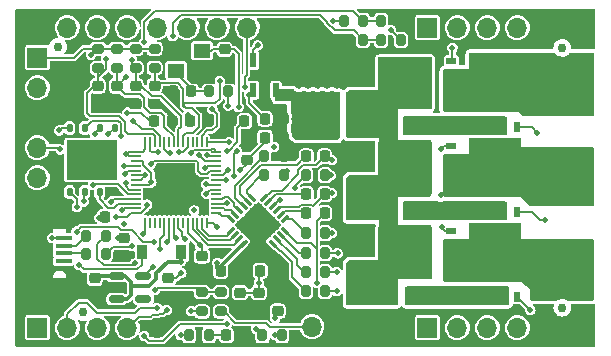
<source format=gbr>
%TF.GenerationSoftware,KiCad,Pcbnew,6.0.5+dfsg-1~bpo11+1*%
%TF.CreationDate,2022-07-15T07:05:19+00:00*%
%TF.ProjectId,xESC2,78455343-322e-46b6-9963-61645f706362,rev?*%
%TF.SameCoordinates,Original*%
%TF.FileFunction,Copper,L1,Top*%
%TF.FilePolarity,Positive*%
%FSLAX46Y46*%
G04 Gerber Fmt 4.6, Leading zero omitted, Abs format (unit mm)*
G04 Created by KiCad (PCBNEW 6.0.5+dfsg-1~bpo11+1) date 2022-07-15 07:05:19*
%MOMM*%
%LPD*%
G01*
G04 APERTURE LIST*
G04 Aperture macros list*
%AMRoundRect*
0 Rectangle with rounded corners*
0 $1 Rounding radius*
0 $2 $3 $4 $5 $6 $7 $8 $9 X,Y pos of 4 corners*
0 Add a 4 corners polygon primitive as box body*
4,1,4,$2,$3,$4,$5,$6,$7,$8,$9,$2,$3,0*
0 Add four circle primitives for the rounded corners*
1,1,$1+$1,$2,$3*
1,1,$1+$1,$4,$5*
1,1,$1+$1,$6,$7*
1,1,$1+$1,$8,$9*
0 Add four rect primitives between the rounded corners*
20,1,$1+$1,$2,$3,$4,$5,0*
20,1,$1+$1,$4,$5,$6,$7,0*
20,1,$1+$1,$6,$7,$8,$9,0*
20,1,$1+$1,$8,$9,$2,$3,0*%
%AMRotRect*
0 Rectangle, with rotation*
0 The origin of the aperture is its center*
0 $1 length*
0 $2 width*
0 $3 Rotation angle, in degrees counterclockwise*
0 Add horizontal line*
21,1,$1,$2,0,0,$3*%
G04 Aperture macros list end*
%TA.AperFunction,SMDPad,CuDef*%
%ADD10RoundRect,0.200000X0.200000X0.275000X-0.200000X0.275000X-0.200000X-0.275000X0.200000X-0.275000X0*%
%TD*%
%TA.AperFunction,SMDPad,CuDef*%
%ADD11RoundRect,0.225000X0.250000X-0.225000X0.250000X0.225000X-0.250000X0.225000X-0.250000X-0.225000X0*%
%TD*%
%TA.AperFunction,SMDPad,CuDef*%
%ADD12RoundRect,0.225000X-0.250000X0.225000X-0.250000X-0.225000X0.250000X-0.225000X0.250000X0.225000X0*%
%TD*%
%TA.AperFunction,SMDPad,CuDef*%
%ADD13RoundRect,0.225000X-0.225000X-0.250000X0.225000X-0.250000X0.225000X0.250000X-0.225000X0.250000X0*%
%TD*%
%TA.AperFunction,ComponentPad*%
%ADD14R,1.700000X1.700000*%
%TD*%
%TA.AperFunction,ComponentPad*%
%ADD15O,1.700000X1.700000*%
%TD*%
%TA.AperFunction,SMDPad,CuDef*%
%ADD16RoundRect,0.218750X-0.256250X0.218750X-0.256250X-0.218750X0.256250X-0.218750X0.256250X0.218750X0*%
%TD*%
%TA.AperFunction,SMDPad,CuDef*%
%ADD17RoundRect,0.218750X0.218750X0.256250X-0.218750X0.256250X-0.218750X-0.256250X0.218750X-0.256250X0*%
%TD*%
%TA.AperFunction,SMDPad,CuDef*%
%ADD18RoundRect,0.200000X-0.200000X-0.275000X0.200000X-0.275000X0.200000X0.275000X-0.200000X0.275000X0*%
%TD*%
%TA.AperFunction,SMDPad,CuDef*%
%ADD19RoundRect,0.225000X0.225000X0.250000X-0.225000X0.250000X-0.225000X-0.250000X0.225000X-0.250000X0*%
%TD*%
%TA.AperFunction,SMDPad,CuDef*%
%ADD20RoundRect,0.250000X0.650000X-0.325000X0.650000X0.325000X-0.650000X0.325000X-0.650000X-0.325000X0*%
%TD*%
%TA.AperFunction,SMDPad,CuDef*%
%ADD21R,0.850000X0.500000*%
%TD*%
%TA.AperFunction,SMDPad,CuDef*%
%ADD22R,4.550000X4.410000*%
%TD*%
%TA.AperFunction,SMDPad,CuDef*%
%ADD23R,1.350000X0.400000*%
%TD*%
%TA.AperFunction,SMDPad,CuDef*%
%ADD24R,1.600000X2.100000*%
%TD*%
%TA.AperFunction,SMDPad,CuDef*%
%ADD25R,1.900000X1.900000*%
%TD*%
%TA.AperFunction,ComponentPad*%
%ADD26O,1.700000X0.850000*%
%TD*%
%TA.AperFunction,SMDPad,CuDef*%
%ADD27R,0.900000X1.200000*%
%TD*%
%TA.AperFunction,SMDPad,CuDef*%
%ADD28R,0.500000X0.850000*%
%TD*%
%TA.AperFunction,SMDPad,CuDef*%
%ADD29R,4.410000X4.550000*%
%TD*%
%TA.AperFunction,SMDPad,CuDef*%
%ADD30RoundRect,0.150000X-0.512500X-0.150000X0.512500X-0.150000X0.512500X0.150000X-0.512500X0.150000X0*%
%TD*%
%TA.AperFunction,SMDPad,CuDef*%
%ADD31RoundRect,0.200000X-0.275000X0.200000X-0.275000X-0.200000X0.275000X-0.200000X0.275000X0.200000X0*%
%TD*%
%TA.AperFunction,SMDPad,CuDef*%
%ADD32C,0.750000*%
%TD*%
%TA.AperFunction,SMDPad,CuDef*%
%ADD33RoundRect,0.062500X-0.185616X-0.274004X0.274004X0.185616X0.185616X0.274004X-0.274004X-0.185616X0*%
%TD*%
%TA.AperFunction,SMDPad,CuDef*%
%ADD34RoundRect,0.062500X0.185616X-0.274004X0.274004X-0.185616X-0.185616X0.274004X-0.274004X0.185616X0*%
%TD*%
%TA.AperFunction,SMDPad,CuDef*%
%ADD35RotRect,2.450000X2.450000X45.000000*%
%TD*%
%TA.AperFunction,SMDPad,CuDef*%
%ADD36RoundRect,0.250000X1.425000X-0.362500X1.425000X0.362500X-1.425000X0.362500X-1.425000X-0.362500X0*%
%TD*%
%TA.AperFunction,SMDPad,CuDef*%
%ADD37R,1.400000X1.200000*%
%TD*%
%TA.AperFunction,SMDPad,CuDef*%
%ADD38RoundRect,0.125000X0.125000X-0.250000X0.125000X0.250000X-0.125000X0.250000X-0.125000X-0.250000X0*%
%TD*%
%TA.AperFunction,SMDPad,CuDef*%
%ADD39R,4.300000X3.400000*%
%TD*%
%TA.AperFunction,SMDPad,CuDef*%
%ADD40RoundRect,0.200000X0.275000X-0.200000X0.275000X0.200000X-0.275000X0.200000X-0.275000X-0.200000X0*%
%TD*%
%TA.AperFunction,SMDPad,CuDef*%
%ADD41RoundRect,0.088500X0.206500X-0.516500X0.206500X0.516500X-0.206500X0.516500X-0.206500X-0.516500X0*%
%TD*%
%TA.AperFunction,SMDPad,CuDef*%
%ADD42R,0.177800X0.812800*%
%TD*%
%TA.AperFunction,SMDPad,CuDef*%
%ADD43R,0.812800X0.177800*%
%TD*%
%TA.AperFunction,SMDPad,CuDef*%
%ADD44R,3.200400X3.200400*%
%TD*%
%TA.AperFunction,ViaPad*%
%ADD45C,0.480000*%
%TD*%
%TA.AperFunction,Conductor*%
%ADD46C,0.152500*%
%TD*%
%TA.AperFunction,Conductor*%
%ADD47C,0.300000*%
%TD*%
G04 APERTURE END LIST*
D10*
%TO.P,R19,1*%
%TO.N,Net-(Q3-Pad4)*%
X255425000Y-118200000D03*
%TO.P,R19,2*%
%TO.N,/Power/HSV*%
X253775000Y-118200000D03*
%TD*%
%TO.P,R20,1*%
%TO.N,Net-(Q4-Pad4)*%
X255425000Y-126400000D03*
%TO.P,R20,2*%
%TO.N,/Power/LSV*%
X253775000Y-126400000D03*
%TD*%
%TO.P,R21,1*%
%TO.N,Net-(Q5-Pad4)*%
X251925000Y-118200000D03*
%TO.P,R21,2*%
%TO.N,/Power/HSW*%
X250275000Y-118200000D03*
%TD*%
%TO.P,R22,1*%
%TO.N,Net-(Q6-Pad4)*%
X255425000Y-124800000D03*
%TO.P,R22,2*%
%TO.N,/Power/LSW*%
X253775000Y-124800000D03*
%TD*%
D11*
%TO.P,C15,1*%
%TO.N,/MCU/1.1V*%
X248800000Y-116875000D03*
%TO.P,C15,2*%
%TO.N,GND*%
X248800000Y-115325000D03*
%TD*%
D12*
%TO.P,C11,1*%
%TO.N,+3V3*%
X238400000Y-123525000D03*
%TO.P,C11,2*%
%TO.N,GND*%
X238400000Y-125075000D03*
%TD*%
D13*
%TO.P,C12,1*%
%TO.N,+3V3*%
X243985000Y-113610000D03*
%TO.P,C12,2*%
%TO.N,GND*%
X245535000Y-113610000D03*
%TD*%
D12*
%TO.P,C13,1*%
%TO.N,+3V3*%
X249800000Y-128125000D03*
%TO.P,C13,2*%
%TO.N,GND*%
X249800000Y-129675000D03*
%TD*%
D10*
%TO.P,R16,1*%
%TO.N,Net-(Q2-Pad4)*%
X255425000Y-128000000D03*
%TO.P,R16,2*%
%TO.N,/Power/LSU*%
X253775000Y-128000000D03*
%TD*%
D12*
%TO.P,C24,1*%
%TO.N,+5V*%
X235900000Y-126925000D03*
%TO.P,C24,2*%
%TO.N,GND*%
X235900000Y-128475000D03*
%TD*%
D14*
%TO.P,J3,1,Pin_1*%
%TO.N,+3V3*%
X231060000Y-108240000D03*
D15*
%TO.P,J3,2,Pin_2*%
%TO.N,/MCU/SWDCLK*%
X231060000Y-110780000D03*
%TO.P,J3,3,Pin_3*%
%TO.N,GND*%
X231060000Y-113320000D03*
%TO.P,J3,4,Pin_4*%
%TO.N,/MCU/SWDIO*%
X231060000Y-115860000D03*
%TO.P,J3,5,Pin_5*%
%TO.N,/MCU/Reset*%
X231060000Y-118400000D03*
%TD*%
D16*
%TO.P,D2,1,K*%
%TO.N,GND*%
X251400000Y-128112500D03*
%TO.P,D2,2,A*%
%TO.N,Net-(D2-Pad2)*%
X251400000Y-129687500D03*
%TD*%
D17*
%TO.P,D3,1,K*%
%TO.N,GND*%
X248627500Y-131760000D03*
%TO.P,D3,2,A*%
%TO.N,Net-(D3-Pad2)*%
X247052500Y-131760000D03*
%TD*%
D18*
%TO.P,R10,1*%
%TO.N,/LED_GREEN*%
X250115000Y-131760000D03*
%TO.P,R10,2*%
%TO.N,Net-(D2-Pad2)*%
X251765000Y-131760000D03*
%TD*%
%TO.P,R11,1*%
%TO.N,/LED_RED*%
X243915000Y-131760000D03*
%TO.P,R11,2*%
%TO.N,Net-(D3-Pad2)*%
X245565000Y-131760000D03*
%TD*%
%TO.P,R7,1*%
%TO.N,/VM*%
X256975000Y-105100000D03*
%TO.P,R7,2*%
%TO.N,/V_M_FILTERED*%
X258625000Y-105100000D03*
%TD*%
%TO.P,R8,1*%
%TO.N,/V_M_FILTERED*%
X260175000Y-105100000D03*
%TO.P,R8,2*%
%TO.N,GND*%
X261825000Y-105100000D03*
%TD*%
D19*
%TO.P,C22,1*%
%TO.N,/Power/DRV_V*%
X255375000Y-119800000D03*
%TO.P,C22,2*%
%TO.N,Net-(C22-Pad2)*%
X253825000Y-119800000D03*
%TD*%
%TO.P,C21,1*%
%TO.N,/Power/DRV_W*%
X255375000Y-116600000D03*
%TO.P,C21,2*%
%TO.N,Net-(C21-Pad2)*%
X253825000Y-116600000D03*
%TD*%
%TO.P,C23,1*%
%TO.N,/Power/DRV_U*%
X255375000Y-121400000D03*
%TO.P,C23,2*%
%TO.N,Net-(C23-Pad2)*%
X253825000Y-121400000D03*
%TD*%
D10*
%TO.P,R15,1*%
%TO.N,Net-(Q1-Pad4)*%
X255425000Y-123100000D03*
%TO.P,R15,2*%
%TO.N,/Power/HSU*%
X253775000Y-123100000D03*
%TD*%
D20*
%TO.P,C18,1*%
%TO.N,/VM*%
X258200000Y-126075000D03*
%TO.P,C18,2*%
%TO.N,GND*%
X258200000Y-123125000D03*
%TD*%
%TO.P,C26,1*%
%TO.N,/VM*%
X258200000Y-118875000D03*
%TO.P,C26,2*%
%TO.N,GND*%
X258200000Y-115925000D03*
%TD*%
D21*
%TO.P,Q1,1,S*%
%TO.N,/Power/DRV_U*%
X266100000Y-126705000D03*
%TO.P,Q1,2,S*%
X266100000Y-125435000D03*
%TO.P,Q1,3,S*%
X266100000Y-124165000D03*
%TO.P,Q1,4,G*%
%TO.N,Net-(Q1-Pad4)*%
X266100000Y-122895000D03*
D22*
%TO.P,Q1,5,D*%
%TO.N,/VM*%
X262150000Y-124800000D03*
%TD*%
D21*
%TO.P,Q3,1,S*%
%TO.N,/Power/DRV_V*%
X266100000Y-119505000D03*
%TO.P,Q3,2,S*%
X266100000Y-118235000D03*
%TO.P,Q3,3,S*%
X266100000Y-116965000D03*
%TO.P,Q3,4,G*%
%TO.N,Net-(Q3-Pad4)*%
X266100000Y-115695000D03*
D22*
%TO.P,Q3,5,D*%
%TO.N,/VM*%
X262150000Y-117600000D03*
%TD*%
D21*
%TO.P,Q5,1,S*%
%TO.N,/Power/DRV_W*%
X266100000Y-112305000D03*
%TO.P,Q5,2,S*%
X266100000Y-111035000D03*
%TO.P,Q5,3,S*%
X266100000Y-109765000D03*
%TO.P,Q5,4,G*%
%TO.N,Net-(Q5-Pad4)*%
X266100000Y-108495000D03*
D22*
%TO.P,Q5,5,D*%
%TO.N,/VM*%
X262150000Y-110400000D03*
%TD*%
D23*
%TO.P,J2,1,VCC*%
%TO.N,Net-(D1-Pad2)*%
X233275000Y-123500000D03*
%TO.P,J2,2,D-*%
%TO.N,Net-(J2-Pad2)*%
X233275000Y-124150000D03*
%TO.P,J2,3,D+*%
%TO.N,Net-(J2-Pad3)*%
X233275000Y-124800000D03*
%TO.P,J2,4,ID*%
%TO.N,unconnected-(J2-Pad4)*%
X233275000Y-125450000D03*
%TO.P,J2,5,GND*%
%TO.N,GND*%
X233275000Y-126100000D03*
D24*
%TO.P,J2,S1,SHIELD*%
X233150000Y-121700000D03*
%TO.P,J2,S2,SHIELD*%
X233150000Y-127900000D03*
D25*
%TO.P,J2,S3,SHIELD*%
X230600000Y-123600000D03*
%TO.P,J2,S4,SHIELD*%
X230600000Y-126000000D03*
D26*
%TO.P,J2,S5,SHIELD*%
X230600000Y-121975000D03*
%TO.P,J2,S6,SHIELD*%
X230600000Y-127625000D03*
%TD*%
D27*
%TO.P,D1,1,K*%
%TO.N,+5V*%
X243250000Y-124700000D03*
%TO.P,D1,2,A*%
%TO.N,Net-(D1-Pad2)*%
X239950000Y-124700000D03*
%TD*%
D10*
%TO.P,R3,1*%
%TO.N,/USB_DP*%
X236825000Y-124900000D03*
%TO.P,R3,2*%
%TO.N,Net-(J2-Pad3)*%
X235175000Y-124900000D03*
%TD*%
%TO.P,R2,1*%
%TO.N,/USB_DM*%
X236825000Y-123300000D03*
%TO.P,R2,2*%
%TO.N,Net-(J2-Pad2)*%
X235175000Y-123300000D03*
%TD*%
D28*
%TO.P,Q6,1,S*%
%TO.N,/Power/MOSFET/MOSFET_GND*%
X267895000Y-114100000D03*
%TO.P,Q6,2,S*%
X269165000Y-114100000D03*
%TO.P,Q6,3,S*%
X270435000Y-114100000D03*
%TO.P,Q6,4,G*%
%TO.N,Net-(Q6-Pad4)*%
X271705000Y-114100000D03*
D29*
%TO.P,Q6,5,D*%
%TO.N,/Power/DRV_W*%
X269800000Y-110150000D03*
%TD*%
D28*
%TO.P,Q4,1,S*%
%TO.N,/Power/MOSFET/MOSFET_GND*%
X267895000Y-121300000D03*
%TO.P,Q4,2,S*%
X269165000Y-121300000D03*
%TO.P,Q4,3,S*%
X270435000Y-121300000D03*
%TO.P,Q4,4,G*%
%TO.N,Net-(Q4-Pad4)*%
X271705000Y-121300000D03*
D29*
%TO.P,Q4,5,D*%
%TO.N,/Power/DRV_V*%
X269800000Y-117350000D03*
%TD*%
D28*
%TO.P,Q2,1,S*%
%TO.N,/Power/MOSFET/MOSFET_GND*%
X267895000Y-128500000D03*
%TO.P,Q2,2,S*%
X269165000Y-128500000D03*
%TO.P,Q2,3,S*%
X270435000Y-128500000D03*
%TO.P,Q2,4,G*%
%TO.N,Net-(Q2-Pad4)*%
X271705000Y-128500000D03*
D29*
%TO.P,Q2,5,D*%
%TO.N,/Power/DRV_U*%
X269800000Y-124550000D03*
%TD*%
D20*
%TO.P,C27,1*%
%TO.N,/VM*%
X258200000Y-111675000D03*
%TO.P,C27,2*%
%TO.N,GND*%
X258200000Y-108725000D03*
%TD*%
D13*
%TO.P,C19,1*%
%TO.N,+5V*%
X246578096Y-126300000D03*
%TO.P,C19,2*%
%TO.N,GND*%
X248128096Y-126300000D03*
%TD*%
D30*
%TO.P,U5,1,VIN*%
%TO.N,+5V*%
X237762500Y-126750000D03*
%TO.P,U5,2,GND*%
%TO.N,GND*%
X237762500Y-127700000D03*
%TO.P,U5,3,CE*%
%TO.N,+5V*%
X237762500Y-128650000D03*
%TO.P,U5,4,NC*%
%TO.N,unconnected-(U5-Pad4)*%
X240037500Y-128650000D03*
%TO.P,U5,5,VOUT*%
%TO.N,+3V3*%
X240037500Y-126750000D03*
%TD*%
D12*
%TO.P,C14,1*%
%TO.N,+3V3*%
X245000000Y-125025000D03*
%TO.P,C14,2*%
%TO.N,GND*%
X245000000Y-126575000D03*
%TD*%
D31*
%TO.P,R4,1*%
%TO.N,+3V3*%
X237775000Y-107475000D03*
%TO.P,R4,2*%
%TO.N,/HALL1*%
X237775000Y-109125000D03*
%TD*%
%TO.P,R5,1*%
%TO.N,+3V3*%
X239375000Y-107475000D03*
%TO.P,R5,2*%
%TO.N,/HALL2*%
X239375000Y-109125000D03*
%TD*%
D12*
%TO.P,C1,1*%
%TO.N,/TEMP_MOTOR*%
X236175000Y-110625000D03*
%TO.P,C1,2*%
%TO.N,GND*%
X236175000Y-112175000D03*
%TD*%
%TO.P,C2,1*%
%TO.N,/HALL1*%
X237775000Y-110625000D03*
%TO.P,C2,2*%
%TO.N,GND*%
X237775000Y-112175000D03*
%TD*%
%TO.P,C3,1*%
%TO.N,/HALL2*%
X239375000Y-110625000D03*
%TO.P,C3,2*%
%TO.N,GND*%
X239375000Y-112175000D03*
%TD*%
D31*
%TO.P,R6,1*%
%TO.N,+3V3*%
X240975000Y-107475000D03*
%TO.P,R6,2*%
%TO.N,/HALL3*%
X240975000Y-109125000D03*
%TD*%
%TO.P,R1,1*%
%TO.N,+3V3*%
X236175000Y-107475000D03*
%TO.P,R1,2*%
%TO.N,/TEMP_MOTOR*%
X236175000Y-109125000D03*
%TD*%
D12*
%TO.P,C4,1*%
%TO.N,/HALL3*%
X240975000Y-110625000D03*
%TO.P,C4,2*%
%TO.N,GND*%
X240975000Y-112175000D03*
%TD*%
D10*
%TO.P,R9,1*%
%TO.N,/PCB_TEMP*%
X258625000Y-106725000D03*
%TO.P,R9,2*%
%TO.N,GND*%
X256975000Y-106725000D03*
%TD*%
%TO.P,TH1,1*%
%TO.N,+3V3*%
X261825000Y-106725000D03*
%TO.P,TH1,2*%
%TO.N,/PCB_TEMP*%
X260175000Y-106725000D03*
%TD*%
D32*
%TO.P,FID5,*%
%TO.N,*%
X275500000Y-129400000D03*
%TD*%
%TO.P,FID1,*%
%TO.N,*%
X275500000Y-107400000D03*
%TD*%
%TO.P,FID2,*%
%TO.N,*%
X234900000Y-129800000D03*
%TD*%
%TO.P,FID4,*%
%TO.N,*%
X232800000Y-107300000D03*
%TD*%
D33*
%TO.P,U3,1,INLA*%
%TO.N,/MCU/WL*%
X247452162Y-122921491D03*
%TO.P,U3,2,INLB*%
%TO.N,/MCU/VL*%
X247805715Y-123275045D03*
%TO.P,U3,3,INLC*%
%TO.N,/MCU/UL*%
X248159269Y-123628598D03*
%TO.P,U3,4,GVDD*%
%TO.N,+5V*%
X248512822Y-123982151D03*
%TO.P,U3,5,MODE*%
%TO.N,GND*%
X248866375Y-124335705D03*
%TO.P,U3,6,GND*%
X249219929Y-124689258D03*
D34*
%TO.P,U3,7,NC*%
X250262911Y-124689258D03*
%TO.P,U3,8,NC*%
X250616465Y-124335705D03*
%TO.P,U3,9,GLC*%
%TO.N,/Power/LSU*%
X250970018Y-123982151D03*
%TO.P,U3,10,GLB*%
%TO.N,/Power/LSV*%
X251323571Y-123628598D03*
%TO.P,U3,11,GLA*%
%TO.N,/Power/LSW*%
X251677125Y-123275045D03*
%TO.P,U3,12,SHC*%
%TO.N,/Power/DRV_U*%
X252030678Y-122921491D03*
D33*
%TO.P,U3,13,GHC*%
%TO.N,/Power/HSU*%
X252030678Y-121878509D03*
%TO.P,U3,14,BSTC*%
%TO.N,Net-(C23-Pad2)*%
X251677125Y-121524955D03*
%TO.P,U3,15,SHB*%
%TO.N,/Power/DRV_V*%
X251323571Y-121171402D03*
%TO.P,U3,16,GHB*%
%TO.N,/Power/HSV*%
X250970018Y-120817849D03*
%TO.P,U3,17,BSTB*%
%TO.N,Net-(C22-Pad2)*%
X250616465Y-120464295D03*
%TO.P,U3,18,SHA*%
%TO.N,/Power/DRV_W*%
X250262911Y-120110742D03*
D34*
%TO.P,U3,19,GHA*%
%TO.N,/Power/HSW*%
X249219929Y-120110742D03*
%TO.P,U3,20,BSTA*%
%TO.N,Net-(C21-Pad2)*%
X248866375Y-120464295D03*
%TO.P,U3,21,DT*%
%TO.N,Net-(R17-Pad1)*%
X248512822Y-120817849D03*
%TO.P,U3,22,INHA*%
%TO.N,/MCU/WH*%
X248159269Y-121171402D03*
%TO.P,U3,23,INHB*%
%TO.N,/MCU/VH*%
X247805715Y-121524955D03*
%TO.P,U3,24,INHC*%
%TO.N,/MCU/UH*%
X247452162Y-121878509D03*
D35*
%TO.P,U3,25,PowerPAD*%
%TO.N,GND*%
X249741420Y-122400000D03*
%TD*%
D36*
%TO.P,R18,1*%
%TO.N,/Power/MOSFET/MOSFET_GND*%
X254660000Y-114397500D03*
%TO.P,R18,2*%
%TO.N,GND*%
X254660000Y-108472500D03*
%TD*%
D12*
%TO.P,C25,1*%
%TO.N,+3V3*%
X242100000Y-126925000D03*
%TO.P,C25,2*%
%TO.N,GND*%
X242100000Y-128475000D03*
%TD*%
D13*
%TO.P,C20,1*%
%TO.N,/MCU/CURRENT_SENSE*%
X250325000Y-113400000D03*
%TO.P,C20,2*%
%TO.N,GND*%
X251875000Y-113400000D03*
%TD*%
D37*
%TO.P,Y1,1,1*%
%TO.N,Net-(C6-Pad2)*%
X242800000Y-109350000D03*
%TO.P,Y1,2,2*%
%TO.N,GND*%
X245000000Y-109350000D03*
%TO.P,Y1,3,3*%
%TO.N,/MCU/Xin*%
X245000000Y-107650000D03*
%TO.P,Y1,4,4*%
%TO.N,GND*%
X242800000Y-107650000D03*
%TD*%
D38*
%TO.P,U2,1,~{CS}*%
%TO.N,Net-(R13-Pad2)*%
X233795000Y-119600000D03*
%TO.P,U2,2,DO(IO1)*%
%TO.N,/MCU/QSPI_SD1*%
X235065000Y-119600000D03*
%TO.P,U2,3,IO2*%
%TO.N,/MCU/QSPI_SD2*%
X236335000Y-119600000D03*
%TO.P,U2,4,GND*%
%TO.N,GND*%
X237605000Y-119600000D03*
%TO.P,U2,5,DI(IO0)*%
%TO.N,/MCU/QSPI_SD0*%
X237605000Y-114200000D03*
%TO.P,U2,6,CLK*%
%TO.N,Net-(U1-Pad52)*%
X236335000Y-114200000D03*
%TO.P,U2,7,IO3*%
%TO.N,/MCU/QSPI_SD3*%
X235065000Y-114200000D03*
%TO.P,U2,8,VCC*%
%TO.N,+3V3*%
X233795000Y-114200000D03*
D39*
%TO.P,U2,9*%
%TO.N,N/C*%
X235700000Y-116900000D03*
%TD*%
D13*
%TO.P,C17,1*%
%TO.N,/MCU/1.1V*%
X250325000Y-115000000D03*
%TO.P,C17,2*%
%TO.N,GND*%
X251875000Y-115000000D03*
%TD*%
%TO.P,C6,1*%
%TO.N,GND*%
X242525000Y-111100000D03*
%TO.P,C6,2*%
%TO.N,Net-(C6-Pad2)*%
X244075000Y-111100000D03*
%TD*%
D18*
%TO.P,R17,1*%
%TO.N,Net-(R17-Pad1)*%
X250275000Y-116600000D03*
%TO.P,R17,2*%
%TO.N,GND*%
X251925000Y-116600000D03*
%TD*%
D13*
%TO.P,C8,1*%
%TO.N,+3V3*%
X249925000Y-126300000D03*
%TO.P,C8,2*%
%TO.N,GND*%
X251475000Y-126300000D03*
%TD*%
D40*
%TO.P,R13,1*%
%TO.N,Net-(J5-Pad2)*%
X246600000Y-129725000D03*
%TO.P,R13,2*%
%TO.N,Net-(R13-Pad2)*%
X246600000Y-128075000D03*
%TD*%
D13*
%TO.P,C7,1*%
%TO.N,+3V3*%
X240945000Y-113610000D03*
%TO.P,C7,2*%
%TO.N,GND*%
X242495000Y-113610000D03*
%TD*%
D18*
%TO.P,R12,1*%
%TO.N,Net-(C6-Pad2)*%
X245575000Y-111100000D03*
%TO.P,R12,2*%
%TO.N,/MCU/Xout*%
X247225000Y-111100000D03*
%TD*%
D11*
%TO.P,C5,1*%
%TO.N,GND*%
X246900000Y-109075000D03*
%TO.P,C5,2*%
%TO.N,/MCU/Xin*%
X246900000Y-107525000D03*
%TD*%
D19*
%TO.P,C16,1*%
%TO.N,/MCU/1.1V*%
X236775000Y-121700000D03*
%TO.P,C16,2*%
%TO.N,GND*%
X235225000Y-121700000D03*
%TD*%
D14*
%TO.P,J5,1,Pin_1*%
%TO.N,GND*%
X256850000Y-131000000D03*
D15*
%TO.P,J5,2,Pin_2*%
%TO.N,Net-(J5-Pad2)*%
X254310000Y-131000000D03*
%TD*%
D41*
%TO.P,U4,1,OUT*%
%TO.N,/MCU/CURRENT_SENSE*%
X249350000Y-110985000D03*
%TO.P,U4,2,GND*%
%TO.N,GND*%
X250300000Y-110985000D03*
%TO.P,U4,3,IN+*%
%TO.N,/Power/MOSFET/MOSFET_GND*%
X251250000Y-110985000D03*
%TO.P,U4,4,IN-*%
%TO.N,GND*%
X251250000Y-108475000D03*
%TO.P,U4,5,VS*%
%TO.N,+3V3*%
X249350000Y-108475000D03*
%TD*%
D31*
%TO.P,R14,1*%
%TO.N,Net-(R13-Pad2)*%
X245000000Y-128075000D03*
%TO.P,R14,2*%
%TO.N,+3V3*%
X245000000Y-129725000D03*
%TD*%
D42*
%TO.P,U1,1,IOVDD*%
%TO.N,+3V3*%
X240200000Y-122203599D03*
%TO.P,U1,2,GPIO0*%
%TO.N,unconnected-(U1-Pad2)*%
X240599999Y-122203599D03*
%TO.P,U1,3,GPIO1*%
%TO.N,unconnected-(U1-Pad3)*%
X241000001Y-122203599D03*
%TO.P,U1,4,GPIO2*%
%TO.N,unconnected-(U1-Pad4)*%
X241400000Y-122203599D03*
%TO.P,U1,5,GPIO3*%
%TO.N,/MCU/UART_TX*%
X241799999Y-122203599D03*
%TO.P,U1,6,GPIO4*%
%TO.N,/MCU/UART_RX*%
X242200001Y-122203599D03*
%TO.P,U1,7,GPIO5*%
%TO.N,/LED_RED*%
X242600000Y-122203599D03*
%TO.P,U1,8,GPIO6*%
%TO.N,/LED_GREEN*%
X243000000Y-122203599D03*
%TO.P,U1,9,GPIO7*%
%TO.N,unconnected-(U1-Pad9)*%
X243399999Y-122203599D03*
%TO.P,U1,10,IOVDD*%
%TO.N,+3V3*%
X243800001Y-122203599D03*
%TO.P,U1,11,GPIO8*%
%TO.N,/MCU/UL*%
X244200000Y-122203599D03*
%TO.P,U1,12,GPIO9*%
%TO.N,/MCU/VL*%
X244599999Y-122203599D03*
%TO.P,U1,13,GPIO10*%
%TO.N,/MCU/WL*%
X245000001Y-122203599D03*
%TO.P,U1,14,GPIO11*%
%TO.N,/CAN/INT*%
X245400000Y-122203599D03*
D43*
%TO.P,U1,15,GPIO12*%
%TO.N,/MCU/UH*%
X246203600Y-121399999D03*
%TO.P,U1,16,GPIO13*%
%TO.N,/MCU/VH*%
X246203600Y-121000000D03*
%TO.P,U1,17,GPIO14*%
%TO.N,/MCU/SHUTDOWN*%
X246203600Y-120599998D03*
%TO.P,U1,18,GPIO15*%
%TO.N,/MCU/WH*%
X246203600Y-120199999D03*
%TO.P,U1,19,TESTEN*%
%TO.N,unconnected-(U1-Pad19)*%
X246203600Y-119800000D03*
%TO.P,U1,20,XIN*%
%TO.N,/MCU/Xin*%
X246203600Y-119399998D03*
%TO.P,U1,21,XOUT*%
%TO.N,/MCU/Xout*%
X246203600Y-118999999D03*
%TO.P,U1,22,IOVDD*%
%TO.N,+3V3*%
X246203600Y-118599999D03*
%TO.P,U1,23,DVDD*%
%TO.N,/MCU/1.1V*%
X246203600Y-118200000D03*
%TO.P,U1,24,SWCLK*%
%TO.N,/MCU/SWDCLK*%
X246203600Y-117799998D03*
%TO.P,U1,25,SWDIO*%
%TO.N,/MCU/SWDIO*%
X246203600Y-117399999D03*
%TO.P,U1,26,RUN*%
%TO.N,/MCU/Reset*%
X246203600Y-117000000D03*
%TO.P,U1,27,GPIO16*%
%TO.N,/CAN/MISO*%
X246203600Y-116599998D03*
%TO.P,U1,28,GPIO17*%
%TO.N,/CAN/~{CS}*%
X246203600Y-116199999D03*
D42*
%TO.P,U1,29,GPIO18*%
%TO.N,/CAN/SCK*%
X245400000Y-115396399D03*
%TO.P,U1,30,GPIO19*%
%TO.N,/CAN/MOSI*%
X245000001Y-115396399D03*
%TO.P,U1,31,GPIO20*%
%TO.N,unconnected-(U1-Pad31)*%
X244599999Y-115396399D03*
%TO.P,U1,32,GPIO21*%
%TO.N,unconnected-(U1-Pad32)*%
X244200000Y-115396399D03*
%TO.P,U1,33,IOVDD*%
%TO.N,+3V3*%
X243800001Y-115396399D03*
%TO.P,U1,34,GPIO22*%
%TO.N,/HALL3*%
X243399999Y-115396399D03*
%TO.P,U1,35,GPIO23*%
%TO.N,/HALL2*%
X243000000Y-115396399D03*
%TO.P,U1,36,GPIO24*%
%TO.N,/HALL1*%
X242600000Y-115396399D03*
%TO.P,U1,37,GPIO25*%
%TO.N,unconnected-(U1-Pad37)*%
X242200001Y-115396399D03*
%TO.P,U1,38,GPIO26/ADC0*%
%TO.N,/PCB_TEMP*%
X241799999Y-115396399D03*
%TO.P,U1,39,GPIO27/ADC1*%
%TO.N,/V_M_FILTERED*%
X241400000Y-115396399D03*
%TO.P,U1,40,GPIO28/ADC2*%
%TO.N,/TEMP_MOTOR*%
X241000001Y-115396399D03*
%TO.P,U1,41,GPIO29/ADC3*%
%TO.N,/MCU/CURRENT_SENSE*%
X240599999Y-115396399D03*
%TO.P,U1,42,IOVDD*%
%TO.N,+3V3*%
X240200000Y-115396399D03*
D43*
%TO.P,U1,43,ADC_AVDD*%
X239396400Y-116199999D03*
%TO.P,U1,44,VREG_VIN*%
X239396400Y-116599998D03*
%TO.P,U1,45,VREG_VOUT*%
%TO.N,/MCU/1.1V*%
X239396400Y-117000000D03*
%TO.P,U1,46,USB_DM*%
%TO.N,/USB_DM*%
X239396400Y-117399999D03*
%TO.P,U1,47,USB_DP*%
%TO.N,/USB_DP*%
X239396400Y-117799998D03*
%TO.P,U1,48,USB_VDD*%
%TO.N,+3V3*%
X239396400Y-118200000D03*
%TO.P,U1,49,IOVDD*%
X239396400Y-118599999D03*
%TO.P,U1,50,DVDD*%
%TO.N,/MCU/1.1V*%
X239396400Y-118999999D03*
%TO.P,U1,51,QSPI_SD3*%
%TO.N,/MCU/QSPI_SD3*%
X239396400Y-119399998D03*
%TO.P,U1,52,QSPI_SCLK*%
%TO.N,Net-(U1-Pad52)*%
X239396400Y-119800000D03*
%TO.P,U1,53,QSPI_SD0*%
%TO.N,/MCU/QSPI_SD0*%
X239396400Y-120199999D03*
%TO.P,U1,54,QSPI_SD2*%
%TO.N,/MCU/QSPI_SD2*%
X239396400Y-120599998D03*
%TO.P,U1,55,QSPI_SD1*%
%TO.N,/MCU/QSPI_SD1*%
X239396400Y-121000000D03*
%TO.P,U1,56,QSPI_SS_N*%
%TO.N,Net-(R13-Pad2)*%
X239396400Y-121399999D03*
D44*
%TO.P,U1,57,GND*%
%TO.N,GND*%
X242800000Y-118799999D03*
%TD*%
D12*
%TO.P,C9,1*%
%TO.N,+3V3*%
X248200000Y-128125000D03*
%TO.P,C9,2*%
%TO.N,GND*%
X248200000Y-129675000D03*
%TD*%
D19*
%TO.P,C10,1*%
%TO.N,+3V3*%
X248575000Y-113610000D03*
%TO.P,C10,2*%
%TO.N,GND*%
X247025000Y-113610000D03*
%TD*%
D14*
%TO.P,J4,1,Pin_1*%
%TO.N,/MCU/SHUTDOWN*%
X231060000Y-131100000D03*
D15*
%TO.P,J4,2,Pin_2*%
%TO.N,/MCU/UART_TX*%
X233600000Y-131100000D03*
%TO.P,J4,3,Pin_3*%
%TO.N,unconnected-(J4-Pad3)*%
X236140000Y-131100000D03*
%TO.P,J4,4,Pin_4*%
%TO.N,/MCU/UART_RX*%
X238680000Y-131100000D03*
%TO.P,J4,5,Pin_5*%
%TO.N,GND*%
X241220000Y-131100000D03*
%TD*%
D14*
%TO.P,J7,1,Pin_1*%
%TO.N,/VM*%
X264080000Y-105700000D03*
D15*
%TO.P,J7,2,Pin_2*%
X266620000Y-105700000D03*
%TO.P,J7,3,Pin_3*%
%TO.N,+5V*%
X269160000Y-105700000D03*
%TO.P,J7,4,Pin_4*%
X271700000Y-105700000D03*
%TO.P,J7,5,Pin_5*%
%TO.N,GND*%
X274240000Y-105700000D03*
%TO.P,J7,6,Pin_6*%
X276780000Y-105700000D03*
%TD*%
D14*
%TO.P,J8,1,Pin_1*%
%TO.N,/VM*%
X264080000Y-131100000D03*
D15*
%TO.P,J8,2,Pin_2*%
X266620000Y-131100000D03*
%TO.P,J8,3,Pin_3*%
%TO.N,+5V*%
X269160000Y-131100000D03*
%TO.P,J8,4,Pin_4*%
X271700000Y-131100000D03*
%TO.P,J8,5,Pin_5*%
%TO.N,GND*%
X274240000Y-131100000D03*
%TO.P,J8,6,Pin_6*%
X276780000Y-131100000D03*
%TD*%
D14*
%TO.P,J10,1,Pin_1*%
%TO.N,/Power/DRV_W*%
X274240000Y-112050000D03*
D15*
%TO.P,J10,2,Pin_2*%
X276780000Y-112050000D03*
%TO.P,J10,3,Pin_3*%
X274240000Y-109510000D03*
%TO.P,J10,4,Pin_4*%
X276780000Y-109510000D03*
%TD*%
D14*
%TO.P,J9,1,Pin_1*%
%TO.N,/Power/DRV_V*%
X274240000Y-119670000D03*
D15*
%TO.P,J9,2,Pin_2*%
X276780000Y-119670000D03*
%TO.P,J9,3,Pin_3*%
X274240000Y-117130000D03*
%TO.P,J9,4,Pin_4*%
X276780000Y-117130000D03*
%TD*%
D14*
%TO.P,J6,1,Pin_1*%
%TO.N,/Power/DRV_U*%
X274240000Y-127290000D03*
D15*
%TO.P,J6,2,Pin_2*%
X276780000Y-127290000D03*
%TO.P,J6,3,Pin_3*%
X274240000Y-124750000D03*
%TO.P,J6,4,Pin_4*%
X276780000Y-124750000D03*
%TD*%
D14*
%TO.P,J1,1,Pin_1*%
%TO.N,GND*%
X231050000Y-105700000D03*
D15*
%TO.P,J1,2,Pin_2*%
%TO.N,/CAN_N*%
X233590000Y-105700000D03*
%TO.P,J1,3,Pin_3*%
%TO.N,/CAN_P*%
X236130000Y-105700000D03*
%TO.P,J1,4,Pin_4*%
%TO.N,+5V*%
X238670000Y-105700000D03*
%TO.P,J1,5,Pin_5*%
%TO.N,/TEMP_MOTOR*%
X241210000Y-105700000D03*
%TO.P,J1,6,Pin_6*%
%TO.N,/HALL1*%
X243750000Y-105700000D03*
%TO.P,J1,7,Pin_7*%
%TO.N,/HALL2*%
X246290000Y-105700000D03*
%TO.P,J1,8,Pin_8*%
%TO.N,/HALL3*%
X248830000Y-105700000D03*
%TO.P,J1,9,Pin_9*%
%TO.N,GND*%
X251370000Y-105700000D03*
%TD*%
D45*
%TO.N,Net-(Q1-Pad4)*%
X265300000Y-122600000D03*
X256000000Y-123100000D03*
%TO.N,GND*%
X256000000Y-110000000D03*
X241800000Y-120000000D03*
X252500000Y-116600000D03*
X253600000Y-106800000D03*
X244300000Y-127100000D03*
X253200000Y-110600000D03*
X249100000Y-121800000D03*
X249741420Y-122400000D03*
X256000000Y-106800000D03*
X254800000Y-110600000D03*
X254800000Y-109400000D03*
X254800000Y-107400000D03*
X254400000Y-110000000D03*
X243700000Y-117700000D03*
X255600000Y-110600000D03*
X255200000Y-106800000D03*
X233700000Y-128600000D03*
X232500000Y-122100000D03*
X256400000Y-109400000D03*
X245354178Y-109826709D03*
X253997866Y-110595594D03*
X237900000Y-124800000D03*
X254400000Y-106800000D03*
X236910000Y-111650000D03*
X254800000Y-106200000D03*
X250700000Y-108200000D03*
X231300000Y-126700000D03*
X245330000Y-113140000D03*
X253200000Y-109400000D03*
X255600000Y-109400000D03*
X242000000Y-110900000D03*
X253162850Y-107402137D03*
X248100000Y-131800000D03*
X256400000Y-110600000D03*
X243600000Y-120000000D03*
X254000000Y-107400000D03*
X254000000Y-109400000D03*
X246780000Y-112930000D03*
X255200000Y-105600000D03*
X249100000Y-123100000D03*
X251400000Y-127500000D03*
X255600000Y-107400000D03*
X242500000Y-114100000D03*
X237860000Y-119700000D03*
X254000000Y-106200000D03*
X253600000Y-110000000D03*
X256400000Y-107400000D03*
X233700000Y-127300000D03*
X255196209Y-109996423D03*
X231300000Y-122900000D03*
X255597782Y-106197419D03*
X254400000Y-105600000D03*
X241800000Y-117700000D03*
X251050000Y-124800000D03*
X250300000Y-123100000D03*
X250400000Y-121700000D03*
X248500000Y-125000000D03*
%TO.N,Net-(Q2-Pad4)*%
X256400000Y-128000000D03*
X272800000Y-129600000D03*
%TO.N,Net-(Q3-Pad4)*%
X265200000Y-115978011D03*
X255900000Y-118200000D03*
%TO.N,Net-(Q4-Pad4)*%
X274000000Y-122000000D03*
X256400000Y-126400000D03*
%TO.N,Net-(Q5-Pad4)*%
X266200000Y-107400000D03*
X252220000Y-117800000D03*
%TO.N,Net-(Q6-Pad4)*%
X273400000Y-114600000D03*
X256500000Y-124800000D03*
%TO.N,/Power/HSV*%
X251575181Y-120281274D03*
X252890000Y-119260000D03*
%TO.N,/MCU/Xin*%
X248100000Y-112400000D03*
X245350000Y-119750000D03*
%TO.N,/MCU/1.1V*%
X240700000Y-118800000D03*
X248220000Y-117780000D03*
X236300000Y-121800000D03*
X247168500Y-117768500D03*
%TO.N,Net-(D2-Pad2)*%
X251200000Y-130285000D03*
X251200000Y-131700000D03*
%TO.N,+3V3*%
X243020000Y-116210000D03*
X244100000Y-129700000D03*
X251100000Y-115800000D03*
X249800000Y-127300000D03*
X237880000Y-123530000D03*
X238600000Y-116400000D03*
X238680000Y-112890000D03*
X243240000Y-126480000D03*
X235600000Y-108000000D03*
X247107806Y-116133371D03*
X243800000Y-113090000D03*
X261000000Y-105900000D03*
X240040000Y-123150000D03*
X244810000Y-124110000D03*
X232900000Y-114400000D03*
X240870000Y-125940000D03*
X240200000Y-118200000D03*
X247010000Y-118620000D03*
X249700000Y-107200000D03*
%TO.N,+5V*%
X246300000Y-125600000D03*
X243185000Y-125500000D03*
%TO.N,/MCU/Reset*%
X244750000Y-116520000D03*
X234370000Y-122960000D03*
X240941622Y-123859073D03*
%TO.N,/MCU/SWDCLK*%
X240680000Y-117220000D03*
%TO.N,/MCU/SWDIO*%
X244330000Y-121160000D03*
X245220000Y-117560000D03*
X233000000Y-116000000D03*
X238430000Y-122310000D03*
%TO.N,/TEMP_MOTOR*%
X236850000Y-108330000D03*
%TO.N,/HALL1*%
X238600000Y-109900000D03*
%TO.N,/HALL2*%
X239090000Y-108420000D03*
%TO.N,/HALL3*%
X246500000Y-110230000D03*
X248620000Y-110730000D03*
%TO.N,/USB_DM*%
X238400000Y-117400000D03*
X239310000Y-125660000D03*
%TO.N,/USB_DP*%
X239100000Y-124200000D03*
X238460000Y-118070000D03*
%TO.N,/LED_GREEN*%
X243570000Y-123580000D03*
X249600000Y-131200000D03*
%TO.N,/LED_RED*%
X243185000Y-131700000D03*
X242760000Y-123500000D03*
%TO.N,/VM*%
X260400000Y-120800000D03*
X259200000Y-120200000D03*
X258400000Y-113000000D03*
X261200000Y-113600000D03*
X258400000Y-120200000D03*
X258000000Y-113600000D03*
X258000000Y-120800000D03*
X257600000Y-121400000D03*
X260800000Y-121400000D03*
X258400000Y-127400000D03*
X257600000Y-127400000D03*
X259200000Y-127400000D03*
X259600000Y-113600000D03*
X257600000Y-120200000D03*
X260400000Y-113600000D03*
X260800000Y-128600000D03*
X258800000Y-120800000D03*
X258400000Y-121400000D03*
X261200000Y-120800000D03*
X259200000Y-113000000D03*
X259200000Y-114200000D03*
X259200000Y-121400000D03*
X258400000Y-114200000D03*
X260000000Y-128600000D03*
X257600000Y-114200000D03*
X260000000Y-121400000D03*
X258000000Y-128000000D03*
X256100000Y-105100000D03*
X259200000Y-128600000D03*
X257600000Y-128600000D03*
X260000000Y-114200000D03*
X260400000Y-128000000D03*
X258800000Y-128000000D03*
X261200000Y-128000000D03*
X260800000Y-114200000D03*
X258800000Y-113600000D03*
X258400000Y-128600000D03*
X259600000Y-120800000D03*
X257600000Y-113000000D03*
X259600000Y-128000000D03*
%TO.N,/V_M_FILTERED*%
X240115235Y-106889862D03*
X239190000Y-113560000D03*
%TO.N,/PCB_TEMP*%
X242300000Y-116300000D03*
X242500000Y-106400000D03*
%TO.N,Net-(D1-Pad2)*%
X232300000Y-123500000D03*
X234600000Y-125800000D03*
%TO.N,/MCU/Xout*%
X247200000Y-112300000D03*
X245340000Y-118950000D03*
%TO.N,/MCU/QSPI_SD1*%
X238210000Y-121170000D03*
X235000000Y-120400000D03*
%TO.N,/MCU/QSPI_SD0*%
X237330000Y-120430000D03*
X237040000Y-114740000D03*
%TO.N,/MCU/QSPI_SD3*%
X238102670Y-114880000D03*
X238540000Y-118870000D03*
%TO.N,/MCU/CURRENT_SENSE*%
X249000000Y-111400000D03*
X241300000Y-116240000D03*
%TO.N,/Power/DRV_U*%
X254700000Y-127300000D03*
%TO.N,/Power/DRV_V*%
X265200000Y-119900000D03*
X256000000Y-119700000D03*
%TO.N,/Power/DRV_W*%
X256000000Y-116900000D03*
%TO.N,/MCU/SHUTDOWN*%
X240100000Y-131800000D03*
X247089212Y-120576111D03*
X247100000Y-130800000D03*
%TO.N,/MCU/UART_TX*%
X241208461Y-129408461D03*
X241480000Y-124410000D03*
%TO.N,/MCU/UART_RX*%
X242000000Y-129600000D03*
X242060000Y-123860000D03*
%TO.N,/Power/MOSFET/MOSFET_GND*%
X265000000Y-128600000D03*
X256000000Y-112200000D03*
X262600000Y-128600000D03*
X254400000Y-112200000D03*
X265800000Y-114200000D03*
X263800000Y-113600000D03*
X264200000Y-128600000D03*
X254800000Y-111600000D03*
X252800000Y-112200000D03*
X254000000Y-111600000D03*
X264200000Y-114200000D03*
X254000000Y-112800000D03*
X254400000Y-113400000D03*
X254800000Y-112800000D03*
X265400000Y-120800000D03*
X264600000Y-120800000D03*
X253200000Y-111600000D03*
X265000000Y-114200000D03*
X256000000Y-113400000D03*
X255600000Y-112800000D03*
X265000000Y-121400000D03*
X262600000Y-121400000D03*
X253600000Y-112200000D03*
X265400000Y-128000000D03*
X263800000Y-128000000D03*
X263400000Y-114200000D03*
X264600000Y-113600000D03*
X263400000Y-128600000D03*
X253600000Y-113400000D03*
X263800000Y-120800000D03*
X263000000Y-113600000D03*
X262600000Y-114200000D03*
X255200000Y-113400000D03*
X266200000Y-113600000D03*
X266200000Y-120800000D03*
X253200000Y-112800000D03*
X255200000Y-112200000D03*
X264200000Y-121400000D03*
X263000000Y-128000000D03*
X266200000Y-128000000D03*
X265400000Y-113600000D03*
X256400000Y-112800000D03*
X265800000Y-121400000D03*
X263000000Y-120800000D03*
X252800000Y-113400000D03*
X256400000Y-111600000D03*
X263400000Y-121400000D03*
X255600000Y-111600000D03*
X264600000Y-128000000D03*
X265800000Y-128600000D03*
%TO.N,/CAN/SCK*%
X247294650Y-115394650D03*
%TO.N,/CAN/MOSI*%
X245880000Y-112600000D03*
%TO.N,/CAN/MISO*%
X245440000Y-116510000D03*
%TO.N,/CAN/~{CS}*%
X244030000Y-116340000D03*
%TO.N,/CAN/INT*%
X247690000Y-118230000D03*
X247960000Y-116150000D03*
X246275000Y-122550000D03*
%TO.N,Net-(R13-Pad2)*%
X240350000Y-120670000D03*
X234400000Y-120900000D03*
X237740000Y-121710000D03*
X241000000Y-127900000D03*
%TO.N,Net-(U1-Pad52)*%
X235900000Y-114700000D03*
X235780000Y-119030000D03*
%TD*%
D46*
%TO.N,Net-(Q1-Pad4)*%
X256000000Y-123100000D02*
X255425000Y-123100000D01*
X266100000Y-122895000D02*
X265595000Y-122895000D01*
X265595000Y-122895000D02*
X265300000Y-122600000D01*
%TO.N,GND*%
X237705000Y-119700000D02*
X237605000Y-119600000D01*
X248800000Y-115325000D02*
X248800000Y-115025000D01*
X240975000Y-112175000D02*
X240775000Y-112175000D01*
X242495000Y-113610000D02*
X242475000Y-113590000D01*
X246925000Y-113700000D02*
X246925000Y-113075000D01*
X245475000Y-113285000D02*
X245330000Y-113140000D01*
X238400000Y-125075000D02*
X238175000Y-125075000D01*
X248140000Y-131760000D02*
X248100000Y-131800000D01*
X239375000Y-112175000D02*
X237775000Y-112175000D01*
X248800000Y-115025000D02*
X249625000Y-114200000D01*
X237610000Y-119605000D02*
X237605000Y-119600000D01*
X242500000Y-113615000D02*
X242495000Y-113610000D01*
X248627500Y-131760000D02*
X248140000Y-131760000D01*
X235225000Y-121700000D02*
X233150000Y-121700000D01*
X251400000Y-128112500D02*
X251400000Y-127500000D01*
X242800000Y-118800000D02*
X242800000Y-118700000D01*
X251475000Y-125225000D02*
X251050000Y-124800000D01*
X243177469Y-107650000D02*
X245354178Y-109826709D01*
X248866375Y-124343625D02*
X248490000Y-124720000D01*
X242500000Y-114100000D02*
X242500000Y-113615000D01*
X248490000Y-124990000D02*
X248500000Y-125000000D01*
X249625000Y-114200000D02*
X251075000Y-114200000D01*
X235900000Y-128475000D02*
X235900000Y-128300000D01*
X246925000Y-113700000D02*
X246925000Y-113525000D01*
X242800000Y-118700000D02*
X241800000Y-117700000D01*
X250590828Y-124340828D02*
X251050000Y-124800000D01*
X250975000Y-108475000D02*
X250700000Y-108200000D01*
X250237276Y-124663623D02*
X250673653Y-125100000D01*
X248490000Y-124720000D02*
X248490000Y-124990000D01*
X248910000Y-125000000D02*
X248500000Y-125000000D01*
X248866375Y-124335705D02*
X248866375Y-124343625D01*
X245475000Y-113590000D02*
X245475000Y-113285000D01*
X250750000Y-125100000D02*
X251050000Y-124800000D01*
X241525000Y-112175000D02*
X240975000Y-112175000D01*
X251475000Y-126300000D02*
X251475000Y-125225000D01*
X246925000Y-113075000D02*
X246780000Y-112930000D01*
X237860000Y-119700000D02*
X237705000Y-119700000D01*
X233825000Y-128475000D02*
X233700000Y-128600000D01*
X251075000Y-114200000D02*
X251875000Y-113400000D01*
X237435000Y-112175000D02*
X237775000Y-112175000D01*
X245375000Y-113700000D02*
X245375000Y-113215000D01*
X242800000Y-107650000D02*
X243177469Y-107650000D01*
X238175000Y-125075000D02*
X237900000Y-124800000D01*
X242000000Y-110900000D02*
X242325000Y-110900000D01*
X244825000Y-126575000D02*
X244300000Y-127100000D01*
X245000000Y-126575000D02*
X244825000Y-126575000D01*
X248128096Y-125371904D02*
X248500000Y-125000000D01*
X249219929Y-124690071D02*
X248910000Y-125000000D01*
X236910000Y-111650000D02*
X237435000Y-112175000D01*
X246900000Y-109075000D02*
X246105887Y-109075000D01*
X242475000Y-113125000D02*
X241525000Y-112175000D01*
X235900000Y-128300000D02*
X236500000Y-127700000D01*
X235900000Y-128475000D02*
X233825000Y-128475000D01*
X236500000Y-127700000D02*
X237762500Y-127700000D01*
X250673653Y-125100000D02*
X250750000Y-125100000D01*
X251925000Y-116600000D02*
X252500000Y-116600000D01*
X248128096Y-126300000D02*
X248128096Y-125371904D01*
X246105887Y-109075000D02*
X245354178Y-109826709D01*
X242475000Y-113590000D02*
X242475000Y-113125000D01*
X250590828Y-124310070D02*
X250590828Y-124340828D01*
X242325000Y-110900000D02*
X242525000Y-111100000D01*
X249219929Y-124689258D02*
X249219929Y-124690071D01*
X251250000Y-108475000D02*
X250975000Y-108475000D01*
%TO.N,Net-(Q2-Pad4)*%
X271705000Y-128505000D02*
X272800000Y-129600000D01*
X255425000Y-128000000D02*
X256400000Y-128000000D01*
X271705000Y-128500000D02*
X271705000Y-128505000D01*
%TO.N,Net-(Q3-Pad4)*%
X255900000Y-118200000D02*
X255425000Y-118200000D01*
X265483011Y-115695000D02*
X265200000Y-115978011D01*
X266100000Y-115695000D02*
X265483011Y-115695000D01*
%TO.N,Net-(Q4-Pad4)*%
X255425000Y-126400000D02*
X256400000Y-126400000D01*
X271705000Y-121300000D02*
X272900000Y-121300000D01*
X273600000Y-122000000D02*
X274000000Y-122000000D01*
X272900000Y-121300000D02*
X273600000Y-122000000D01*
%TO.N,Net-(Q5-Pad4)*%
X252220000Y-117905000D02*
X251925000Y-118200000D01*
X252220000Y-117800000D02*
X252220000Y-117905000D01*
X266200000Y-108395000D02*
X266100000Y-108495000D01*
X266200000Y-107400000D02*
X266200000Y-108395000D01*
%TO.N,Net-(Q6-Pad4)*%
X271705000Y-114100000D02*
X272900000Y-114100000D01*
X256400000Y-124800000D02*
X256500000Y-124800000D01*
X272900000Y-114100000D02*
X273400000Y-114600000D01*
X255425000Y-124800000D02*
X256400000Y-124800000D01*
%TO.N,/Power/HSU*%
X252579144Y-121904144D02*
X252005043Y-121904144D01*
X253775000Y-123100000D02*
X252579144Y-121904144D01*
%TO.N,/Power/LSU*%
X253775000Y-128000000D02*
X252600000Y-126825000D01*
X252600000Y-126825000D02*
X252600000Y-125500000D01*
X251700000Y-124600000D02*
X251587867Y-124600000D01*
X251587867Y-124600000D02*
X250944383Y-123956516D01*
X252600000Y-125500000D02*
X251700000Y-124600000D01*
%TO.N,/Power/HSV*%
X252890000Y-119085000D02*
X253775000Y-118200000D01*
X251506593Y-120281274D02*
X250944383Y-120843484D01*
X251575181Y-120281274D02*
X251506593Y-120281274D01*
X252890000Y-119260000D02*
X252890000Y-119085000D01*
%TO.N,/Power/LSV*%
X253000000Y-125800000D02*
X253000000Y-125300000D01*
X253775000Y-126400000D02*
X253600000Y-126400000D01*
X253600000Y-126400000D02*
X253000000Y-125800000D01*
X252494973Y-124800000D02*
X251297936Y-123602963D01*
X252500000Y-124800000D02*
X252494973Y-124800000D01*
X253000000Y-125300000D02*
X252500000Y-124800000D01*
%TO.N,/Power/HSW*%
X250275000Y-118200000D02*
X250000000Y-118200000D01*
X248800000Y-119700000D02*
X249236377Y-120136377D01*
X250000000Y-118200000D02*
X248800000Y-119400000D01*
X248800000Y-119400000D02*
X248800000Y-119700000D01*
%TO.N,/Power/LSW*%
X253775000Y-124800000D02*
X253202082Y-124800000D01*
X253202082Y-124800000D02*
X251651490Y-123249408D01*
%TO.N,/MCU/Xin*%
X245400000Y-119700000D02*
X245350000Y-119750000D01*
X247725000Y-107525000D02*
X248100000Y-107900000D01*
X245700001Y-119399999D02*
X245400000Y-119700000D01*
X245750000Y-107650000D02*
X245900000Y-107500000D01*
X245900000Y-107500000D02*
X246875000Y-107500000D01*
X245000000Y-107650000D02*
X245750000Y-107650000D01*
X246900000Y-107525000D02*
X247725000Y-107525000D01*
X248100000Y-107900000D02*
X248100000Y-112400000D01*
X246875000Y-107500000D02*
X246900000Y-107525000D01*
X246203600Y-119399999D02*
X245700001Y-119399999D01*
%TO.N,/MCU/1.1V*%
X240700000Y-118800000D02*
X240500000Y-119000000D01*
X246203600Y-118200001D02*
X246737000Y-118200001D01*
X240031061Y-117082838D02*
X240031061Y-117301061D01*
X250325000Y-115350000D02*
X250325000Y-115000000D01*
X239948224Y-117000001D02*
X240031061Y-117082838D01*
X239396400Y-117000001D02*
X239948224Y-117000001D01*
X248800000Y-116875000D02*
X250325000Y-115350000D01*
X240500000Y-119000000D02*
X239396400Y-119000000D01*
X240700000Y-117970000D02*
X240700000Y-118800000D01*
X246737000Y-118200001D02*
X247168500Y-117768500D01*
X240031061Y-117301061D02*
X240700000Y-117970000D01*
X248220000Y-117780000D02*
X248800000Y-117200000D01*
X248800000Y-117200000D02*
X248800000Y-116875000D01*
%TO.N,Net-(D2-Pad2)*%
X251400000Y-129687500D02*
X251200000Y-129887500D01*
X251260000Y-131760000D02*
X251200000Y-131700000D01*
X251765000Y-131760000D02*
X251260000Y-131760000D01*
X251200000Y-129887500D02*
X251200000Y-130285000D01*
%TO.N,+3V3*%
X247259420Y-116133371D02*
X248000000Y-115392791D01*
X234915000Y-107475000D02*
X234150000Y-108240000D01*
X240200000Y-116000000D02*
X240000000Y-116200000D01*
X240040000Y-123150000D02*
X240200000Y-122990000D01*
X239870000Y-112890000D02*
X238680000Y-112890000D01*
X245000000Y-129725000D02*
X244975000Y-129700000D01*
X237885000Y-123525000D02*
X238400000Y-123525000D01*
X236125000Y-107475000D02*
X236175000Y-107475000D01*
X239800000Y-118600000D02*
X240200000Y-118200000D01*
X239375000Y-107475000D02*
X240975000Y-107475000D01*
X240590000Y-113610000D02*
X239870000Y-112890000D01*
X233100000Y-114200000D02*
X232900000Y-114400000D01*
X238800000Y-116200000D02*
X238600000Y-116400000D01*
X243020000Y-116210000D02*
X243420000Y-116210000D01*
X235600000Y-108000000D02*
X236125000Y-107475000D01*
X248000000Y-114175000D02*
X248475000Y-113700000D01*
X244810000Y-124110000D02*
X243800001Y-123100001D01*
X261825000Y-106725000D02*
X261000000Y-105900000D01*
X243925000Y-113590000D02*
X243925000Y-113215000D01*
X234150000Y-108240000D02*
X231060000Y-108240000D01*
X243800001Y-123100001D02*
X243800001Y-122203600D01*
X243420000Y-116210000D02*
X243800001Y-115829999D01*
X243240000Y-126480000D02*
X242795000Y-126925000D01*
X247010000Y-118620000D02*
X246990000Y-118600000D01*
X244810000Y-124110000D02*
X245000000Y-124300000D01*
X240060000Y-126750000D02*
X240870000Y-125940000D01*
X239396400Y-116200000D02*
X238800000Y-116200000D01*
X240037500Y-126750000D02*
X240060000Y-126750000D01*
X238799999Y-116599999D02*
X238600000Y-116400000D01*
X242795000Y-126925000D02*
X242100000Y-126925000D01*
X247107806Y-116133371D02*
X247259420Y-116133371D01*
X248200000Y-128125000D02*
X249800000Y-128125000D01*
X249350000Y-107550000D02*
X249700000Y-107200000D01*
X240200000Y-122990000D02*
X240200000Y-122203600D01*
X239396400Y-118600000D02*
X239800000Y-118600000D01*
X249800000Y-128125000D02*
X249800000Y-127300000D01*
X237775000Y-107475000D02*
X236175000Y-107475000D01*
X240945000Y-113610000D02*
X240590000Y-113610000D01*
X245000000Y-124300000D02*
X245000000Y-125025000D01*
X243800001Y-115829999D02*
X243800001Y-115396400D01*
X237775000Y-107475000D02*
X238625000Y-107475000D01*
X246990000Y-118600000D02*
X246203600Y-118600000D01*
X240000000Y-116200000D02*
X239396400Y-116200000D01*
X248000000Y-115392791D02*
X248000000Y-114175000D01*
X239396400Y-118200001D02*
X240200000Y-118200000D01*
X240200000Y-115396400D02*
X240200000Y-116000000D01*
X249800000Y-127300000D02*
X249800000Y-126425000D01*
X249800000Y-126425000D02*
X249925000Y-126300000D01*
X237880000Y-123530000D02*
X237885000Y-123525000D01*
X243925000Y-113215000D02*
X243800000Y-113090000D01*
X249350000Y-108475000D02*
X249350000Y-107550000D01*
X238625000Y-107475000D02*
X239375000Y-107475000D01*
X233795000Y-114200000D02*
X233100000Y-114200000D01*
X244975000Y-129700000D02*
X244100000Y-129700000D01*
X239396400Y-116599999D02*
X238799999Y-116599999D01*
X236175000Y-107475000D02*
X234915000Y-107475000D01*
D47*
%TO.N,+5V*%
X243185000Y-125500000D02*
X242100000Y-125500000D01*
X239000000Y-128300000D02*
X239000000Y-127600000D01*
X241100000Y-127000000D02*
X241100000Y-126500000D01*
X246578096Y-125916877D02*
X248538457Y-123956516D01*
X243185000Y-125500000D02*
X243185000Y-124765000D01*
X246300000Y-125600000D02*
X246300000Y-126021904D01*
X246300000Y-126021904D02*
X246578096Y-126300000D01*
X239000000Y-127200000D02*
X238500000Y-126700000D01*
X239000000Y-127600000D02*
X239000000Y-127200000D01*
X237762500Y-128650000D02*
X238650000Y-128650000D01*
X238650000Y-128650000D02*
X239000000Y-128300000D01*
X237812500Y-126700000D02*
X237762500Y-126750000D01*
X241100000Y-126500000D02*
X242100000Y-125500000D01*
X240500000Y-127600000D02*
X241100000Y-127000000D01*
X243185000Y-124765000D02*
X243250000Y-124700000D01*
X239000000Y-127600000D02*
X240500000Y-127600000D01*
X237762500Y-126750000D02*
X236075000Y-126750000D01*
X238500000Y-126700000D02*
X237812500Y-126700000D01*
X246578096Y-126300000D02*
X246578096Y-125916877D01*
X236075000Y-126750000D02*
X235900000Y-126925000D01*
D46*
%TO.N,/MCU/Reset*%
X238156730Y-122846730D02*
X239026730Y-122846730D01*
X237906730Y-122596730D02*
X238156730Y-122846730D01*
X234370000Y-122960000D02*
X234733270Y-122596730D01*
X239026730Y-122846730D02*
X240039073Y-123859073D01*
X244750000Y-116520000D02*
X245230001Y-117000001D01*
X234733270Y-122596730D02*
X237906730Y-122596730D01*
X245230001Y-117000001D02*
X246203600Y-117000001D01*
X240039073Y-123859073D02*
X240941622Y-123859073D01*
%TO.N,/MCU/WL*%
X245000001Y-122706346D02*
X245593655Y-123300000D01*
X245000001Y-122203600D02*
X245000001Y-122706346D01*
X247100000Y-123300000D02*
X247477797Y-122922203D01*
X245593655Y-123300000D02*
X247100000Y-123300000D01*
%TO.N,/MCU/WH*%
X247700000Y-120500000D02*
X247700000Y-120800000D01*
X246203600Y-120200000D02*
X246700000Y-120200000D01*
X247700000Y-120800000D02*
X248097037Y-121197037D01*
X247200000Y-120000000D02*
X247700000Y-120500000D01*
X248097037Y-121197037D02*
X248184904Y-121197037D01*
X246900000Y-120000000D02*
X247200000Y-120000000D01*
X246700000Y-120200000D02*
X246900000Y-120000000D01*
%TO.N,/MCU/VL*%
X244599999Y-122737000D02*
X245542999Y-123680000D01*
X247400758Y-123680000D02*
X247831350Y-123249408D01*
X244599999Y-122203600D02*
X244599999Y-122737000D01*
X245542999Y-123680000D02*
X247400758Y-123680000D01*
%TO.N,/MCU/VH*%
X247411240Y-121130480D02*
X247805715Y-121524955D01*
X246830001Y-121000001D02*
X246960480Y-121130480D01*
X246203600Y-121000001D02*
X246830001Y-121000001D01*
X246960480Y-121130480D02*
X247411240Y-121130480D01*
%TO.N,/MCU/UL*%
X244200000Y-122203600D02*
X244200000Y-122770000D01*
X247687867Y-124100000D02*
X248184904Y-123602963D01*
X244200000Y-122770000D02*
X245530000Y-124100000D01*
X245530000Y-124100000D02*
X247687867Y-124100000D01*
%TO.N,/MCU/UH*%
X246650000Y-121670000D02*
X246380000Y-121400000D01*
X246380000Y-121400000D02*
X246203600Y-121400000D01*
X247477797Y-121904144D02*
X247243653Y-121670000D01*
X247243653Y-121670000D02*
X246650000Y-121670000D01*
%TO.N,/MCU/SWDCLK*%
X245420000Y-118090000D02*
X245710002Y-117799998D01*
X244628461Y-117808461D02*
X244750000Y-117930000D01*
X244500000Y-116971538D02*
X244628461Y-117099999D01*
X240680000Y-117220000D02*
X240928462Y-116971538D01*
X244628461Y-117099999D02*
X244628461Y-117808461D01*
X244920000Y-118090000D02*
X245420000Y-118090000D01*
X244760000Y-117930000D02*
X244920000Y-118090000D01*
X244750000Y-117930000D02*
X244760000Y-117930000D01*
X240928462Y-116971538D02*
X244500000Y-116971538D01*
X245710002Y-117799998D02*
X246203600Y-117799998D01*
%TO.N,/MCU/SWDIO*%
X233000000Y-116000000D02*
X232860000Y-115860000D01*
X232860000Y-115860000D02*
X231060000Y-115860000D01*
X245220000Y-117560000D02*
X245380000Y-117400000D01*
X245380000Y-117400000D02*
X246203600Y-117400000D01*
%TO.N,/TEMP_MOTOR*%
X238490000Y-114430000D02*
X238490000Y-113700000D01*
X236850000Y-108330000D02*
X236850000Y-109200000D01*
X240837001Y-114700000D02*
X238760000Y-114700000D01*
X235520000Y-113170000D02*
X235300000Y-112950000D01*
X236175000Y-110625000D02*
X236175000Y-109875000D01*
X238490000Y-113700000D02*
X237960000Y-113170000D01*
X236175000Y-109875000D02*
X236175000Y-109125000D01*
X235300000Y-111200000D02*
X235875000Y-110625000D01*
X241000001Y-115396400D02*
X241000001Y-114863000D01*
X235875000Y-110625000D02*
X236175000Y-110625000D01*
X235300000Y-112950000D02*
X235300000Y-111200000D01*
X241000001Y-114863000D02*
X240837001Y-114700000D01*
X238760000Y-114700000D02*
X238490000Y-114430000D01*
X237960000Y-113170000D02*
X235520000Y-113170000D01*
X236850000Y-109200000D02*
X236175000Y-109875000D01*
%TO.N,/HALL1*%
X237875000Y-110625000D02*
X238600000Y-109900000D01*
X237775000Y-110625000D02*
X238490000Y-111340000D01*
X240110000Y-112426020D02*
X240570710Y-112886730D01*
X241796730Y-114106730D02*
X242600000Y-114910000D01*
X237775000Y-110625000D02*
X237775000Y-109875000D01*
X237775000Y-110625000D02*
X237875000Y-110625000D01*
X240570710Y-112886730D02*
X241526730Y-112886730D01*
X241526730Y-112886730D02*
X241796730Y-113156730D01*
X242600000Y-114910000D02*
X242600000Y-115396400D01*
X241796730Y-113156730D02*
X241796730Y-114106730D01*
X240110000Y-111683270D02*
X240110000Y-112426020D01*
X237775000Y-109875000D02*
X237775000Y-109125000D01*
X238490000Y-111340000D02*
X239766730Y-111340000D01*
X239766730Y-111340000D02*
X240110000Y-111683270D01*
%TO.N,/HALL2*%
X239090000Y-108840000D02*
X239375000Y-109125000D01*
X243000000Y-115396399D02*
X243000000Y-114274480D01*
X241525480Y-111495480D02*
X240725480Y-111495480D01*
X239375000Y-110625000D02*
X239375000Y-109825000D01*
X239855000Y-110625000D02*
X239375000Y-110625000D01*
X243000000Y-114274480D02*
X243200000Y-114074480D01*
X243200000Y-114074480D02*
X243200000Y-113170000D01*
X240725480Y-111495480D02*
X239855000Y-110625000D01*
X239090000Y-108420000D02*
X239090000Y-108840000D01*
X243200000Y-113170000D02*
X241525480Y-111495480D01*
X239375000Y-109825000D02*
X239375000Y-109125000D01*
%TO.N,/HALL3*%
X246500000Y-110230000D02*
X246500000Y-111700000D01*
X242931020Y-110390000D02*
X243396730Y-110855710D01*
X243593460Y-112100000D02*
X243396730Y-112296730D01*
X244730000Y-113100000D02*
X244160000Y-112530000D01*
X243399999Y-115396400D02*
X243399999Y-114863000D01*
X244160000Y-112530000D02*
X243760000Y-112530000D01*
X240975000Y-110625000D02*
X240975000Y-109125000D01*
X248780000Y-105760000D02*
X248840000Y-105700000D01*
X243686926Y-112500000D02*
X243600000Y-112500000D01*
X243396730Y-112296730D02*
X243600000Y-112500000D01*
X244200000Y-114600000D02*
X244730000Y-114070000D01*
X240975000Y-110625000D02*
X241210000Y-110390000D01*
X248620000Y-110730000D02*
X248620000Y-109880000D01*
X248620000Y-109880000D02*
X248780000Y-109720000D01*
X246100000Y-112100000D02*
X243593460Y-112100000D01*
X243662999Y-114600000D02*
X244200000Y-114600000D01*
X248780000Y-109720000D02*
X248780000Y-105760000D01*
X243399999Y-114863000D02*
X243662999Y-114600000D01*
X243396730Y-110855710D02*
X243396730Y-112296730D01*
X246500000Y-111700000D02*
X246100000Y-112100000D01*
X241210000Y-110390000D02*
X242931020Y-110390000D01*
X244730000Y-114070000D02*
X244730000Y-113100000D01*
%TO.N,Net-(D3-Pad2)*%
X245565000Y-131760000D02*
X247052500Y-131760000D01*
%TO.N,Net-(J2-Pad3)*%
X233275000Y-124800000D02*
X235075000Y-124800000D01*
X235075000Y-124800000D02*
X235175000Y-124900000D01*
%TO.N,Net-(J2-Pad2)*%
X234325000Y-124150000D02*
X235175000Y-123300000D01*
X233275000Y-124150000D02*
X234325000Y-124150000D01*
%TO.N,/USB_DM*%
X239396400Y-117400000D02*
X238400000Y-117400000D01*
X236100000Y-125255665D02*
X236100000Y-124025000D01*
X236674335Y-125830000D02*
X236100000Y-125255665D01*
X239310000Y-125660000D02*
X239140000Y-125830000D01*
X236100000Y-124025000D02*
X236825000Y-123300000D01*
X239140000Y-125830000D02*
X236674335Y-125830000D01*
%TO.N,/USB_DP*%
X239020000Y-124280000D02*
X237445000Y-124280000D01*
X239100000Y-124200000D02*
X239020000Y-124280000D01*
X237445000Y-124280000D02*
X236825000Y-124900000D01*
X238460000Y-118070000D02*
X238730001Y-117799999D01*
X238730001Y-117799999D02*
X239396400Y-117799999D01*
%TO.N,/LED_GREEN*%
X250115000Y-131715000D02*
X249600000Y-131200000D01*
X243000000Y-122203600D02*
X243000000Y-122700000D01*
X243000000Y-122700000D02*
X243300000Y-123000000D01*
X243300000Y-123000000D02*
X243300000Y-123310000D01*
X250115000Y-131760000D02*
X250115000Y-131715000D01*
X243300000Y-123310000D02*
X243570000Y-123580000D01*
%TO.N,/LED_RED*%
X242760000Y-123500000D02*
X242600000Y-123340000D01*
X243855000Y-131700000D02*
X243915000Y-131760000D01*
X242600000Y-123340000D02*
X242600000Y-122203600D01*
X243185000Y-131700000D02*
X243855000Y-131700000D01*
%TO.N,/VM*%
X256975000Y-105100000D02*
X256100000Y-105100000D01*
%TO.N,/V_M_FILTERED*%
X239943270Y-114313270D02*
X240880927Y-114313270D01*
X240115235Y-105184765D02*
X240175000Y-105125000D01*
X258625000Y-105100000D02*
X260175000Y-105100000D01*
X240175000Y-105125000D02*
X241040000Y-104260000D01*
X240880927Y-114313270D02*
X241400000Y-114832343D01*
X241040000Y-104260000D02*
X257785000Y-104260000D01*
X239190000Y-113560000D02*
X239943270Y-114313270D01*
X240115235Y-106889862D02*
X240115235Y-105184765D01*
X241400000Y-114832343D02*
X241400000Y-115396400D01*
X257785000Y-104260000D02*
X258625000Y-105100000D01*
%TO.N,/PCB_TEMP*%
X241799999Y-115396399D02*
X241799999Y-115948219D01*
X255620000Y-105230000D02*
X255620000Y-105330000D01*
X242151780Y-116300000D02*
X242300000Y-116300000D01*
X242500000Y-105300000D02*
X243180000Y-104620000D01*
X242500000Y-106400000D02*
X242500000Y-105300000D01*
X255010000Y-104620000D02*
X255620000Y-105230000D01*
X243180000Y-104620000D02*
X255010000Y-104620000D01*
X241799999Y-115948219D02*
X242151780Y-116300000D01*
X260175000Y-106725000D02*
X258625000Y-106725000D01*
X256220000Y-105930000D02*
X257830000Y-105930000D01*
X257830000Y-105930000D02*
X258625000Y-106725000D01*
X255620000Y-105330000D02*
X256220000Y-105930000D01*
%TO.N,Net-(D1-Pad2)*%
X239950000Y-125750000D02*
X239530000Y-126170000D01*
X233275000Y-123500000D02*
X232300000Y-123500000D01*
X239530000Y-126170000D02*
X234970000Y-126170000D01*
X234970000Y-126170000D02*
X234600000Y-125800000D01*
X239950000Y-124700000D02*
X239950000Y-125750000D01*
%TO.N,/MCU/Xout*%
X246203600Y-119000000D02*
X245390000Y-119000000D01*
X247200000Y-111125000D02*
X247225000Y-111100000D01*
X247200000Y-112300000D02*
X247200000Y-111125000D01*
X245390000Y-119000000D02*
X245340000Y-118950000D01*
%TO.N,/MCU/QSPI_SD1*%
X238379999Y-121000001D02*
X239396400Y-121000001D01*
X235000000Y-120400000D02*
X235000000Y-119665000D01*
X238210000Y-121170000D02*
X238379999Y-121000001D01*
X235000000Y-119665000D02*
X235065000Y-119600000D01*
%TO.N,/MCU/QSPI_SD2*%
X237060000Y-120950000D02*
X236335000Y-120225000D01*
X237900002Y-120599998D02*
X237550000Y-120950000D01*
X239396400Y-120599998D02*
X237900002Y-120599998D01*
X237550000Y-120950000D02*
X237060000Y-120950000D01*
X236335000Y-120225000D02*
X236335000Y-119600000D01*
%TO.N,/MCU/QSPI_SD0*%
X238770000Y-120200000D02*
X238754999Y-120215001D01*
X238754999Y-120215001D02*
X237544999Y-120215001D01*
X237040000Y-114740000D02*
X237065000Y-114740000D01*
X237065000Y-114740000D02*
X237605000Y-114200000D01*
X237544999Y-120215001D02*
X237330000Y-120430000D01*
X239396400Y-120200000D02*
X238770000Y-120200000D01*
%TO.N,/MCU/QSPI_SD3*%
X235695480Y-113569520D02*
X235065000Y-114200000D01*
X238540000Y-118870000D02*
X238540000Y-119140000D01*
X238102670Y-113762670D02*
X237909520Y-113569520D01*
X238799999Y-119399999D02*
X239396400Y-119399999D01*
X238102670Y-114880000D02*
X238102670Y-113762670D01*
X238540000Y-119140000D02*
X238799999Y-119399999D01*
X237909520Y-113569520D02*
X235695480Y-113569520D01*
%TO.N,/MCU/CURRENT_SENSE*%
X250325000Y-113400000D02*
X249000000Y-112075000D01*
X249350000Y-111050000D02*
X249000000Y-111400000D01*
X240600000Y-116100000D02*
X240599999Y-115396400D01*
X249350000Y-110985000D02*
X249350000Y-111050000D01*
X240740000Y-116240000D02*
X240600000Y-116100000D01*
X241300000Y-116240000D02*
X240740000Y-116240000D01*
X249000000Y-112075000D02*
X249000000Y-111400000D01*
X249580000Y-110985000D02*
X249165000Y-111400000D01*
X249165000Y-111400000D02*
X249000000Y-111400000D01*
%TO.N,/Power/DRV_U*%
X254201520Y-123901520D02*
X253010707Y-123901520D01*
X254700000Y-127300000D02*
X254700000Y-124646810D01*
X254700000Y-124400000D02*
X254201520Y-123901520D01*
X254700000Y-124646810D02*
X254700000Y-122075000D01*
X254700000Y-124646810D02*
X254700000Y-124400000D01*
X254700000Y-122075000D02*
X255375000Y-121400000D01*
X253010707Y-123901520D02*
X252005043Y-122895856D01*
%TO.N,/Power/DRV_V*%
X266100000Y-119505000D02*
X266100000Y-118235000D01*
X254237750Y-120696730D02*
X253412250Y-120696730D01*
X265595000Y-119505000D02*
X265200000Y-119900000D01*
X255475000Y-119700000D02*
X255375000Y-119800000D01*
X251599493Y-120895480D02*
X251297936Y-121197037D01*
X253412250Y-120696730D02*
X253213500Y-120895480D01*
X256000000Y-119700000D02*
X255475000Y-119700000D01*
X255375000Y-119800000D02*
X254358010Y-120816990D01*
X266100000Y-119505000D02*
X265595000Y-119505000D01*
X253213500Y-120895480D02*
X251599493Y-120895480D01*
X254358010Y-120816990D02*
X254237750Y-120696730D01*
%TO.N,/Power/DRV_W*%
X251746259Y-119495480D02*
X253146730Y-118095009D01*
X250279258Y-120110742D02*
X250894520Y-119495480D01*
X250894520Y-119495480D02*
X251746259Y-119495480D01*
X254645000Y-117330000D02*
X255375000Y-116600000D01*
X253564335Y-117330000D02*
X254645000Y-117330000D01*
X253146730Y-117747605D02*
X253564335Y-117330000D01*
X255375000Y-116600000D02*
X255700000Y-116600000D01*
X250262911Y-120110742D02*
X250279258Y-120110742D01*
X255700000Y-116600000D02*
X256000000Y-116900000D01*
X253146730Y-118095009D02*
X253146730Y-117747605D01*
%TO.N,/MCU/SHUTDOWN*%
X247065324Y-120599999D02*
X247089212Y-120576111D01*
X240500000Y-132200000D02*
X240100000Y-131800000D01*
X246203600Y-120599999D02*
X247065324Y-120599999D01*
X241690000Y-132200000D02*
X240500000Y-132200000D01*
X243090000Y-130800000D02*
X241690000Y-132200000D01*
X247100000Y-130800000D02*
X243090000Y-130800000D01*
%TO.N,/MCU/UART_TX*%
X241660000Y-123370000D02*
X241480000Y-123550000D01*
X241785000Y-123245000D02*
X241660000Y-123370000D01*
X239751539Y-129408461D02*
X239330000Y-129830000D01*
X241799999Y-122203600D02*
X241799999Y-122985001D01*
X235242042Y-128974239D02*
X234557958Y-128974239D01*
X241799999Y-122985001D02*
X241785000Y-123000000D01*
X239330000Y-129830000D02*
X236097803Y-129830000D01*
X234557958Y-128974239D02*
X233600000Y-129932197D01*
X241785000Y-123000000D02*
X241785000Y-123245000D01*
X241480000Y-123550000D02*
X241480000Y-124410000D01*
X236097803Y-129830000D02*
X235242042Y-128974239D01*
X241208461Y-129408461D02*
X239751539Y-129408461D01*
X233600000Y-129932197D02*
X233600000Y-131100000D01*
%TO.N,/MCU/UART_RX*%
X241268261Y-130021739D02*
X241390000Y-129900000D01*
X242200001Y-123719999D02*
X242060000Y-123860000D01*
X240641588Y-130153520D02*
X240773369Y-130021739D01*
X241700000Y-129900000D02*
X242000000Y-129600000D01*
X242200001Y-122203600D02*
X242200001Y-123719999D01*
X241390000Y-129900000D02*
X241700000Y-129900000D01*
X240773369Y-130021739D02*
X241268261Y-130021739D01*
X238680000Y-131100000D02*
X239626480Y-130153520D01*
X239626480Y-130153520D02*
X240641588Y-130153520D01*
%TO.N,/CAN/SCK*%
X245400000Y-115396400D02*
X247296400Y-115396400D01*
%TO.N,/CAN/MOSI*%
X245871020Y-114390000D02*
X246260000Y-114001020D01*
X246260000Y-112980000D02*
X245880000Y-112600000D01*
X245000001Y-115396400D02*
X245000001Y-114840000D01*
X245000001Y-114840000D02*
X245450001Y-114390000D01*
X246260000Y-114001020D02*
X246260000Y-112980000D01*
X245450001Y-114390000D02*
X245871020Y-114390000D01*
%TO.N,/CAN/MISO*%
X246203600Y-116599998D02*
X245529998Y-116599998D01*
X245529998Y-116599998D02*
X245440000Y-116510000D01*
X246203600Y-116599999D02*
X245741481Y-116599999D01*
%TO.N,/CAN/~{CS}*%
X244030000Y-116340000D02*
X244338940Y-116031060D01*
X246203600Y-116199999D02*
X245993601Y-115990000D01*
X245993601Y-115990000D02*
X245758221Y-115990000D01*
X245717161Y-116031060D02*
X244338940Y-116031060D01*
X245758221Y-115990000D02*
X245717161Y-116031060D01*
%TO.N,/CAN/INT*%
X245928600Y-122203600D02*
X246275000Y-122550000D01*
X247690000Y-118230000D02*
X247690000Y-116420000D01*
X245400000Y-122203600D02*
X245928600Y-122203600D01*
X247690000Y-116420000D02*
X247960000Y-116150000D01*
%TO.N,Net-(C6-Pad2)*%
X242800000Y-109500000D02*
X244075000Y-110775000D01*
X244075000Y-111100000D02*
X245575000Y-111100000D01*
X244075000Y-110775000D02*
X244075000Y-111100000D01*
X242800000Y-109350000D02*
X242800000Y-109500000D01*
%TO.N,Net-(C21-Pad2)*%
X248200000Y-119130000D02*
X248200000Y-119797918D01*
X248200000Y-119797918D02*
X248892012Y-120489930D01*
X253700000Y-116600000D02*
X252998480Y-117301520D01*
X253825000Y-116600000D02*
X253700000Y-116600000D01*
X252302395Y-117303270D02*
X250026730Y-117303270D01*
X252304145Y-117301520D02*
X252302395Y-117303270D01*
X252998480Y-117301520D02*
X252304145Y-117301520D01*
X250026730Y-117303270D02*
X248200000Y-119130000D01*
%TO.N,Net-(C22-Pad2)*%
X251280758Y-119800000D02*
X250590828Y-120489930D01*
X253825000Y-119800000D02*
X251280758Y-119800000D01*
%TO.N,Net-(C23-Pad2)*%
X252002082Y-121200000D02*
X251651490Y-121550592D01*
X253825000Y-121400000D02*
X253625000Y-121200000D01*
X253625000Y-121200000D02*
X252002082Y-121200000D01*
%TO.N,Net-(J5-Pad2)*%
X247800000Y-130700000D02*
X250420000Y-130700000D01*
X250720000Y-131000000D02*
X254310000Y-131000000D01*
X246600000Y-129725000D02*
X246825000Y-129725000D01*
X250420000Y-130700000D02*
X250720000Y-131000000D01*
X246825000Y-129725000D02*
X247800000Y-130700000D01*
%TO.N,Net-(R13-Pad2)*%
X238660000Y-121710000D02*
X237740000Y-121710000D01*
X234400000Y-120205000D02*
X233795000Y-119600000D01*
X244665000Y-127740000D02*
X245000000Y-128075000D01*
X238970001Y-121399999D02*
X238660000Y-121710000D01*
X241000000Y-127900000D02*
X241160000Y-127740000D01*
X241160000Y-127740000D02*
X244665000Y-127740000D01*
X239396400Y-121399999D02*
X239820001Y-121399999D01*
X239396400Y-121400000D02*
X239841468Y-121400000D01*
X246600000Y-128075000D02*
X245000000Y-128075000D01*
X240350000Y-120870000D02*
X240350000Y-120670000D01*
X239396400Y-121399999D02*
X238970001Y-121399999D01*
X234400000Y-120900000D02*
X234400000Y-120205000D01*
X239820001Y-121399999D02*
X240350000Y-120870000D01*
%TO.N,Net-(R17-Pad1)*%
X250275000Y-116600000D02*
X247800000Y-119075000D01*
X247800000Y-120105027D02*
X248538457Y-120843484D01*
X247800000Y-119075000D02*
X247800000Y-120105027D01*
%TO.N,Net-(U1-Pad52)*%
X238210000Y-119310000D02*
X238210000Y-119240000D01*
X235900000Y-114635000D02*
X236335000Y-114200000D01*
X238380000Y-119480000D02*
X238210000Y-119310000D01*
X238700000Y-119800000D02*
X238380000Y-119480000D01*
X235910000Y-118900000D02*
X235780000Y-119030000D01*
X238210000Y-119240000D02*
X237870000Y-118900000D01*
X239396400Y-119800000D02*
X238700000Y-119800000D01*
X237870000Y-118900000D02*
X235910000Y-118900000D01*
X235900000Y-114700000D02*
X235900000Y-114635000D01*
%TD*%
%TA.AperFunction,Conductor*%
%TO.N,GND*%
G36*
X240701922Y-104118306D02*
G01*
X240720228Y-104162500D01*
X240701922Y-104206694D01*
X239955248Y-104953368D01*
X239951192Y-104956869D01*
X239947371Y-104958737D01*
X239916019Y-104992535D01*
X239914392Y-104994224D01*
X239901342Y-105007274D01*
X239899715Y-105009646D01*
X239897873Y-105011862D01*
X239897778Y-105011783D01*
X239895373Y-105014790D01*
X239881183Y-105030088D01*
X239881182Y-105030090D01*
X239877257Y-105034321D01*
X239875119Y-105039681D01*
X239872146Y-105047132D01*
X239865636Y-105059325D01*
X239857833Y-105070700D01*
X239852580Y-105092836D01*
X239851684Y-105096609D01*
X239848924Y-105105335D01*
X239840686Y-105125984D01*
X239840685Y-105125989D01*
X239839053Y-105130079D01*
X239838485Y-105135872D01*
X239838485Y-105144913D01*
X239836796Y-105159344D01*
X239834027Y-105171012D01*
X239834805Y-105176727D01*
X239837914Y-105199571D01*
X239838485Y-105208000D01*
X239838485Y-105573553D01*
X239820179Y-105617747D01*
X239775985Y-105636053D01*
X239731791Y-105617747D01*
X239713783Y-105579652D01*
X239710313Y-105544257D01*
X239705480Y-105494970D01*
X239703749Y-105489235D01*
X239646819Y-105300677D01*
X239645935Y-105297749D01*
X239580435Y-105174560D01*
X239550653Y-105118547D01*
X239550651Y-105118544D01*
X239549218Y-105115849D01*
X239419011Y-104956200D01*
X239260275Y-104824882D01*
X239079055Y-104726897D01*
X238987109Y-104698435D01*
X238885169Y-104666879D01*
X238885166Y-104666878D01*
X238882254Y-104665977D01*
X238879221Y-104665658D01*
X238879220Y-104665658D01*
X238816699Y-104659087D01*
X238677369Y-104644443D01*
X238674336Y-104644719D01*
X238674332Y-104644719D01*
X238561436Y-104654993D01*
X238472203Y-104663114D01*
X238469270Y-104663977D01*
X238469266Y-104663978D01*
X238347908Y-104699696D01*
X238274572Y-104721280D01*
X238092002Y-104816726D01*
X237931447Y-104945815D01*
X237799024Y-105103630D01*
X237699776Y-105284162D01*
X237637484Y-105480532D01*
X237637143Y-105483570D01*
X237637143Y-105483571D01*
X237617328Y-105660231D01*
X237614520Y-105685262D01*
X237615722Y-105699573D01*
X237626331Y-105825910D01*
X237631759Y-105890553D01*
X237634175Y-105898977D01*
X237680661Y-106061093D01*
X237688544Y-106088586D01*
X237782712Y-106271818D01*
X237784603Y-106274204D01*
X237784605Y-106274207D01*
X237813598Y-106310787D01*
X237910677Y-106433270D01*
X237913007Y-106435253D01*
X238054240Y-106555451D01*
X238067564Y-106566791D01*
X238247398Y-106667297D01*
X238250302Y-106668241D01*
X238250303Y-106668241D01*
X238440416Y-106730013D01*
X238440421Y-106730014D01*
X238443329Y-106730959D01*
X238446370Y-106731322D01*
X238446372Y-106731322D01*
X238515344Y-106739546D01*
X238647894Y-106755351D01*
X238650936Y-106755117D01*
X238650939Y-106755117D01*
X238850249Y-106739781D01*
X238850251Y-106739781D01*
X238853300Y-106739546D01*
X239051725Y-106684145D01*
X239054449Y-106682769D01*
X239054452Y-106682768D01*
X239232890Y-106592632D01*
X239235610Y-106591258D01*
X239238008Y-106589385D01*
X239238012Y-106589382D01*
X239346031Y-106504988D01*
X239397951Y-106464424D01*
X239426910Y-106430875D01*
X239488637Y-106359362D01*
X239532564Y-106308472D01*
X239600585Y-106188734D01*
X239632811Y-106132006D01*
X239632812Y-106132004D01*
X239634323Y-106129344D01*
X239699351Y-105933863D01*
X239702256Y-105910873D01*
X239713978Y-105818077D01*
X239737678Y-105776525D01*
X239783818Y-105763903D01*
X239825370Y-105787603D01*
X239838485Y-105825910D01*
X239838485Y-106514078D01*
X239822831Y-106555451D01*
X239763885Y-106622195D01*
X239743276Y-106645530D01*
X239741384Y-106649560D01*
X239691543Y-106755717D01*
X239691542Y-106755720D01*
X239689651Y-106759748D01*
X239680363Y-106819401D01*
X239680018Y-106821616D01*
X239655131Y-106862467D01*
X239618262Y-106874500D01*
X239094993Y-106874501D01*
X239068482Y-106874501D01*
X238974696Y-106889354D01*
X238861658Y-106946950D01*
X238771950Y-107036658D01*
X238714354Y-107149696D01*
X238713585Y-107154552D01*
X238713419Y-107155063D01*
X238682353Y-107191437D01*
X238653978Y-107198250D01*
X238496022Y-107198250D01*
X238451828Y-107179944D01*
X238436581Y-107155063D01*
X238436415Y-107154552D01*
X238435646Y-107149696D01*
X238378050Y-107036658D01*
X238288342Y-106946950D01*
X238175304Y-106889354D01*
X238135513Y-106883052D01*
X238083946Y-106874884D01*
X238083941Y-106874884D01*
X238081519Y-106874500D01*
X238079059Y-106874500D01*
X237775001Y-106874501D01*
X237468482Y-106874501D01*
X237374696Y-106889354D01*
X237261658Y-106946950D01*
X237171950Y-107036658D01*
X237114354Y-107149696D01*
X237113585Y-107154552D01*
X237113419Y-107155063D01*
X237082353Y-107191437D01*
X237053978Y-107198250D01*
X236896022Y-107198250D01*
X236851828Y-107179944D01*
X236836581Y-107155063D01*
X236836415Y-107154552D01*
X236835646Y-107149696D01*
X236778050Y-107036658D01*
X236688342Y-106946950D01*
X236575304Y-106889354D01*
X236535513Y-106883052D01*
X236483946Y-106874884D01*
X236483941Y-106874884D01*
X236481519Y-106874500D01*
X236186333Y-106874500D01*
X236142139Y-106856194D01*
X236123833Y-106812000D01*
X236142139Y-106767806D01*
X236181537Y-106749685D01*
X236276131Y-106742406D01*
X236310249Y-106739781D01*
X236310251Y-106739781D01*
X236313300Y-106739546D01*
X236511725Y-106684145D01*
X236514449Y-106682769D01*
X236514452Y-106682768D01*
X236692890Y-106592632D01*
X236695610Y-106591258D01*
X236698008Y-106589385D01*
X236698012Y-106589382D01*
X236806031Y-106504988D01*
X236857951Y-106464424D01*
X236886910Y-106430875D01*
X236948637Y-106359362D01*
X236992564Y-106308472D01*
X237060585Y-106188734D01*
X237092811Y-106132006D01*
X237092812Y-106132004D01*
X237094323Y-106129344D01*
X237159351Y-105933863D01*
X237162256Y-105910873D01*
X237184951Y-105731216D01*
X237184951Y-105731215D01*
X237185171Y-105729474D01*
X237185330Y-105718142D01*
X237185559Y-105701739D01*
X237185559Y-105701733D01*
X237185583Y-105700000D01*
X237185414Y-105698280D01*
X237185414Y-105698271D01*
X237166433Y-105504686D01*
X237165480Y-105494970D01*
X237163749Y-105489235D01*
X237106819Y-105300677D01*
X237105935Y-105297749D01*
X237040435Y-105174560D01*
X237010653Y-105118547D01*
X237010651Y-105118544D01*
X237009218Y-105115849D01*
X236879011Y-104956200D01*
X236720275Y-104824882D01*
X236539055Y-104726897D01*
X236447109Y-104698435D01*
X236345169Y-104666879D01*
X236345166Y-104666878D01*
X236342254Y-104665977D01*
X236339221Y-104665658D01*
X236339220Y-104665658D01*
X236276699Y-104659087D01*
X236137369Y-104644443D01*
X236134336Y-104644719D01*
X236134332Y-104644719D01*
X236021436Y-104654993D01*
X235932203Y-104663114D01*
X235929270Y-104663977D01*
X235929266Y-104663978D01*
X235807908Y-104699696D01*
X235734572Y-104721280D01*
X235552002Y-104816726D01*
X235391447Y-104945815D01*
X235259024Y-105103630D01*
X235159776Y-105284162D01*
X235097484Y-105480532D01*
X235097143Y-105483570D01*
X235097143Y-105483571D01*
X235077328Y-105660231D01*
X235074520Y-105685262D01*
X235075722Y-105699573D01*
X235086331Y-105825910D01*
X235091759Y-105890553D01*
X235094175Y-105898977D01*
X235140661Y-106061093D01*
X235148544Y-106088586D01*
X235242712Y-106271818D01*
X235244603Y-106274204D01*
X235244605Y-106274207D01*
X235273598Y-106310787D01*
X235370677Y-106433270D01*
X235373007Y-106435253D01*
X235514240Y-106555451D01*
X235527564Y-106566791D01*
X235707398Y-106667297D01*
X235710302Y-106668241D01*
X235710303Y-106668241D01*
X235900416Y-106730013D01*
X235900421Y-106730014D01*
X235903329Y-106730959D01*
X235906370Y-106731322D01*
X235906372Y-106731322D01*
X236062520Y-106749941D01*
X236104236Y-106773350D01*
X236117180Y-106819401D01*
X236093771Y-106861117D01*
X236055121Y-106874501D01*
X235868482Y-106874501D01*
X235774696Y-106889354D01*
X235661658Y-106946950D01*
X235571950Y-107036658D01*
X235514354Y-107149696D01*
X235513585Y-107154552D01*
X235513419Y-107155063D01*
X235482353Y-107191437D01*
X235453978Y-107198250D01*
X234965493Y-107198250D01*
X234960150Y-107197858D01*
X234956128Y-107196477D01*
X234910783Y-107198179D01*
X234910064Y-107198206D01*
X234907720Y-107198250D01*
X234889260Y-107198250D01*
X234886429Y-107198777D01*
X234883563Y-107199042D01*
X234883552Y-107198919D01*
X234879718Y-107199345D01*
X234874317Y-107199548D01*
X234853104Y-107200344D01*
X234847804Y-107202621D01*
X234847800Y-107202622D01*
X234840433Y-107205788D01*
X234827199Y-107209809D01*
X234813645Y-107212333D01*
X234802620Y-107219129D01*
X234790977Y-107226306D01*
X234782856Y-107230525D01*
X234758378Y-107241041D01*
X234753881Y-107244736D01*
X234747483Y-107251133D01*
X234736094Y-107260135D01*
X234733963Y-107261449D01*
X234725881Y-107266431D01*
X234722390Y-107271022D01*
X234708431Y-107289379D01*
X234702875Y-107295742D01*
X234053672Y-107944944D01*
X234009478Y-107963250D01*
X233348122Y-107963250D01*
X233303928Y-107944944D01*
X233285622Y-107900750D01*
X233305021Y-107855489D01*
X233305549Y-107854987D01*
X233332558Y-107829266D01*
X233376025Y-107787874D01*
X233376028Y-107787871D01*
X233378554Y-107785465D01*
X233471731Y-107645223D01*
X233509603Y-107545524D01*
X233530283Y-107491083D01*
X233530284Y-107491080D01*
X233531521Y-107487823D01*
X233554955Y-107321088D01*
X233555156Y-107306653D01*
X233555222Y-107301968D01*
X233555222Y-107301961D01*
X233555249Y-107300000D01*
X233554771Y-107295742D01*
X233536871Y-107136149D01*
X233536870Y-107136145D01*
X233536481Y-107132676D01*
X233481108Y-106973668D01*
X233395845Y-106837218D01*
X233387950Y-106790040D01*
X233415728Y-106751096D01*
X233456248Y-106742039D01*
X233532209Y-106751096D01*
X233567894Y-106755351D01*
X233570936Y-106755117D01*
X233570939Y-106755117D01*
X233770249Y-106739781D01*
X233770251Y-106739781D01*
X233773300Y-106739546D01*
X233971725Y-106684145D01*
X233974449Y-106682769D01*
X233974452Y-106682768D01*
X234152890Y-106592632D01*
X234155610Y-106591258D01*
X234158008Y-106589385D01*
X234158012Y-106589382D01*
X234266031Y-106504988D01*
X234317951Y-106464424D01*
X234346910Y-106430875D01*
X234408637Y-106359362D01*
X234452564Y-106308472D01*
X234520585Y-106188734D01*
X234552811Y-106132006D01*
X234552812Y-106132004D01*
X234554323Y-106129344D01*
X234619351Y-105933863D01*
X234622256Y-105910873D01*
X234644951Y-105731216D01*
X234644951Y-105731215D01*
X234645171Y-105729474D01*
X234645330Y-105718142D01*
X234645559Y-105701739D01*
X234645559Y-105701733D01*
X234645583Y-105700000D01*
X234645414Y-105698280D01*
X234645414Y-105698271D01*
X234626433Y-105504686D01*
X234625480Y-105494970D01*
X234623749Y-105489235D01*
X234566819Y-105300677D01*
X234565935Y-105297749D01*
X234500435Y-105174560D01*
X234470653Y-105118547D01*
X234470651Y-105118544D01*
X234469218Y-105115849D01*
X234339011Y-104956200D01*
X234180275Y-104824882D01*
X233999055Y-104726897D01*
X233907109Y-104698435D01*
X233805169Y-104666879D01*
X233805166Y-104666878D01*
X233802254Y-104665977D01*
X233799221Y-104665658D01*
X233799220Y-104665658D01*
X233736699Y-104659087D01*
X233597369Y-104644443D01*
X233594336Y-104644719D01*
X233594332Y-104644719D01*
X233481436Y-104654993D01*
X233392203Y-104663114D01*
X233389270Y-104663977D01*
X233389266Y-104663978D01*
X233267908Y-104699696D01*
X233194572Y-104721280D01*
X233012002Y-104816726D01*
X232851447Y-104945815D01*
X232719024Y-105103630D01*
X232619776Y-105284162D01*
X232557484Y-105480532D01*
X232557143Y-105483570D01*
X232557143Y-105483571D01*
X232537328Y-105660231D01*
X232534520Y-105685262D01*
X232535722Y-105699573D01*
X232546331Y-105825910D01*
X232551759Y-105890553D01*
X232554175Y-105898977D01*
X232600661Y-106061093D01*
X232608544Y-106088586D01*
X232702712Y-106271818D01*
X232704603Y-106274204D01*
X232704605Y-106274207D01*
X232733598Y-106310787D01*
X232830677Y-106433270D01*
X232833007Y-106435253D01*
X232833008Y-106435254D01*
X232833445Y-106435626D01*
X232833533Y-106435797D01*
X232835126Y-106437447D01*
X232834625Y-106437931D01*
X232855236Y-106478210D01*
X232840532Y-106523729D01*
X232799470Y-106545379D01*
X232765912Y-106548906D01*
X232641291Y-106562004D01*
X232641289Y-106562005D01*
X232637821Y-106562369D01*
X232634520Y-106563493D01*
X232634519Y-106563493D01*
X232620455Y-106568281D01*
X232478431Y-106616630D01*
X232335022Y-106704856D01*
X232332523Y-106707303D01*
X232332522Y-106707304D01*
X232300438Y-106738723D01*
X232214724Y-106822661D01*
X232123515Y-106964190D01*
X232065927Y-107122409D01*
X232065489Y-107125874D01*
X232065489Y-107125875D01*
X232062721Y-107147787D01*
X232039021Y-107189339D01*
X231992881Y-107201961D01*
X231988307Y-107200749D01*
X231988231Y-107201133D01*
X231932761Y-107190099D01*
X231932758Y-107190099D01*
X231929748Y-107189500D01*
X230190252Y-107189500D01*
X230187242Y-107190099D01*
X230187239Y-107190099D01*
X230137805Y-107199932D01*
X230137803Y-107199933D01*
X230131769Y-107201133D01*
X230126655Y-107204550D01*
X230126653Y-107204551D01*
X230088651Y-107229944D01*
X230065448Y-107245448D01*
X230056601Y-107258689D01*
X230025564Y-107305138D01*
X230021133Y-107311769D01*
X230019933Y-107317803D01*
X230019932Y-107317805D01*
X230011812Y-107358627D01*
X230009500Y-107370252D01*
X230009500Y-109109748D01*
X230010099Y-109112758D01*
X230010099Y-109112761D01*
X230019832Y-109161688D01*
X230021133Y-109168231D01*
X230024550Y-109173345D01*
X230024551Y-109173347D01*
X230040259Y-109196855D01*
X230065448Y-109234552D01*
X230070562Y-109237969D01*
X230126653Y-109275449D01*
X230126655Y-109275450D01*
X230131769Y-109278867D01*
X230137803Y-109280067D01*
X230137805Y-109280068D01*
X230187239Y-109289901D01*
X230187242Y-109289901D01*
X230190252Y-109290500D01*
X231929748Y-109290500D01*
X231932758Y-109289901D01*
X231932761Y-109289901D01*
X231982195Y-109280068D01*
X231982197Y-109280067D01*
X231988231Y-109278867D01*
X231993345Y-109275450D01*
X231993347Y-109275449D01*
X232049438Y-109237969D01*
X232054552Y-109234552D01*
X232079741Y-109196855D01*
X232095449Y-109173347D01*
X232095450Y-109173345D01*
X232098867Y-109168231D01*
X232100169Y-109161688D01*
X232109901Y-109112761D01*
X232109901Y-109112758D01*
X232110500Y-109109748D01*
X232110500Y-108579250D01*
X232128806Y-108535056D01*
X232173000Y-108516750D01*
X234099501Y-108516750D01*
X234104848Y-108517142D01*
X234108872Y-108518524D01*
X234154950Y-108516794D01*
X234157295Y-108516750D01*
X234175740Y-108516750D01*
X234178570Y-108516223D01*
X234181432Y-108515959D01*
X234181443Y-108516082D01*
X234185273Y-108515656D01*
X234206129Y-108514873D01*
X234206131Y-108514873D01*
X234211896Y-108514656D01*
X234217201Y-108512377D01*
X234224572Y-108509211D01*
X234237794Y-108505193D01*
X234251355Y-108502667D01*
X234274025Y-108488693D01*
X234282148Y-108484473D01*
X234302571Y-108475699D01*
X234306621Y-108473959D01*
X234311119Y-108470264D01*
X234317509Y-108463874D01*
X234328907Y-108454864D01*
X234330428Y-108453926D01*
X234339119Y-108448569D01*
X234356569Y-108425621D01*
X234362125Y-108419258D01*
X235011327Y-107770056D01*
X235055521Y-107751750D01*
X235131491Y-107751750D01*
X235175685Y-107770056D01*
X235193991Y-107814250D01*
X235188066Y-107840812D01*
X235176308Y-107865855D01*
X235176307Y-107865858D01*
X235174416Y-107869886D01*
X235155003Y-107994563D01*
X235155580Y-107998976D01*
X235155580Y-107998977D01*
X235168598Y-108098528D01*
X235171364Y-108119677D01*
X235173157Y-108123753D01*
X235173158Y-108123755D01*
X235219169Y-108228323D01*
X235222182Y-108235171D01*
X235225047Y-108238579D01*
X235225048Y-108238581D01*
X235300510Y-108328354D01*
X235300513Y-108328357D01*
X235303373Y-108331759D01*
X235408410Y-108401678D01*
X235528848Y-108439305D01*
X235533298Y-108439387D01*
X235533301Y-108439387D01*
X235650559Y-108441536D01*
X235650562Y-108441536D01*
X235655006Y-108441617D01*
X235737019Y-108419258D01*
X235772445Y-108409600D01*
X235772447Y-108409599D01*
X235776743Y-108408428D01*
X235884271Y-108342406D01*
X235968947Y-108248858D01*
X236023963Y-108135304D01*
X236025254Y-108127630D01*
X236050639Y-108087086D01*
X236086888Y-108075500D01*
X236191779Y-108075500D01*
X236384427Y-108075499D01*
X236428620Y-108093805D01*
X236446926Y-108137999D01*
X236441001Y-108164561D01*
X236426308Y-108195855D01*
X236426307Y-108195858D01*
X236424416Y-108199886D01*
X236405003Y-108324563D01*
X236405580Y-108328976D01*
X236405580Y-108328977D01*
X236421364Y-108449677D01*
X236420207Y-108449828D01*
X236415021Y-108492681D01*
X236377378Y-108522198D01*
X236360570Y-108524500D01*
X235883466Y-108524501D01*
X235868482Y-108524501D01*
X235774696Y-108539354D01*
X235661658Y-108596950D01*
X235571950Y-108686658D01*
X235514354Y-108799696D01*
X235499500Y-108893481D01*
X235499501Y-109356518D01*
X235514354Y-109450304D01*
X235571950Y-109563342D01*
X235661658Y-109653050D01*
X235774696Y-109710646D01*
X235845528Y-109721865D01*
X235886313Y-109746858D01*
X235898250Y-109783595D01*
X235898250Y-109835148D01*
X235896561Y-109849579D01*
X235893792Y-109861247D01*
X235894570Y-109866962D01*
X235897679Y-109889806D01*
X235898250Y-109898235D01*
X235898250Y-109920052D01*
X235879944Y-109964246D01*
X235845527Y-109981782D01*
X235796739Y-109989509D01*
X235796730Y-109989512D01*
X235791874Y-109990281D01*
X235787490Y-109992515D01*
X235787489Y-109992515D01*
X235767726Y-110002585D01*
X235671780Y-110051472D01*
X235576472Y-110146780D01*
X235574239Y-110151163D01*
X235534591Y-110228977D01*
X235515281Y-110266874D01*
X235514512Y-110271731D01*
X235514511Y-110271733D01*
X235499884Y-110364085D01*
X235499500Y-110366512D01*
X235499500Y-110583228D01*
X235481194Y-110627422D01*
X235140013Y-110968603D01*
X235135957Y-110972104D01*
X235132136Y-110973972D01*
X235105432Y-111002759D01*
X235100784Y-111007770D01*
X235099157Y-111009459D01*
X235086107Y-111022509D01*
X235084480Y-111024881D01*
X235082638Y-111027097D01*
X235082543Y-111027018D01*
X235080138Y-111030025D01*
X235065948Y-111045323D01*
X235065947Y-111045325D01*
X235062022Y-111049556D01*
X235057394Y-111061156D01*
X235056911Y-111062367D01*
X235050401Y-111074560D01*
X235042598Y-111085935D01*
X235039536Y-111098837D01*
X235036449Y-111111844D01*
X235033689Y-111120570D01*
X235025451Y-111141219D01*
X235025450Y-111141224D01*
X235023818Y-111145314D01*
X235023250Y-111151107D01*
X235023250Y-111160148D01*
X235021561Y-111174579D01*
X235020977Y-111177042D01*
X235018792Y-111186247D01*
X235022298Y-111212006D01*
X235022679Y-111214806D01*
X235023250Y-111223235D01*
X235023250Y-112899501D01*
X235022858Y-112904848D01*
X235021476Y-112908872D01*
X235022818Y-112944608D01*
X235023206Y-112954950D01*
X235023250Y-112957295D01*
X235023250Y-112975740D01*
X235023777Y-112978570D01*
X235024041Y-112981432D01*
X235023918Y-112981443D01*
X235024344Y-112985273D01*
X235024868Y-112999210D01*
X235025344Y-113011896D01*
X235027623Y-113017201D01*
X235030789Y-113024572D01*
X235034807Y-113037794D01*
X235037333Y-113051355D01*
X235040361Y-113056267D01*
X235051306Y-113074023D01*
X235055526Y-113082146D01*
X235066041Y-113106621D01*
X235069736Y-113111119D01*
X235076126Y-113117509D01*
X235085137Y-113128908D01*
X235091431Y-113139119D01*
X235114381Y-113156570D01*
X235120738Y-113162121D01*
X235288602Y-113329985D01*
X235292105Y-113334043D01*
X235293972Y-113337864D01*
X235298203Y-113341788D01*
X235298203Y-113341789D01*
X235327771Y-113369217D01*
X235329460Y-113370844D01*
X235342509Y-113383893D01*
X235344881Y-113385520D01*
X235347097Y-113387362D01*
X235347018Y-113387457D01*
X235350025Y-113389862D01*
X235369555Y-113407978D01*
X235368032Y-113409620D01*
X235390702Y-113441747D01*
X235382566Y-113488885D01*
X235373927Y-113499689D01*
X235267422Y-113606194D01*
X235223228Y-113624500D01*
X234997486Y-113624501D01*
X234901862Y-113624501D01*
X234899850Y-113624766D01*
X234899847Y-113624766D01*
X234859195Y-113630117D01*
X234859194Y-113630117D01*
X234854455Y-113630741D01*
X234850121Y-113632762D01*
X234755378Y-113676941D01*
X234755376Y-113676943D01*
X234750421Y-113679253D01*
X234669253Y-113760421D01*
X234666943Y-113765376D01*
X234666941Y-113765378D01*
X234644335Y-113813858D01*
X234620741Y-113864455D01*
X234620117Y-113869195D01*
X234620117Y-113869196D01*
X234615180Y-113906698D01*
X234614500Y-113911861D01*
X234614501Y-114488138D01*
X234614766Y-114490150D01*
X234614766Y-114490153D01*
X234616215Y-114501163D01*
X234620741Y-114535545D01*
X234622762Y-114539878D01*
X234622762Y-114539879D01*
X234666941Y-114634622D01*
X234666943Y-114634624D01*
X234669253Y-114639579D01*
X234750421Y-114720747D01*
X234755376Y-114723057D01*
X234755378Y-114723059D01*
X234793798Y-114740974D01*
X234854455Y-114769259D01*
X234870816Y-114771413D01*
X234899830Y-114775233D01*
X234899836Y-114775233D01*
X234901861Y-114775500D01*
X234903908Y-114775500D01*
X235065439Y-114775499D01*
X235228138Y-114775499D01*
X235230150Y-114775234D01*
X235230153Y-114775234D01*
X235270805Y-114769883D01*
X235270806Y-114769883D01*
X235275545Y-114769259D01*
X235376572Y-114722149D01*
X235424362Y-114720062D01*
X235459630Y-114752379D01*
X235464958Y-114770689D01*
X235470367Y-114812050D01*
X235471364Y-114819677D01*
X235473157Y-114823753D01*
X235473158Y-114823755D01*
X235511911Y-114911829D01*
X235512954Y-114959653D01*
X235479875Y-114994207D01*
X235454704Y-114999500D01*
X233530252Y-114999500D01*
X233527242Y-115000099D01*
X233527239Y-115000099D01*
X233477805Y-115009932D01*
X233477803Y-115009933D01*
X233471769Y-115011133D01*
X233466655Y-115014550D01*
X233466653Y-115014551D01*
X233427900Y-115040446D01*
X233405448Y-115055448D01*
X233402031Y-115060562D01*
X233368061Y-115111401D01*
X233361133Y-115121769D01*
X233359933Y-115127803D01*
X233359932Y-115127805D01*
X233351068Y-115172369D01*
X233349500Y-115180252D01*
X233349500Y-115586563D01*
X233331194Y-115630757D01*
X233287000Y-115649063D01*
X233253006Y-115639009D01*
X233190410Y-115598436D01*
X233190406Y-115598434D01*
X233186669Y-115596012D01*
X233182405Y-115594737D01*
X233182401Y-115594735D01*
X233070048Y-115561134D01*
X233070045Y-115561134D01*
X233065780Y-115559858D01*
X233003559Y-115559478D01*
X232944055Y-115559114D01*
X232944054Y-115559114D01*
X232939602Y-115559087D01*
X232872138Y-115578369D01*
X232863400Y-115580201D01*
X232851550Y-115581814D01*
X232845192Y-115582679D01*
X232836766Y-115583250D01*
X232120242Y-115583250D01*
X232076048Y-115564944D01*
X232060410Y-115538815D01*
X232060126Y-115537875D01*
X232035935Y-115457749D01*
X232031132Y-115448716D01*
X231940653Y-115278547D01*
X231940651Y-115278544D01*
X231939218Y-115275849D01*
X231809011Y-115116200D01*
X231650275Y-114984882D01*
X231469055Y-114886897D01*
X231394295Y-114863755D01*
X231275169Y-114826879D01*
X231275166Y-114826878D01*
X231272254Y-114825977D01*
X231269221Y-114825658D01*
X231269220Y-114825658D01*
X231212313Y-114819677D01*
X231067369Y-114804443D01*
X231064336Y-114804719D01*
X231064332Y-114804719D01*
X230951436Y-114814993D01*
X230862203Y-114823114D01*
X230859270Y-114823977D01*
X230859266Y-114823978D01*
X230724117Y-114863755D01*
X230664572Y-114881280D01*
X230482002Y-114976726D01*
X230321447Y-115105815D01*
X230189024Y-115263630D01*
X230155645Y-115324346D01*
X230096109Y-115432643D01*
X230089776Y-115444162D01*
X230027484Y-115640532D01*
X230027143Y-115643570D01*
X230027143Y-115643571D01*
X230006564Y-115827042D01*
X230004520Y-115845262D01*
X230004776Y-115848309D01*
X230020663Y-116037500D01*
X230021759Y-116050553D01*
X230022601Y-116053489D01*
X230076163Y-116240281D01*
X230078544Y-116248586D01*
X230172712Y-116431818D01*
X230174603Y-116434204D01*
X230174605Y-116434207D01*
X230250003Y-116529335D01*
X230300677Y-116593270D01*
X230303007Y-116595253D01*
X230453775Y-116723566D01*
X230457564Y-116726791D01*
X230637398Y-116827297D01*
X230640302Y-116828241D01*
X230640303Y-116828241D01*
X230830416Y-116890013D01*
X230830421Y-116890014D01*
X230833329Y-116890959D01*
X230836370Y-116891322D01*
X230836372Y-116891322D01*
X230929397Y-116902414D01*
X231037894Y-116915351D01*
X231040936Y-116915117D01*
X231040939Y-116915117D01*
X231240249Y-116899781D01*
X231240251Y-116899781D01*
X231243300Y-116899546D01*
X231441725Y-116844145D01*
X231444448Y-116842770D01*
X231444452Y-116842768D01*
X231622890Y-116752632D01*
X231625610Y-116751258D01*
X231628008Y-116749385D01*
X231628012Y-116749382D01*
X231721319Y-116676482D01*
X231787951Y-116624424D01*
X231791780Y-116619989D01*
X231859730Y-116541266D01*
X231922564Y-116468472D01*
X232007492Y-116318972D01*
X232022811Y-116292006D01*
X232022812Y-116292004D01*
X232024323Y-116289344D01*
X232050850Y-116209600D01*
X232060856Y-116179522D01*
X232092176Y-116143365D01*
X232120161Y-116136750D01*
X232538094Y-116136750D01*
X232582288Y-116155056D01*
X232595301Y-116174079D01*
X232620388Y-116231095D01*
X232620390Y-116231098D01*
X232622182Y-116235171D01*
X232630991Y-116245650D01*
X232700510Y-116328354D01*
X232700513Y-116328357D01*
X232703373Y-116331759D01*
X232808410Y-116401678D01*
X232928848Y-116439305D01*
X232933298Y-116439387D01*
X232933301Y-116439387D01*
X233050559Y-116441536D01*
X233050562Y-116441536D01*
X233055006Y-116441617D01*
X233124790Y-116422592D01*
X233172445Y-116409600D01*
X233172447Y-116409599D01*
X233176743Y-116408428D01*
X233254297Y-116360810D01*
X233301537Y-116353286D01*
X233340262Y-116381369D01*
X233349500Y-116414072D01*
X233349500Y-118619748D01*
X233350099Y-118622758D01*
X233350099Y-118622761D01*
X233359374Y-118669387D01*
X233361133Y-118678231D01*
X233364550Y-118683345D01*
X233364551Y-118683347D01*
X233375671Y-118699989D01*
X233405448Y-118744552D01*
X233410562Y-118747969D01*
X233466653Y-118785449D01*
X233466655Y-118785450D01*
X233471769Y-118788867D01*
X233477803Y-118790067D01*
X233477805Y-118790068D01*
X233527239Y-118799901D01*
X233527242Y-118799901D01*
X233530252Y-118800500D01*
X235302688Y-118800500D01*
X235346882Y-118818806D01*
X235365188Y-118863000D01*
X235359263Y-118889561D01*
X235356309Y-118895852D01*
X235356307Y-118895858D01*
X235354416Y-118899886D01*
X235344911Y-118960935D01*
X235342258Y-118977971D01*
X235317371Y-119018822D01*
X235272345Y-119030320D01*
X235250446Y-119027437D01*
X235230170Y-119024767D01*
X235230164Y-119024767D01*
X235228139Y-119024500D01*
X235226092Y-119024500D01*
X235064561Y-119024501D01*
X234901862Y-119024501D01*
X234899850Y-119024766D01*
X234899847Y-119024766D01*
X234859195Y-119030117D01*
X234859194Y-119030117D01*
X234854455Y-119030741D01*
X234850121Y-119032762D01*
X234755378Y-119076941D01*
X234755376Y-119076943D01*
X234750421Y-119079253D01*
X234669253Y-119160421D01*
X234666943Y-119165376D01*
X234666941Y-119165378D01*
X234648489Y-119204950D01*
X234620741Y-119264455D01*
X234619210Y-119276082D01*
X234616268Y-119298434D01*
X234614500Y-119311861D01*
X234614501Y-119599999D01*
X234614501Y-119877230D01*
X234596195Y-119921424D01*
X234552001Y-119939730D01*
X234507807Y-119921424D01*
X234411300Y-119824916D01*
X234263806Y-119677422D01*
X234245500Y-119633228D01*
X234245499Y-119313898D01*
X234245499Y-119311862D01*
X234242820Y-119291505D01*
X234239883Y-119269195D01*
X234239882Y-119269191D01*
X234239259Y-119264455D01*
X234232988Y-119251007D01*
X234193059Y-119165378D01*
X234193057Y-119165376D01*
X234190747Y-119160421D01*
X234109579Y-119079253D01*
X234104624Y-119076943D01*
X234104622Y-119076941D01*
X234044397Y-119048858D01*
X234005545Y-119030741D01*
X233987976Y-119028428D01*
X233960170Y-119024767D01*
X233960164Y-119024767D01*
X233958139Y-119024500D01*
X233956092Y-119024500D01*
X233794561Y-119024501D01*
X233631862Y-119024501D01*
X233629850Y-119024766D01*
X233629847Y-119024766D01*
X233589195Y-119030117D01*
X233589194Y-119030117D01*
X233584455Y-119030741D01*
X233580121Y-119032762D01*
X233485378Y-119076941D01*
X233485376Y-119076943D01*
X233480421Y-119079253D01*
X233399253Y-119160421D01*
X233396943Y-119165376D01*
X233396941Y-119165378D01*
X233378489Y-119204950D01*
X233350741Y-119264455D01*
X233349210Y-119276082D01*
X233346268Y-119298434D01*
X233344500Y-119311861D01*
X233344501Y-119888138D01*
X233344766Y-119890150D01*
X233344766Y-119890153D01*
X233347597Y-119911661D01*
X233350741Y-119935545D01*
X233352762Y-119939878D01*
X233352762Y-119939879D01*
X233396941Y-120034622D01*
X233396943Y-120034624D01*
X233399253Y-120039579D01*
X233480421Y-120120747D01*
X233485376Y-120123057D01*
X233485378Y-120123059D01*
X233525177Y-120141617D01*
X233584455Y-120169259D01*
X233600816Y-120171413D01*
X233629830Y-120175233D01*
X233629836Y-120175233D01*
X233631861Y-120175500D01*
X233727850Y-120175500D01*
X233953227Y-120175499D01*
X233997421Y-120193805D01*
X234104944Y-120301328D01*
X234123250Y-120345522D01*
X234123250Y-120524216D01*
X234107596Y-120565589D01*
X234051536Y-120629065D01*
X234028041Y-120655668D01*
X234026149Y-120659698D01*
X233976308Y-120765855D01*
X233976307Y-120765858D01*
X233974416Y-120769886D01*
X233955003Y-120894563D01*
X233955580Y-120898976D01*
X233955580Y-120898977D01*
X233970786Y-121015258D01*
X233971364Y-121019677D01*
X233973157Y-121023753D01*
X233973158Y-121023755D01*
X234011635Y-121111201D01*
X234022182Y-121135171D01*
X234025047Y-121138579D01*
X234025048Y-121138581D01*
X234100510Y-121228354D01*
X234100513Y-121228357D01*
X234103373Y-121231759D01*
X234208410Y-121301678D01*
X234328848Y-121339305D01*
X234333298Y-121339387D01*
X234333301Y-121339387D01*
X234450559Y-121341536D01*
X234450562Y-121341536D01*
X234455006Y-121341617D01*
X234527940Y-121321733D01*
X234572445Y-121309600D01*
X234572447Y-121309599D01*
X234576743Y-121308428D01*
X234639830Y-121269693D01*
X234680478Y-121244735D01*
X234684271Y-121242406D01*
X234696837Y-121228524D01*
X234765960Y-121152158D01*
X234768947Y-121148858D01*
X234823963Y-121035304D01*
X234824834Y-121030130D01*
X234839562Y-120942583D01*
X234844897Y-120910873D01*
X234845030Y-120900000D01*
X234845697Y-120900008D01*
X234860387Y-120856827D01*
X234903303Y-120835698D01*
X234920133Y-120837711D01*
X234920205Y-120837265D01*
X234924595Y-120837976D01*
X234928848Y-120839305D01*
X234933298Y-120839387D01*
X234933301Y-120839387D01*
X235050559Y-120841536D01*
X235050562Y-120841536D01*
X235055006Y-120841617D01*
X235143229Y-120817565D01*
X235172445Y-120809600D01*
X235172447Y-120809599D01*
X235176743Y-120808428D01*
X235253836Y-120761093D01*
X235280478Y-120744735D01*
X235284271Y-120742406D01*
X235305379Y-120719087D01*
X235365960Y-120652158D01*
X235368947Y-120648858D01*
X235423963Y-120535304D01*
X235424834Y-120530132D01*
X235440984Y-120434130D01*
X235444897Y-120410873D01*
X235445030Y-120400000D01*
X235431947Y-120308647D01*
X235427773Y-120279500D01*
X235427773Y-120279499D01*
X235427142Y-120275095D01*
X235425300Y-120271043D01*
X235381962Y-120175725D01*
X235380334Y-120127918D01*
X235394663Y-120105663D01*
X235460747Y-120039579D01*
X235463057Y-120034624D01*
X235463059Y-120034622D01*
X235492946Y-119970528D01*
X235509259Y-119935545D01*
X235513204Y-119905577D01*
X235515233Y-119890170D01*
X235515233Y-119890164D01*
X235515500Y-119888139D01*
X235515499Y-119493903D01*
X235533805Y-119449710D01*
X235577999Y-119431404D01*
X235596635Y-119434248D01*
X235708848Y-119469305D01*
X235713298Y-119469387D01*
X235713301Y-119469387D01*
X235823145Y-119471400D01*
X235866997Y-119490513D01*
X235884500Y-119533890D01*
X235884501Y-119710873D01*
X235884501Y-119888138D01*
X235884766Y-119890150D01*
X235884766Y-119890153D01*
X235887597Y-119911661D01*
X235890741Y-119935545D01*
X235892762Y-119939878D01*
X235892762Y-119939879D01*
X235936941Y-120034622D01*
X235936943Y-120034624D01*
X235939253Y-120039579D01*
X236020421Y-120120747D01*
X236025378Y-120123059D01*
X236029856Y-120126194D01*
X236028237Y-120128507D01*
X236053968Y-120156588D01*
X236056680Y-120183277D01*
X236056476Y-120183872D01*
X236056692Y-120189634D01*
X236056692Y-120189636D01*
X236058206Y-120229950D01*
X236058250Y-120232295D01*
X236058250Y-120250740D01*
X236058777Y-120253570D01*
X236059041Y-120256432D01*
X236058918Y-120256443D01*
X236059344Y-120260273D01*
X236059901Y-120275095D01*
X236060344Y-120286896D01*
X236062623Y-120292201D01*
X236065789Y-120299572D01*
X236069807Y-120312794D01*
X236072333Y-120326355D01*
X236075361Y-120331267D01*
X236086306Y-120349023D01*
X236090526Y-120357146D01*
X236101041Y-120381621D01*
X236104736Y-120386119D01*
X236111133Y-120392517D01*
X236120135Y-120403906D01*
X236126431Y-120414119D01*
X236131022Y-120417610D01*
X236149379Y-120431569D01*
X236155742Y-120437125D01*
X236636422Y-120917806D01*
X236654728Y-120962000D01*
X236636422Y-121006194D01*
X236592228Y-121024500D01*
X236516512Y-121024500D01*
X236514090Y-121024884D01*
X236514085Y-121024884D01*
X236421733Y-121039511D01*
X236421731Y-121039512D01*
X236416874Y-121040281D01*
X236412490Y-121042515D01*
X236412489Y-121042515D01*
X236359703Y-121069411D01*
X236296780Y-121101472D01*
X236201472Y-121196780D01*
X236186671Y-121225828D01*
X236151951Y-121293971D01*
X236140281Y-121316874D01*
X236139512Y-121321731D01*
X236139511Y-121321733D01*
X236133624Y-121358906D01*
X236105244Y-121401987D01*
X236011567Y-121461093D01*
X236008624Y-121464425D01*
X236008622Y-121464427D01*
X235953516Y-121526823D01*
X235928041Y-121555668D01*
X235926074Y-121559858D01*
X235876308Y-121665855D01*
X235876307Y-121665858D01*
X235874416Y-121669886D01*
X235855003Y-121794563D01*
X235855580Y-121798976D01*
X235855580Y-121798977D01*
X235870157Y-121910449D01*
X235871364Y-121919677D01*
X235873157Y-121923753D01*
X235873158Y-121923755D01*
X235920350Y-122031007D01*
X235922182Y-122035171D01*
X235925047Y-122038579D01*
X235925048Y-122038581D01*
X236000510Y-122128354D01*
X236000513Y-122128357D01*
X236003373Y-122131759D01*
X236063617Y-122171861D01*
X236104147Y-122198840D01*
X236108410Y-122201678D01*
X236109435Y-122201998D01*
X236140607Y-122236615D01*
X236138104Y-122284385D01*
X236102557Y-122316395D01*
X236081692Y-122319980D01*
X234783763Y-122319980D01*
X234778420Y-122319588D01*
X234774398Y-122318207D01*
X234729053Y-122319909D01*
X234728334Y-122319936D01*
X234725990Y-122319980D01*
X234707530Y-122319980D01*
X234704699Y-122320507D01*
X234701833Y-122320772D01*
X234701822Y-122320649D01*
X234697988Y-122321075D01*
X234692587Y-122321278D01*
X234671374Y-122322074D01*
X234666074Y-122324351D01*
X234666070Y-122324352D01*
X234658703Y-122327518D01*
X234645469Y-122331539D01*
X234631915Y-122334063D01*
X234614602Y-122344735D01*
X234609247Y-122348036D01*
X234601126Y-122352255D01*
X234576648Y-122362771D01*
X234572151Y-122366466D01*
X234565761Y-122372856D01*
X234554362Y-122381867D01*
X234544151Y-122388161D01*
X234535148Y-122400001D01*
X234526701Y-122411109D01*
X234521145Y-122417472D01*
X234437327Y-122501290D01*
X234392751Y-122519595D01*
X234314055Y-122519114D01*
X234314053Y-122519114D01*
X234309602Y-122519087D01*
X234188281Y-122553761D01*
X234081567Y-122621093D01*
X234078624Y-122624425D01*
X234078622Y-122624427D01*
X234012147Y-122699696D01*
X233998041Y-122715668D01*
X233996149Y-122719698D01*
X233946308Y-122825855D01*
X233946307Y-122825858D01*
X233944416Y-122829886D01*
X233925003Y-122954563D01*
X233925580Y-122958976D01*
X233925580Y-122958978D01*
X233934723Y-123028896D01*
X233922302Y-123075091D01*
X233880855Y-123098972D01*
X233872751Y-123099500D01*
X233516229Y-123099500D01*
X233472035Y-123081194D01*
X233453729Y-123037000D01*
X233457424Y-123015829D01*
X233492090Y-122919541D01*
X233492090Y-122919539D01*
X233493533Y-122915532D01*
X233498944Y-122841859D01*
X233504268Y-122769361D01*
X233504268Y-122769359D01*
X233504580Y-122765109D01*
X233478319Y-122634872D01*
X233475609Y-122621431D01*
X233475608Y-122621429D01*
X233474767Y-122617257D01*
X233406293Y-122482868D01*
X233354654Y-122426711D01*
X233307085Y-122374980D01*
X233307084Y-122374979D01*
X233304201Y-122371844D01*
X233297263Y-122367542D01*
X233179639Y-122294612D01*
X233179636Y-122294611D01*
X233176014Y-122292365D01*
X233031175Y-122250285D01*
X233027909Y-122250045D01*
X233027908Y-122250045D01*
X233021633Y-122249584D01*
X233021625Y-122249584D01*
X233020485Y-122249500D01*
X232912215Y-122249500D01*
X232800568Y-122264794D01*
X232746559Y-122288166D01*
X232666054Y-122323003D01*
X232666052Y-122323004D01*
X232662145Y-122324695D01*
X232658837Y-122327374D01*
X232658835Y-122327375D01*
X232558132Y-122408923D01*
X232544930Y-122419614D01*
X232457558Y-122542558D01*
X232442933Y-122583181D01*
X232412752Y-122667012D01*
X232406467Y-122684468D01*
X232405815Y-122693346D01*
X232395788Y-122829886D01*
X232395420Y-122834891D01*
X232419551Y-122954563D01*
X232425233Y-122982743D01*
X232423407Y-122983111D01*
X232421025Y-123024543D01*
X232385315Y-123056370D01*
X232364369Y-123059849D01*
X232244055Y-123059114D01*
X232244054Y-123059114D01*
X232239602Y-123059087D01*
X232118281Y-123093761D01*
X232011567Y-123161093D01*
X232008624Y-123164425D01*
X232008622Y-123164427D01*
X231962019Y-123217195D01*
X231928041Y-123255668D01*
X231926149Y-123259698D01*
X231876308Y-123365855D01*
X231876307Y-123365858D01*
X231874416Y-123369886D01*
X231855003Y-123494563D01*
X231855580Y-123498976D01*
X231855580Y-123498977D01*
X231870786Y-123615258D01*
X231871364Y-123619677D01*
X231873157Y-123623753D01*
X231873158Y-123623755D01*
X231919761Y-123729669D01*
X231922182Y-123735171D01*
X231925047Y-123738579D01*
X231925048Y-123738581D01*
X232000510Y-123828354D01*
X232000513Y-123828357D01*
X232003373Y-123831759D01*
X232108410Y-123901678D01*
X232228848Y-123939305D01*
X232233298Y-123939387D01*
X232233301Y-123939387D01*
X232338145Y-123941308D01*
X232381997Y-123960421D01*
X232399500Y-124003798D01*
X232399500Y-124369748D01*
X232400099Y-124372758D01*
X232400099Y-124372761D01*
X232409669Y-124420873D01*
X232411133Y-124428231D01*
X232414553Y-124433349D01*
X232419182Y-124440277D01*
X232428514Y-124487194D01*
X232419182Y-124509723D01*
X232411133Y-124521769D01*
X232409932Y-124527805D01*
X232409932Y-124527806D01*
X232400534Y-124575056D01*
X232399500Y-124580252D01*
X232399500Y-125019748D01*
X232411133Y-125078231D01*
X232414553Y-125083349D01*
X232419182Y-125090277D01*
X232428514Y-125137194D01*
X232419182Y-125159723D01*
X232411133Y-125171769D01*
X232409932Y-125177805D01*
X232409932Y-125177806D01*
X232400940Y-125223014D01*
X232399500Y-125230252D01*
X232399500Y-125669748D01*
X232400099Y-125672758D01*
X232400099Y-125672761D01*
X232409432Y-125719677D01*
X232411133Y-125728231D01*
X232414550Y-125733345D01*
X232414551Y-125733347D01*
X232427121Y-125752158D01*
X232455448Y-125794552D01*
X232465342Y-125801163D01*
X232516653Y-125835449D01*
X232516655Y-125835450D01*
X232521769Y-125838867D01*
X232527803Y-125840067D01*
X232527805Y-125840068D01*
X232577239Y-125849901D01*
X232577242Y-125849901D01*
X232580252Y-125850500D01*
X233969748Y-125850500D01*
X233972758Y-125849901D01*
X233972761Y-125849901D01*
X234022195Y-125840068D01*
X234022197Y-125840067D01*
X234028231Y-125838867D01*
X234033348Y-125835448D01*
X234033350Y-125835447D01*
X234066494Y-125813301D01*
X234113410Y-125803969D01*
X234153184Y-125830545D01*
X234163189Y-125857164D01*
X234165514Y-125874944D01*
X234171364Y-125919677D01*
X234173157Y-125923753D01*
X234173158Y-125923755D01*
X234220387Y-126031092D01*
X234222182Y-126035171D01*
X234225047Y-126038579D01*
X234225048Y-126038581D01*
X234300510Y-126128354D01*
X234300513Y-126128357D01*
X234303373Y-126131759D01*
X234408410Y-126201678D01*
X234528848Y-126239305D01*
X234533298Y-126239387D01*
X234533301Y-126239387D01*
X234624929Y-126241066D01*
X234667978Y-126259362D01*
X234738603Y-126329987D01*
X234742104Y-126334043D01*
X234743972Y-126337864D01*
X234767296Y-126359500D01*
X234777771Y-126369217D01*
X234779460Y-126370844D01*
X234792509Y-126383893D01*
X234794881Y-126385520D01*
X234797097Y-126387362D01*
X234797018Y-126387457D01*
X234800025Y-126389862D01*
X234815323Y-126404052D01*
X234815325Y-126404053D01*
X234819556Y-126407978D01*
X234832369Y-126413090D01*
X234844560Y-126419599D01*
X234855935Y-126427402D01*
X234878071Y-126432655D01*
X234881844Y-126433551D01*
X234890570Y-126436311D01*
X234911219Y-126444549D01*
X234911224Y-126444550D01*
X234915314Y-126446182D01*
X234921107Y-126446750D01*
X234930148Y-126446750D01*
X234944579Y-126448439D01*
X234956247Y-126451208D01*
X234984809Y-126447321D01*
X234993235Y-126446750D01*
X235199497Y-126446750D01*
X235243691Y-126465056D01*
X235261997Y-126509250D01*
X235255186Y-126537622D01*
X235240281Y-126566874D01*
X235239512Y-126571731D01*
X235239511Y-126571733D01*
X235227296Y-126648858D01*
X235224500Y-126666512D01*
X235224500Y-127183488D01*
X235224884Y-127185910D01*
X235224884Y-127185915D01*
X235238883Y-127274297D01*
X235240281Y-127283126D01*
X235242515Y-127287510D01*
X235242515Y-127287511D01*
X235261362Y-127324500D01*
X235301472Y-127403220D01*
X235396780Y-127498528D01*
X235454798Y-127528090D01*
X235512489Y-127557485D01*
X235512490Y-127557485D01*
X235516874Y-127559719D01*
X235521731Y-127560488D01*
X235521733Y-127560489D01*
X235614085Y-127575116D01*
X235614090Y-127575116D01*
X235616512Y-127575500D01*
X236183488Y-127575500D01*
X236185910Y-127575116D01*
X236185915Y-127575116D01*
X236278267Y-127560489D01*
X236278269Y-127560488D01*
X236283126Y-127559719D01*
X236287510Y-127557485D01*
X236287511Y-127557485D01*
X236345202Y-127528090D01*
X236403220Y-127498528D01*
X236498528Y-127403220D01*
X236538638Y-127324500D01*
X236557485Y-127287511D01*
X236557485Y-127287510D01*
X236559719Y-127283126D01*
X236561118Y-127274297D01*
X236575116Y-127185915D01*
X236575116Y-127185910D01*
X236575500Y-127183488D01*
X236575500Y-127163000D01*
X236593806Y-127118806D01*
X236638000Y-127100500D01*
X236928845Y-127100500D01*
X236973001Y-127118767D01*
X236980859Y-127126611D01*
X237039995Y-127185645D01*
X237039997Y-127185647D01*
X237043650Y-127189293D01*
X237053711Y-127194211D01*
X237143738Y-127238217D01*
X237148482Y-127240536D01*
X237153285Y-127241237D01*
X237153286Y-127241237D01*
X237171692Y-127243922D01*
X237216782Y-127250500D01*
X238308218Y-127250500D01*
X238310465Y-127250169D01*
X238310468Y-127250169D01*
X238334662Y-127246607D01*
X238377112Y-127240358D01*
X238449371Y-127204881D01*
X238497108Y-127201836D01*
X238521109Y-127216790D01*
X238631194Y-127326875D01*
X238649500Y-127371069D01*
X238649500Y-127581870D01*
X238649267Y-127587263D01*
X238646413Y-127620216D01*
X238645749Y-127627880D01*
X238646993Y-127632886D01*
X238646993Y-127632891D01*
X238647657Y-127635562D01*
X238649500Y-127650629D01*
X238649500Y-128128930D01*
X238631194Y-128173124D01*
X238581685Y-128222633D01*
X238537491Y-128240939D01*
X238493336Y-128222672D01*
X238485006Y-128214356D01*
X238485004Y-128214354D01*
X238481350Y-128210707D01*
X238476713Y-128208440D01*
X238476711Y-128208439D01*
X238380878Y-128161595D01*
X238380877Y-128161595D01*
X238376518Y-128159464D01*
X238371715Y-128158763D01*
X238371714Y-128158763D01*
X238344671Y-128154818D01*
X238308218Y-128149500D01*
X237216782Y-128149500D01*
X237214535Y-128149831D01*
X237214532Y-128149831D01*
X237198726Y-128152158D01*
X237147888Y-128159642D01*
X237043145Y-128211068D01*
X237039499Y-128214720D01*
X237039498Y-128214721D01*
X236964355Y-128289995D01*
X236964353Y-128289997D01*
X236960707Y-128293650D01*
X236950522Y-128314487D01*
X236936875Y-128342406D01*
X236909464Y-128398482D01*
X236899500Y-128466782D01*
X236899500Y-128833218D01*
X236909642Y-128902112D01*
X236961068Y-129006855D01*
X236964720Y-129010501D01*
X236964721Y-129010502D01*
X237039995Y-129085645D01*
X237039997Y-129085647D01*
X237043650Y-129089293D01*
X237048290Y-129091561D01*
X237143738Y-129138217D01*
X237148482Y-129140536D01*
X237153285Y-129141237D01*
X237153286Y-129141237D01*
X237170897Y-129143806D01*
X237216782Y-129150500D01*
X238308218Y-129150500D01*
X238310465Y-129150169D01*
X238310468Y-129150169D01*
X238334662Y-129146607D01*
X238377112Y-129140358D01*
X238481855Y-129088932D01*
X238494294Y-129076472D01*
X238551821Y-129018844D01*
X238596054Y-129000500D01*
X238605936Y-129000500D01*
X238619088Y-129001900D01*
X238633261Y-129004951D01*
X238638390Y-129004344D01*
X238638393Y-129004344D01*
X238667209Y-129000933D01*
X238674555Y-129000500D01*
X238679115Y-129000500D01*
X238697981Y-128997360D01*
X238700863Y-128996950D01*
X238749138Y-128991236D01*
X238753799Y-128988998D01*
X238756972Y-128988076D01*
X238760010Y-128987036D01*
X238765103Y-128986188D01*
X238807899Y-128963096D01*
X238810515Y-128961764D01*
X238850781Y-128942429D01*
X238850785Y-128942426D01*
X238854326Y-128940726D01*
X238858274Y-128937408D01*
X238858690Y-128936992D01*
X238862001Y-128934198D01*
X238863247Y-128933232D01*
X238867794Y-128930778D01*
X238894842Y-128901518D01*
X238902299Y-128893451D01*
X238904000Y-128891682D01*
X239067806Y-128727876D01*
X239112000Y-128709570D01*
X239156194Y-128727876D01*
X239174500Y-128772070D01*
X239174500Y-128833218D01*
X239184642Y-128902112D01*
X239236068Y-129006855D01*
X239239720Y-129010501D01*
X239239721Y-129010502D01*
X239314995Y-129085645D01*
X239314997Y-129085647D01*
X239318650Y-129089293D01*
X239323290Y-129091561D01*
X239418738Y-129138217D01*
X239423482Y-129140536D01*
X239428285Y-129141237D01*
X239428286Y-129141237D01*
X239458504Y-129145645D01*
X239478800Y-129148606D01*
X239519889Y-129173099D01*
X239531623Y-129219473D01*
X239513972Y-129254645D01*
X239373302Y-129395314D01*
X239233672Y-129534944D01*
X239189478Y-129553250D01*
X236238325Y-129553250D01*
X236194131Y-129534944D01*
X235473439Y-128814252D01*
X235469938Y-128810196D01*
X235468070Y-128806375D01*
X235434271Y-128775022D01*
X235432583Y-128773396D01*
X235419533Y-128760346D01*
X235417161Y-128758719D01*
X235414945Y-128756877D01*
X235415024Y-128756782D01*
X235412017Y-128754377D01*
X235396719Y-128740187D01*
X235396717Y-128740186D01*
X235392486Y-128736261D01*
X235379673Y-128731149D01*
X235367482Y-128724640D01*
X235356107Y-128716837D01*
X235333922Y-128711572D01*
X235330198Y-128710688D01*
X235321472Y-128707928D01*
X235300823Y-128699690D01*
X235300818Y-128699689D01*
X235296728Y-128698057D01*
X235290935Y-128697489D01*
X235281894Y-128697489D01*
X235267463Y-128695800D01*
X235261408Y-128694363D01*
X235255795Y-128693031D01*
X235227233Y-128696918D01*
X235218807Y-128697489D01*
X234608457Y-128697489D01*
X234603110Y-128697097D01*
X234599086Y-128695715D01*
X234553008Y-128697445D01*
X234550663Y-128697489D01*
X234532218Y-128697489D01*
X234529388Y-128698016D01*
X234526526Y-128698280D01*
X234526515Y-128698157D01*
X234522685Y-128698583D01*
X234501829Y-128699366D01*
X234501827Y-128699366D01*
X234496062Y-128699583D01*
X234490757Y-128701862D01*
X234483386Y-128705028D01*
X234470164Y-128709046D01*
X234456603Y-128711572D01*
X234451690Y-128714600D01*
X234451691Y-128714600D01*
X234433935Y-128725545D01*
X234425812Y-128729765D01*
X234401337Y-128740280D01*
X234396839Y-128743975D01*
X234390441Y-128750372D01*
X234379052Y-128759374D01*
X234377244Y-128760489D01*
X234368839Y-128765670D01*
X234365348Y-128770261D01*
X234351389Y-128788618D01*
X234345833Y-128794981D01*
X233440013Y-129700800D01*
X233435957Y-129704301D01*
X233432136Y-129706169D01*
X233401392Y-129739312D01*
X233400783Y-129739968D01*
X233399156Y-129741657D01*
X233386107Y-129754706D01*
X233384480Y-129757078D01*
X233382638Y-129759294D01*
X233382543Y-129759215D01*
X233380138Y-129762222D01*
X233365948Y-129777520D01*
X233365947Y-129777522D01*
X233362022Y-129781753D01*
X233357972Y-129791905D01*
X233356911Y-129794564D01*
X233350401Y-129806757D01*
X233342598Y-129818132D01*
X233337745Y-129838581D01*
X233336449Y-129844041D01*
X233333689Y-129852767D01*
X233325451Y-129873416D01*
X233325450Y-129873421D01*
X233323818Y-129877511D01*
X233323250Y-129883304D01*
X233323250Y-129892345D01*
X233321561Y-129906776D01*
X233318792Y-129918444D01*
X233322368Y-129944719D01*
X233322679Y-129947003D01*
X233323250Y-129955432D01*
X233323250Y-130039595D01*
X233304944Y-130083789D01*
X233278397Y-130099552D01*
X233204572Y-130121280D01*
X233022002Y-130216726D01*
X232861447Y-130345815D01*
X232729024Y-130503630D01*
X232689169Y-130576126D01*
X232632258Y-130679648D01*
X232629776Y-130684162D01*
X232567484Y-130880532D01*
X232567143Y-130883570D01*
X232567143Y-130883571D01*
X232546245Y-131069886D01*
X232544520Y-131085262D01*
X232545703Y-131099354D01*
X232560857Y-131279809D01*
X232561759Y-131290553D01*
X232581261Y-131358564D01*
X232611617Y-131464427D01*
X232618544Y-131488586D01*
X232712712Y-131671818D01*
X232714603Y-131674204D01*
X232714605Y-131674207D01*
X232797109Y-131778300D01*
X232840677Y-131833270D01*
X232843007Y-131835253D01*
X232960854Y-131935548D01*
X232997564Y-131966791D01*
X233177398Y-132067297D01*
X233180302Y-132068241D01*
X233180303Y-132068241D01*
X233370416Y-132130013D01*
X233370421Y-132130014D01*
X233373329Y-132130959D01*
X233376370Y-132131322D01*
X233376372Y-132131322D01*
X233492614Y-132145182D01*
X233577894Y-132155351D01*
X233580936Y-132155117D01*
X233580939Y-132155117D01*
X233780249Y-132139781D01*
X233780251Y-132139781D01*
X233783300Y-132139546D01*
X233981725Y-132084145D01*
X233984448Y-132082770D01*
X233984452Y-132082768D01*
X234162890Y-131992632D01*
X234165610Y-131991258D01*
X234168008Y-131989385D01*
X234168012Y-131989382D01*
X234291846Y-131892632D01*
X234327951Y-131864424D01*
X234356910Y-131830875D01*
X234457446Y-131714401D01*
X234462564Y-131708472D01*
X234538837Y-131574207D01*
X234562811Y-131532006D01*
X234562812Y-131532004D01*
X234564323Y-131529344D01*
X234629351Y-131333863D01*
X234631702Y-131315258D01*
X234654951Y-131131216D01*
X234654951Y-131131215D01*
X234655171Y-131129474D01*
X234655583Y-131100000D01*
X234655414Y-131098280D01*
X234655414Y-131098271D01*
X234635778Y-130898010D01*
X234635480Y-130894970D01*
X234575935Y-130697749D01*
X234509026Y-130571910D01*
X234504441Y-130524294D01*
X234534868Y-130487384D01*
X234585996Y-130483988D01*
X234717289Y-130532815D01*
X234720744Y-130533276D01*
X234720748Y-130533277D01*
X234816325Y-130546029D01*
X234884183Y-130555083D01*
X234887656Y-130554767D01*
X234887659Y-130554767D01*
X235048386Y-130540140D01*
X235048390Y-130540139D01*
X235051864Y-130539823D01*
X235141896Y-130510570D01*
X235189584Y-130514323D01*
X235220650Y-130550698D01*
X235215978Y-130600121D01*
X235206831Y-130616759D01*
X235172258Y-130679648D01*
X235169776Y-130684162D01*
X235107484Y-130880532D01*
X235107143Y-130883570D01*
X235107143Y-130883571D01*
X235086245Y-131069886D01*
X235084520Y-131085262D01*
X235085703Y-131099354D01*
X235100857Y-131279809D01*
X235101759Y-131290553D01*
X235121261Y-131358564D01*
X235151617Y-131464427D01*
X235158544Y-131488586D01*
X235252712Y-131671818D01*
X235254603Y-131674204D01*
X235254605Y-131674207D01*
X235337109Y-131778300D01*
X235380677Y-131833270D01*
X235383007Y-131835253D01*
X235500854Y-131935548D01*
X235537564Y-131966791D01*
X235717398Y-132067297D01*
X235720302Y-132068241D01*
X235720303Y-132068241D01*
X235910416Y-132130013D01*
X235910421Y-132130014D01*
X235913329Y-132130959D01*
X235916370Y-132131322D01*
X235916372Y-132131322D01*
X236032614Y-132145182D01*
X236117894Y-132155351D01*
X236120936Y-132155117D01*
X236120939Y-132155117D01*
X236320249Y-132139781D01*
X236320251Y-132139781D01*
X236323300Y-132139546D01*
X236521725Y-132084145D01*
X236524448Y-132082770D01*
X236524452Y-132082768D01*
X236702890Y-131992632D01*
X236705610Y-131991258D01*
X236708008Y-131989385D01*
X236708012Y-131989382D01*
X236831846Y-131892632D01*
X236867951Y-131864424D01*
X236896910Y-131830875D01*
X236997446Y-131714401D01*
X237002564Y-131708472D01*
X237078837Y-131574207D01*
X237102811Y-131532006D01*
X237102812Y-131532004D01*
X237104323Y-131529344D01*
X237169351Y-131333863D01*
X237171702Y-131315258D01*
X237194951Y-131131216D01*
X237194951Y-131131215D01*
X237195171Y-131129474D01*
X237195583Y-131100000D01*
X237195414Y-131098280D01*
X237195414Y-131098271D01*
X237175778Y-130898010D01*
X237175480Y-130894970D01*
X237115935Y-130697749D01*
X237047386Y-130568825D01*
X237020653Y-130518547D01*
X237020651Y-130518544D01*
X237019218Y-130515849D01*
X236889011Y-130356200D01*
X236730275Y-130224882D01*
X236727583Y-130223426D01*
X236725053Y-130221720D01*
X236725950Y-130220391D01*
X236698899Y-130187115D01*
X236703808Y-130139532D01*
X236740926Y-130109358D01*
X236758791Y-130106750D01*
X238061305Y-130106750D01*
X238105499Y-130125056D01*
X238123805Y-130169250D01*
X238105499Y-130213444D01*
X238100468Y-130217959D01*
X238018358Y-130283977D01*
X237941447Y-130345815D01*
X237809024Y-130503630D01*
X237769169Y-130576126D01*
X237712258Y-130679648D01*
X237709776Y-130684162D01*
X237647484Y-130880532D01*
X237647143Y-130883570D01*
X237647143Y-130883571D01*
X237626245Y-131069886D01*
X237624520Y-131085262D01*
X237625703Y-131099354D01*
X237640857Y-131279809D01*
X237641759Y-131290553D01*
X237661261Y-131358564D01*
X237691617Y-131464427D01*
X237698544Y-131488586D01*
X237792712Y-131671818D01*
X237794603Y-131674204D01*
X237794605Y-131674207D01*
X237877109Y-131778300D01*
X237920677Y-131833270D01*
X237923007Y-131835253D01*
X238040854Y-131935548D01*
X238077564Y-131966791D01*
X238257398Y-132067297D01*
X238260302Y-132068241D01*
X238260303Y-132068241D01*
X238450416Y-132130013D01*
X238450421Y-132130014D01*
X238453329Y-132130959D01*
X238456370Y-132131322D01*
X238456372Y-132131322D01*
X238572614Y-132145182D01*
X238657894Y-132155351D01*
X238660936Y-132155117D01*
X238660939Y-132155117D01*
X238860249Y-132139781D01*
X238860251Y-132139781D01*
X238863300Y-132139546D01*
X239061725Y-132084145D01*
X239064448Y-132082770D01*
X239064452Y-132082768D01*
X239242890Y-131992632D01*
X239245610Y-131991258D01*
X239248008Y-131989385D01*
X239248012Y-131989382D01*
X239371846Y-131892632D01*
X239407951Y-131864424D01*
X239436910Y-131830875D01*
X239537446Y-131714401D01*
X239542564Y-131708472D01*
X239547305Y-131700127D01*
X239585049Y-131670743D01*
X239632518Y-131676655D01*
X239661903Y-131714401D01*
X239663403Y-131740615D01*
X239655003Y-131794563D01*
X239655580Y-131798976D01*
X239655580Y-131798977D01*
X239667402Y-131889382D01*
X239671364Y-131919677D01*
X239673157Y-131923753D01*
X239673158Y-131923755D01*
X239720387Y-132031092D01*
X239722182Y-132035171D01*
X239725047Y-132038579D01*
X239725048Y-132038581D01*
X239800510Y-132128354D01*
X239800513Y-132128357D01*
X239803373Y-132131759D01*
X239908410Y-132201678D01*
X240028848Y-132239305D01*
X240033298Y-132239387D01*
X240033301Y-132239387D01*
X240124930Y-132241066D01*
X240167979Y-132259362D01*
X240268600Y-132359983D01*
X240272104Y-132364042D01*
X240273972Y-132367864D01*
X240307784Y-132399229D01*
X240309473Y-132400856D01*
X240322509Y-132413892D01*
X240324885Y-132415522D01*
X240327097Y-132417360D01*
X240327017Y-132417456D01*
X240330016Y-132419852D01*
X240349556Y-132437978D01*
X240354917Y-132440117D01*
X240354919Y-132440118D01*
X240362370Y-132443091D01*
X240374565Y-132449602D01*
X240385935Y-132457402D01*
X240391549Y-132458734D01*
X240391548Y-132458734D01*
X240411844Y-132463551D01*
X240420570Y-132466311D01*
X240441219Y-132474549D01*
X240441224Y-132474550D01*
X240445314Y-132476182D01*
X240451107Y-132476750D01*
X240460147Y-132476750D01*
X240474578Y-132478439D01*
X240486246Y-132481208D01*
X240491962Y-132480430D01*
X240496033Y-132479876D01*
X240507560Y-132478307D01*
X240514805Y-132477321D01*
X240523234Y-132476750D01*
X241639501Y-132476750D01*
X241644848Y-132477142D01*
X241648872Y-132478524D01*
X241694950Y-132476794D01*
X241697295Y-132476750D01*
X241715740Y-132476750D01*
X241718570Y-132476223D01*
X241721432Y-132475959D01*
X241721443Y-132476082D01*
X241725273Y-132475656D01*
X241746129Y-132474873D01*
X241746131Y-132474873D01*
X241751896Y-132474656D01*
X241757201Y-132472377D01*
X241764572Y-132469211D01*
X241777794Y-132465193D01*
X241791355Y-132462667D01*
X241814025Y-132448693D01*
X241822148Y-132444473D01*
X241842571Y-132435699D01*
X241846621Y-132433959D01*
X241851119Y-132430264D01*
X241857509Y-132423874D01*
X241868907Y-132414864D01*
X241870484Y-132413892D01*
X241879119Y-132408569D01*
X241896569Y-132385621D01*
X241902125Y-132379258D01*
X242633972Y-131647412D01*
X242678166Y-131629106D01*
X242722360Y-131647412D01*
X242740432Y-131691807D01*
X242740003Y-131694563D01*
X242740580Y-131698976D01*
X242740580Y-131698978D01*
X242755786Y-131815258D01*
X242756364Y-131819677D01*
X242758157Y-131823753D01*
X242758158Y-131823755D01*
X242802159Y-131923755D01*
X242807182Y-131935171D01*
X242810047Y-131938579D01*
X242810048Y-131938581D01*
X242885510Y-132028354D01*
X242885513Y-132028357D01*
X242888373Y-132031759D01*
X242993410Y-132101678D01*
X243113848Y-132139305D01*
X243118298Y-132139387D01*
X243118301Y-132139387D01*
X243235559Y-132141536D01*
X243235562Y-132141536D01*
X243240006Y-132141617D01*
X243245307Y-132140172D01*
X243253361Y-132137976D01*
X243261049Y-132135880D01*
X243308501Y-132141917D01*
X243333176Y-132167805D01*
X243384717Y-132268961D01*
X243384720Y-132268964D01*
X243386950Y-132273342D01*
X243476658Y-132363050D01*
X243589696Y-132420646D01*
X243629487Y-132426948D01*
X243681054Y-132435116D01*
X243681059Y-132435116D01*
X243683481Y-132435500D01*
X243915000Y-132435500D01*
X244146518Y-132435499D01*
X244240304Y-132420646D01*
X244353342Y-132363050D01*
X244443050Y-132273342D01*
X244500646Y-132160304D01*
X244509721Y-132103006D01*
X244515116Y-132068946D01*
X244515116Y-132068941D01*
X244515500Y-132066519D01*
X244515499Y-131453482D01*
X244500646Y-131359696D01*
X244443050Y-131246658D01*
X244379836Y-131183444D01*
X244361530Y-131139250D01*
X244379836Y-131095056D01*
X244424030Y-131076750D01*
X245055970Y-131076750D01*
X245100164Y-131095056D01*
X245118470Y-131139250D01*
X245100164Y-131183444D01*
X245036950Y-131246658D01*
X244979354Y-131359696D01*
X244974152Y-131392538D01*
X244968136Y-131430527D01*
X244964500Y-131453481D01*
X244964501Y-132066518D01*
X244979354Y-132160304D01*
X245036950Y-132273342D01*
X245126658Y-132363050D01*
X245239696Y-132420646D01*
X245279487Y-132426948D01*
X245331054Y-132435116D01*
X245331059Y-132435116D01*
X245333481Y-132435500D01*
X245565000Y-132435500D01*
X245796518Y-132435499D01*
X245890304Y-132420646D01*
X246003342Y-132363050D01*
X246093050Y-132273342D01*
X246150646Y-132160304D01*
X246161865Y-132089472D01*
X246186858Y-132048687D01*
X246223595Y-132036750D01*
X246359140Y-132036750D01*
X246403334Y-132055056D01*
X246420871Y-132089473D01*
X246422217Y-132097969D01*
X246430049Y-132147420D01*
X246490342Y-132265751D01*
X246584249Y-132359658D01*
X246702580Y-132419951D01*
X246743750Y-132426472D01*
X246798327Y-132435116D01*
X246798332Y-132435116D01*
X246800754Y-132435500D01*
X247304246Y-132435500D01*
X247306668Y-132435116D01*
X247306673Y-132435116D01*
X247361250Y-132426472D01*
X247402420Y-132419951D01*
X247520751Y-132359658D01*
X247614658Y-132265751D01*
X247674951Y-132147420D01*
X247684134Y-132089438D01*
X247690116Y-132051673D01*
X247690116Y-132051668D01*
X247690500Y-132049246D01*
X247690500Y-131470754D01*
X247687765Y-131453482D01*
X247675720Y-131377437D01*
X247674951Y-131372580D01*
X247614658Y-131254249D01*
X247520751Y-131160342D01*
X247488611Y-131143966D01*
X247457544Y-131107592D01*
X247461297Y-131059904D01*
X247465170Y-131053329D01*
X247465959Y-131052159D01*
X247468947Y-131048858D01*
X247523963Y-130935304D01*
X247525717Y-130936154D01*
X247552276Y-130904728D01*
X247599944Y-130900728D01*
X247620729Y-130912113D01*
X247622509Y-130913893D01*
X247624888Y-130915525D01*
X247627096Y-130917360D01*
X247627017Y-130917455D01*
X247630025Y-130919862D01*
X247645323Y-130934052D01*
X247645325Y-130934053D01*
X247649556Y-130937978D01*
X247662369Y-130943090D01*
X247674560Y-130949599D01*
X247685935Y-130957402D01*
X247708071Y-130962655D01*
X247711844Y-130963551D01*
X247720570Y-130966311D01*
X247741219Y-130974549D01*
X247741224Y-130974550D01*
X247745314Y-130976182D01*
X247751107Y-130976750D01*
X247760148Y-130976750D01*
X247774579Y-130978439D01*
X247786247Y-130981208D01*
X247814809Y-130977321D01*
X247823235Y-130976750D01*
X249119754Y-130976750D01*
X249163948Y-130995056D01*
X249182254Y-131039250D01*
X249177290Y-131061500D01*
X249177610Y-131061598D01*
X249176344Y-131065739D01*
X249176327Y-131065815D01*
X249174416Y-131069886D01*
X249155003Y-131194563D01*
X249155580Y-131198976D01*
X249155580Y-131198977D01*
X249167939Y-131293489D01*
X249171364Y-131319677D01*
X249173157Y-131323753D01*
X249173158Y-131323755D01*
X249220387Y-131431092D01*
X249222182Y-131435171D01*
X249225047Y-131438579D01*
X249225048Y-131438581D01*
X249300510Y-131528354D01*
X249300513Y-131528357D01*
X249303373Y-131531759D01*
X249408410Y-131601678D01*
X249437566Y-131610787D01*
X249470638Y-131621120D01*
X249507363Y-131651772D01*
X249514500Y-131680776D01*
X249514501Y-131889382D01*
X249514501Y-132066518D01*
X249529354Y-132160304D01*
X249586950Y-132273342D01*
X249676658Y-132363050D01*
X249789696Y-132420646D01*
X249829487Y-132426948D01*
X249881054Y-132435116D01*
X249881059Y-132435116D01*
X249883481Y-132435500D01*
X250115000Y-132435500D01*
X250346518Y-132435499D01*
X250440304Y-132420646D01*
X250553342Y-132363050D01*
X250643050Y-132273342D01*
X250700646Y-132160304D01*
X250709721Y-132103006D01*
X250715116Y-132068946D01*
X250715116Y-132068941D01*
X250715500Y-132066519D01*
X250715500Y-131979742D01*
X250733806Y-131935548D01*
X250778000Y-131917242D01*
X250822194Y-131935548D01*
X250825843Y-131939526D01*
X250900510Y-132028354D01*
X250900513Y-132028357D01*
X250903373Y-132031759D01*
X251008410Y-132101678D01*
X251128848Y-132139305D01*
X251133301Y-132139387D01*
X251137698Y-132140099D01*
X251137403Y-132141919D01*
X251175371Y-132158468D01*
X251186062Y-132173470D01*
X251234717Y-132268961D01*
X251234720Y-132268964D01*
X251236950Y-132273342D01*
X251326658Y-132363050D01*
X251439696Y-132420646D01*
X251479487Y-132426948D01*
X251531054Y-132435116D01*
X251531059Y-132435116D01*
X251533481Y-132435500D01*
X251765000Y-132435500D01*
X251996518Y-132435499D01*
X252090304Y-132420646D01*
X252203342Y-132363050D01*
X252293050Y-132273342D01*
X252350646Y-132160304D01*
X252359721Y-132103006D01*
X252365116Y-132068946D01*
X252365116Y-132068941D01*
X252365500Y-132066519D01*
X252365499Y-131453482D01*
X252350646Y-131359696D01*
X252349549Y-131357544D01*
X252353222Y-131310876D01*
X252389596Y-131279809D01*
X252408910Y-131276750D01*
X253249379Y-131276750D01*
X253293573Y-131295056D01*
X253309457Y-131322022D01*
X253311984Y-131330834D01*
X253326261Y-131380623D01*
X253328544Y-131388586D01*
X253422712Y-131571818D01*
X253424603Y-131574204D01*
X253424605Y-131574207D01*
X253499824Y-131669109D01*
X253550677Y-131733270D01*
X253553007Y-131735253D01*
X253659594Y-131825965D01*
X253707564Y-131866791D01*
X253887398Y-131967297D01*
X253890302Y-131968241D01*
X253890303Y-131968241D01*
X254080416Y-132030013D01*
X254080421Y-132030014D01*
X254083329Y-132030959D01*
X254086370Y-132031322D01*
X254086372Y-132031322D01*
X254147251Y-132038581D01*
X254287894Y-132055351D01*
X254290936Y-132055117D01*
X254290939Y-132055117D01*
X254490249Y-132039781D01*
X254490251Y-132039781D01*
X254493300Y-132039546D01*
X254691725Y-131984145D01*
X254694448Y-131982770D01*
X254694452Y-131982768D01*
X254720227Y-131969748D01*
X263029500Y-131969748D01*
X263030099Y-131972758D01*
X263030099Y-131972761D01*
X263033779Y-131991258D01*
X263041133Y-132028231D01*
X263044550Y-132033345D01*
X263044551Y-132033347D01*
X263059012Y-132054989D01*
X263085448Y-132094552D01*
X263090562Y-132097969D01*
X263146653Y-132135449D01*
X263146655Y-132135450D01*
X263151769Y-132138867D01*
X263157803Y-132140067D01*
X263157805Y-132140068D01*
X263207239Y-132149901D01*
X263207242Y-132149901D01*
X263210252Y-132150500D01*
X264949748Y-132150500D01*
X264952758Y-132149901D01*
X264952761Y-132149901D01*
X265002195Y-132140068D01*
X265002197Y-132140067D01*
X265008231Y-132138867D01*
X265013345Y-132135450D01*
X265013347Y-132135449D01*
X265069438Y-132097969D01*
X265074552Y-132094552D01*
X265100988Y-132054989D01*
X265115449Y-132033347D01*
X265115450Y-132033345D01*
X265118867Y-132028231D01*
X265126222Y-131991258D01*
X265129901Y-131972761D01*
X265129901Y-131972758D01*
X265130500Y-131969748D01*
X265130500Y-131085262D01*
X265564520Y-131085262D01*
X265565703Y-131099354D01*
X265580857Y-131279809D01*
X265581759Y-131290553D01*
X265601261Y-131358564D01*
X265631617Y-131464427D01*
X265638544Y-131488586D01*
X265732712Y-131671818D01*
X265734603Y-131674204D01*
X265734605Y-131674207D01*
X265817109Y-131778300D01*
X265860677Y-131833270D01*
X265863007Y-131835253D01*
X265980854Y-131935548D01*
X266017564Y-131966791D01*
X266197398Y-132067297D01*
X266200302Y-132068241D01*
X266200303Y-132068241D01*
X266390416Y-132130013D01*
X266390421Y-132130014D01*
X266393329Y-132130959D01*
X266396370Y-132131322D01*
X266396372Y-132131322D01*
X266512614Y-132145182D01*
X266597894Y-132155351D01*
X266600936Y-132155117D01*
X266600939Y-132155117D01*
X266800249Y-132139781D01*
X266800251Y-132139781D01*
X266803300Y-132139546D01*
X267001725Y-132084145D01*
X267004448Y-132082770D01*
X267004452Y-132082768D01*
X267182890Y-131992632D01*
X267185610Y-131991258D01*
X267188008Y-131989385D01*
X267188012Y-131989382D01*
X267311846Y-131892632D01*
X267347951Y-131864424D01*
X267376910Y-131830875D01*
X267477446Y-131714401D01*
X267482564Y-131708472D01*
X267558837Y-131574207D01*
X267582811Y-131532006D01*
X267582812Y-131532004D01*
X267584323Y-131529344D01*
X267649351Y-131333863D01*
X267651702Y-131315258D01*
X267674951Y-131131216D01*
X267674951Y-131131215D01*
X267675171Y-131129474D01*
X267675583Y-131100000D01*
X267675414Y-131098280D01*
X267675414Y-131098271D01*
X267674138Y-131085262D01*
X268104520Y-131085262D01*
X268105703Y-131099354D01*
X268120857Y-131279809D01*
X268121759Y-131290553D01*
X268141261Y-131358564D01*
X268171617Y-131464427D01*
X268178544Y-131488586D01*
X268272712Y-131671818D01*
X268274603Y-131674204D01*
X268274605Y-131674207D01*
X268357109Y-131778300D01*
X268400677Y-131833270D01*
X268403007Y-131835253D01*
X268520854Y-131935548D01*
X268557564Y-131966791D01*
X268737398Y-132067297D01*
X268740302Y-132068241D01*
X268740303Y-132068241D01*
X268930416Y-132130013D01*
X268930421Y-132130014D01*
X268933329Y-132130959D01*
X268936370Y-132131322D01*
X268936372Y-132131322D01*
X269052614Y-132145182D01*
X269137894Y-132155351D01*
X269140936Y-132155117D01*
X269140939Y-132155117D01*
X269340249Y-132139781D01*
X269340251Y-132139781D01*
X269343300Y-132139546D01*
X269541725Y-132084145D01*
X269544448Y-132082770D01*
X269544452Y-132082768D01*
X269722890Y-131992632D01*
X269725610Y-131991258D01*
X269728008Y-131989385D01*
X269728012Y-131989382D01*
X269851846Y-131892632D01*
X269887951Y-131864424D01*
X269916910Y-131830875D01*
X270017446Y-131714401D01*
X270022564Y-131708472D01*
X270098837Y-131574207D01*
X270122811Y-131532006D01*
X270122812Y-131532004D01*
X270124323Y-131529344D01*
X270189351Y-131333863D01*
X270191702Y-131315258D01*
X270214951Y-131131216D01*
X270214951Y-131131215D01*
X270215171Y-131129474D01*
X270215583Y-131100000D01*
X270215414Y-131098280D01*
X270215414Y-131098271D01*
X270214138Y-131085262D01*
X270644520Y-131085262D01*
X270645703Y-131099354D01*
X270660857Y-131279809D01*
X270661759Y-131290553D01*
X270681261Y-131358564D01*
X270711617Y-131464427D01*
X270718544Y-131488586D01*
X270812712Y-131671818D01*
X270814603Y-131674204D01*
X270814605Y-131674207D01*
X270897109Y-131778300D01*
X270940677Y-131833270D01*
X270943007Y-131835253D01*
X271060854Y-131935548D01*
X271097564Y-131966791D01*
X271277398Y-132067297D01*
X271280302Y-132068241D01*
X271280303Y-132068241D01*
X271470416Y-132130013D01*
X271470421Y-132130014D01*
X271473329Y-132130959D01*
X271476370Y-132131322D01*
X271476372Y-132131322D01*
X271592614Y-132145182D01*
X271677894Y-132155351D01*
X271680936Y-132155117D01*
X271680939Y-132155117D01*
X271880249Y-132139781D01*
X271880251Y-132139781D01*
X271883300Y-132139546D01*
X272081725Y-132084145D01*
X272084448Y-132082770D01*
X272084452Y-132082768D01*
X272262890Y-131992632D01*
X272265610Y-131991258D01*
X272268008Y-131989385D01*
X272268012Y-131989382D01*
X272391846Y-131892632D01*
X272427951Y-131864424D01*
X272456910Y-131830875D01*
X272557446Y-131714401D01*
X272562564Y-131708472D01*
X272638837Y-131574207D01*
X272662811Y-131532006D01*
X272662812Y-131532004D01*
X272664323Y-131529344D01*
X272729351Y-131333863D01*
X272731702Y-131315258D01*
X272754951Y-131131216D01*
X272754951Y-131131215D01*
X272755171Y-131129474D01*
X272755583Y-131100000D01*
X272755414Y-131098280D01*
X272755414Y-131098271D01*
X272735778Y-130898010D01*
X272735480Y-130894970D01*
X272675935Y-130697749D01*
X272607386Y-130568825D01*
X272580653Y-130518547D01*
X272580651Y-130518544D01*
X272579218Y-130515849D01*
X272449011Y-130356200D01*
X272290275Y-130224882D01*
X272109055Y-130126897D01*
X272045857Y-130107334D01*
X271915169Y-130066879D01*
X271915166Y-130066878D01*
X271912254Y-130065977D01*
X271909221Y-130065658D01*
X271909220Y-130065658D01*
X271841171Y-130058506D01*
X271707369Y-130044443D01*
X271704336Y-130044719D01*
X271704332Y-130044719D01*
X271594836Y-130054684D01*
X271502203Y-130063114D01*
X271499270Y-130063977D01*
X271499266Y-130063978D01*
X271358364Y-130105448D01*
X271304572Y-130121280D01*
X271122002Y-130216726D01*
X270961447Y-130345815D01*
X270829024Y-130503630D01*
X270789169Y-130576126D01*
X270732258Y-130679648D01*
X270729776Y-130684162D01*
X270667484Y-130880532D01*
X270667143Y-130883570D01*
X270667143Y-130883571D01*
X270646245Y-131069886D01*
X270644520Y-131085262D01*
X270214138Y-131085262D01*
X270195778Y-130898010D01*
X270195480Y-130894970D01*
X270135935Y-130697749D01*
X270067386Y-130568825D01*
X270040653Y-130518547D01*
X270040651Y-130518544D01*
X270039218Y-130515849D01*
X269909011Y-130356200D01*
X269750275Y-130224882D01*
X269569055Y-130126897D01*
X269505857Y-130107334D01*
X269375169Y-130066879D01*
X269375166Y-130066878D01*
X269372254Y-130065977D01*
X269369221Y-130065658D01*
X269369220Y-130065658D01*
X269301171Y-130058506D01*
X269167369Y-130044443D01*
X269164336Y-130044719D01*
X269164332Y-130044719D01*
X269054836Y-130054684D01*
X268962203Y-130063114D01*
X268959270Y-130063977D01*
X268959266Y-130063978D01*
X268818364Y-130105448D01*
X268764572Y-130121280D01*
X268582002Y-130216726D01*
X268421447Y-130345815D01*
X268289024Y-130503630D01*
X268249169Y-130576126D01*
X268192258Y-130679648D01*
X268189776Y-130684162D01*
X268127484Y-130880532D01*
X268127143Y-130883570D01*
X268127143Y-130883571D01*
X268106245Y-131069886D01*
X268104520Y-131085262D01*
X267674138Y-131085262D01*
X267655778Y-130898010D01*
X267655480Y-130894970D01*
X267595935Y-130697749D01*
X267527386Y-130568825D01*
X267500653Y-130518547D01*
X267500651Y-130518544D01*
X267499218Y-130515849D01*
X267369011Y-130356200D01*
X267210275Y-130224882D01*
X267029055Y-130126897D01*
X266965857Y-130107334D01*
X266835169Y-130066879D01*
X266835166Y-130066878D01*
X266832254Y-130065977D01*
X266829221Y-130065658D01*
X266829220Y-130065658D01*
X266761171Y-130058506D01*
X266627369Y-130044443D01*
X266624336Y-130044719D01*
X266624332Y-130044719D01*
X266514836Y-130054684D01*
X266422203Y-130063114D01*
X266419270Y-130063977D01*
X266419266Y-130063978D01*
X266278364Y-130105448D01*
X266224572Y-130121280D01*
X266042002Y-130216726D01*
X265881447Y-130345815D01*
X265749024Y-130503630D01*
X265709169Y-130576126D01*
X265652258Y-130679648D01*
X265649776Y-130684162D01*
X265587484Y-130880532D01*
X265587143Y-130883570D01*
X265587143Y-130883571D01*
X265566245Y-131069886D01*
X265564520Y-131085262D01*
X265130500Y-131085262D01*
X265130500Y-130230252D01*
X265129432Y-130224882D01*
X265120068Y-130177805D01*
X265120067Y-130177803D01*
X265118867Y-130171769D01*
X265113237Y-130163342D01*
X265077969Y-130110562D01*
X265074552Y-130105448D01*
X265042138Y-130083789D01*
X265013347Y-130064551D01*
X265013345Y-130064550D01*
X265008231Y-130061133D01*
X265002197Y-130059933D01*
X265002195Y-130059932D01*
X264952761Y-130050099D01*
X264952758Y-130050099D01*
X264949748Y-130049500D01*
X263210252Y-130049500D01*
X263207242Y-130050099D01*
X263207239Y-130050099D01*
X263157805Y-130059932D01*
X263157803Y-130059933D01*
X263151769Y-130061133D01*
X263146655Y-130064550D01*
X263146653Y-130064551D01*
X263117862Y-130083789D01*
X263085448Y-130105448D01*
X263082031Y-130110562D01*
X263046764Y-130163342D01*
X263041133Y-130171769D01*
X263039933Y-130177803D01*
X263039932Y-130177805D01*
X263030568Y-130224882D01*
X263029500Y-130230252D01*
X263029500Y-131969748D01*
X254720227Y-131969748D01*
X254872890Y-131892632D01*
X254875610Y-131891258D01*
X254878008Y-131889385D01*
X254878012Y-131889382D01*
X254989326Y-131802414D01*
X255037951Y-131764424D01*
X255058503Y-131740615D01*
X255111255Y-131679500D01*
X255172564Y-131608472D01*
X255252357Y-131468011D01*
X255272811Y-131432006D01*
X255272812Y-131432004D01*
X255274323Y-131429344D01*
X255339351Y-131233863D01*
X255345721Y-131183444D01*
X255364951Y-131031216D01*
X255364951Y-131031215D01*
X255365171Y-131029474D01*
X255365583Y-131000000D01*
X255365414Y-130998280D01*
X255365414Y-130998271D01*
X255345778Y-130798010D01*
X255345480Y-130794970D01*
X255285935Y-130597749D01*
X255233513Y-130499156D01*
X255190653Y-130418547D01*
X255190651Y-130418544D01*
X255189218Y-130415849D01*
X255059011Y-130256200D01*
X254900275Y-130124882D01*
X254719055Y-130026897D01*
X254659391Y-130008428D01*
X254525169Y-129966879D01*
X254525166Y-129966878D01*
X254522254Y-129965977D01*
X254519221Y-129965658D01*
X254519220Y-129965658D01*
X254466660Y-129960134D01*
X254317369Y-129944443D01*
X254314336Y-129944719D01*
X254314332Y-129944719D01*
X254201436Y-129954993D01*
X254112203Y-129963114D01*
X254109270Y-129963977D01*
X254109266Y-129963978D01*
X253981174Y-130001678D01*
X253914572Y-130021280D01*
X253732002Y-130116726D01*
X253571447Y-130245815D01*
X253439024Y-130403630D01*
X253395589Y-130482638D01*
X253342762Y-130578731D01*
X253339776Y-130584162D01*
X253336013Y-130596025D01*
X253309486Y-130679648D01*
X253278674Y-130716238D01*
X253249912Y-130723250D01*
X251538391Y-130723250D01*
X251494197Y-130704944D01*
X251475891Y-130660750D01*
X251492054Y-130618808D01*
X251565960Y-130537158D01*
X251568947Y-130533858D01*
X251623963Y-130420304D01*
X251631190Y-130377349D01*
X251656575Y-130336805D01*
X251687677Y-130325500D01*
X251689246Y-130325500D01*
X251787420Y-130309951D01*
X251905751Y-130249658D01*
X251999658Y-130155751D01*
X252059951Y-130037420D01*
X252069138Y-129979417D01*
X252075116Y-129941673D01*
X252075116Y-129941668D01*
X252075500Y-129939246D01*
X252075500Y-129435754D01*
X252072990Y-129419902D01*
X252064903Y-129368846D01*
X252059951Y-129337580D01*
X251999658Y-129219249D01*
X251905751Y-129125342D01*
X251787420Y-129065049D01*
X251746250Y-129058528D01*
X251691673Y-129049884D01*
X251691668Y-129049884D01*
X251689246Y-129049500D01*
X251110754Y-129049500D01*
X251108332Y-129049884D01*
X251108327Y-129049884D01*
X251053750Y-129058528D01*
X251012580Y-129065049D01*
X250894249Y-129125342D01*
X250800342Y-129219249D01*
X250740049Y-129337580D01*
X250735097Y-129368846D01*
X250727011Y-129419902D01*
X250724500Y-129435754D01*
X250724500Y-129939246D01*
X250724884Y-129941668D01*
X250724884Y-129941673D01*
X250730862Y-129979417D01*
X250740049Y-130037420D01*
X250742281Y-130041800D01*
X250742281Y-130041801D01*
X250753000Y-130062837D01*
X250772791Y-130101678D01*
X250772922Y-130101936D01*
X250777002Y-130148586D01*
X250776308Y-130150857D01*
X250774416Y-130154886D01*
X250755003Y-130279563D01*
X250755580Y-130283976D01*
X250755580Y-130283977D01*
X250770490Y-130397993D01*
X250771364Y-130404677D01*
X250773157Y-130408753D01*
X250773158Y-130408755D01*
X250819239Y-130513482D01*
X250822182Y-130520171D01*
X250838701Y-130539823D01*
X250896960Y-130609130D01*
X250911384Y-130654739D01*
X250889333Y-130697189D01*
X250843724Y-130711613D01*
X250804923Y-130693540D01*
X250738790Y-130627406D01*
X250651397Y-130540013D01*
X250647896Y-130535957D01*
X250646028Y-130532136D01*
X250612228Y-130500782D01*
X250610540Y-130499156D01*
X250597491Y-130486107D01*
X250595119Y-130484480D01*
X250592903Y-130482638D01*
X250592982Y-130482543D01*
X250589975Y-130480138D01*
X250574677Y-130465948D01*
X250574675Y-130465947D01*
X250570444Y-130462022D01*
X250557631Y-130456910D01*
X250545440Y-130450401D01*
X250534065Y-130442598D01*
X250511929Y-130437345D01*
X250508156Y-130436449D01*
X250499430Y-130433689D01*
X250478781Y-130425451D01*
X250478776Y-130425450D01*
X250474686Y-130423818D01*
X250468893Y-130423250D01*
X250459852Y-130423250D01*
X250445421Y-130421561D01*
X250439366Y-130420124D01*
X250433753Y-130418792D01*
X250405191Y-130422679D01*
X250396765Y-130423250D01*
X247940521Y-130423250D01*
X247896327Y-130404944D01*
X247293806Y-129802422D01*
X247275500Y-129758228D01*
X247275499Y-129495942D01*
X247275499Y-129493482D01*
X247260646Y-129399696D01*
X247203050Y-129286658D01*
X247113342Y-129196950D01*
X247000304Y-129139354D01*
X246952048Y-129131711D01*
X246908946Y-129124884D01*
X246908941Y-129124884D01*
X246906519Y-129124500D01*
X246904059Y-129124500D01*
X246600001Y-129124501D01*
X246293482Y-129124501D01*
X246199696Y-129139354D01*
X246086658Y-129196950D01*
X245996950Y-129286658D01*
X245939354Y-129399696D01*
X245934027Y-129433327D01*
X245925342Y-129488166D01*
X245924500Y-129493481D01*
X245924501Y-129956518D01*
X245939354Y-130050304D01*
X245996950Y-130163342D01*
X246086658Y-130253050D01*
X246199696Y-130310646D01*
X246239487Y-130316948D01*
X246291054Y-130325116D01*
X246291059Y-130325116D01*
X246293481Y-130325500D01*
X246308762Y-130325500D01*
X246810288Y-130325499D01*
X246854482Y-130343805D01*
X246872788Y-130387999D01*
X246854482Y-130432193D01*
X246843639Y-130440857D01*
X246811567Y-130461093D01*
X246808624Y-130464425D01*
X246808622Y-130464427D01*
X246794747Y-130480138D01*
X246777217Y-130499988D01*
X246775331Y-130502123D01*
X246728485Y-130523250D01*
X243140499Y-130523250D01*
X243135152Y-130522858D01*
X243131128Y-130521476D01*
X243085050Y-130523206D01*
X243082705Y-130523250D01*
X243064260Y-130523250D01*
X243061430Y-130523777D01*
X243058568Y-130524041D01*
X243058557Y-130523918D01*
X243054727Y-130524344D01*
X243033871Y-130525127D01*
X243033869Y-130525127D01*
X243028104Y-130525344D01*
X243022799Y-130527623D01*
X243015428Y-130530789D01*
X243002206Y-130534807D01*
X242988645Y-130537333D01*
X242983732Y-130540361D01*
X242983733Y-130540361D01*
X242965977Y-130551306D01*
X242957854Y-130555526D01*
X242933379Y-130566041D01*
X242928881Y-130569736D01*
X242922491Y-130576126D01*
X242911093Y-130585136D01*
X242900881Y-130591431D01*
X242885782Y-130611287D01*
X242883431Y-130614379D01*
X242877875Y-130620742D01*
X241593672Y-131904944D01*
X241549478Y-131923250D01*
X240640522Y-131923250D01*
X240596328Y-131904944D01*
X240561543Y-131870159D01*
X240543237Y-131825965D01*
X240544102Y-131815601D01*
X240544497Y-131813250D01*
X240544897Y-131810873D01*
X240545030Y-131800000D01*
X240527142Y-131675095D01*
X240525164Y-131670743D01*
X240476760Y-131564284D01*
X240476759Y-131564283D01*
X240474917Y-131560231D01*
X240472015Y-131556863D01*
X240472013Y-131556860D01*
X240395455Y-131468011D01*
X240392552Y-131464642D01*
X240286669Y-131396012D01*
X240282405Y-131394737D01*
X240282401Y-131394735D01*
X240170048Y-131361134D01*
X240170045Y-131361134D01*
X240165780Y-131359858D01*
X240103559Y-131359478D01*
X240044055Y-131359114D01*
X240044054Y-131359114D01*
X240039602Y-131359087D01*
X239918281Y-131393761D01*
X239811567Y-131461093D01*
X239808624Y-131464425D01*
X239808622Y-131464427D01*
X239782589Y-131493904D01*
X239739613Y-131514911D01*
X239694370Y-131499377D01*
X239673363Y-131456401D01*
X239676438Y-131432803D01*
X239708388Y-131336758D01*
X239709351Y-131333863D01*
X239711702Y-131315258D01*
X239734951Y-131131216D01*
X239734951Y-131131215D01*
X239735171Y-131129474D01*
X239735583Y-131100000D01*
X239735414Y-131098280D01*
X239735414Y-131098271D01*
X239715778Y-130898010D01*
X239715480Y-130894970D01*
X239655935Y-130697749D01*
X239614364Y-130619564D01*
X239609780Y-130571949D01*
X239625355Y-130546029D01*
X239722808Y-130448576D01*
X239767002Y-130430270D01*
X240591089Y-130430270D01*
X240596436Y-130430662D01*
X240600460Y-130432044D01*
X240646538Y-130430314D01*
X240648883Y-130430270D01*
X240667328Y-130430270D01*
X240670158Y-130429743D01*
X240673020Y-130429479D01*
X240673031Y-130429602D01*
X240676861Y-130429176D01*
X240697717Y-130428393D01*
X240697719Y-130428393D01*
X240703484Y-130428176D01*
X240709827Y-130425451D01*
X240716160Y-130422731D01*
X240729382Y-130418713D01*
X240730273Y-130418547D01*
X240742943Y-130416187D01*
X240765613Y-130402213D01*
X240773736Y-130397993D01*
X240794159Y-130389219D01*
X240798209Y-130387479D01*
X240802707Y-130383784D01*
X240809097Y-130377394D01*
X240820495Y-130368384D01*
X240822016Y-130367446D01*
X240830707Y-130362089D01*
X240848157Y-130339141D01*
X240853713Y-130332778D01*
X240869696Y-130316795D01*
X240913890Y-130298489D01*
X241217762Y-130298489D01*
X241223109Y-130298881D01*
X241227133Y-130300263D01*
X241273211Y-130298533D01*
X241275556Y-130298489D01*
X241294001Y-130298489D01*
X241296831Y-130297962D01*
X241299693Y-130297698D01*
X241299704Y-130297821D01*
X241303534Y-130297395D01*
X241324390Y-130296612D01*
X241324392Y-130296612D01*
X241330157Y-130296395D01*
X241335462Y-130294116D01*
X241342833Y-130290950D01*
X241356055Y-130286932D01*
X241369616Y-130284406D01*
X241392286Y-130270432D01*
X241400409Y-130266212D01*
X241412979Y-130260812D01*
X241424882Y-130255698D01*
X241429380Y-130252003D01*
X241435770Y-130245613D01*
X241447169Y-130236602D01*
X241447653Y-130236303D01*
X241457380Y-130230308D01*
X241474831Y-130207358D01*
X241480382Y-130201001D01*
X241486327Y-130195056D01*
X241530521Y-130176750D01*
X241649501Y-130176750D01*
X241654848Y-130177142D01*
X241658872Y-130178524D01*
X241704950Y-130176794D01*
X241707295Y-130176750D01*
X241725740Y-130176750D01*
X241728570Y-130176223D01*
X241731432Y-130175959D01*
X241731443Y-130176082D01*
X241735273Y-130175656D01*
X241756129Y-130174873D01*
X241756131Y-130174873D01*
X241761896Y-130174656D01*
X241767201Y-130172377D01*
X241774572Y-130169211D01*
X241787794Y-130165193D01*
X241801355Y-130162667D01*
X241824025Y-130148693D01*
X241832148Y-130144473D01*
X241838985Y-130141536D01*
X241856621Y-130133959D01*
X241861119Y-130130264D01*
X241867509Y-130123874D01*
X241878908Y-130114863D01*
X241884211Y-130111594D01*
X241889119Y-130108569D01*
X241892609Y-130103980D01*
X241892612Y-130103977D01*
X241906570Y-130085622D01*
X241912125Y-130079260D01*
X241932879Y-130058506D01*
X241978218Y-130040210D01*
X242050559Y-130041536D01*
X242050562Y-130041536D01*
X242055006Y-130041617D01*
X242132771Y-130020416D01*
X242172445Y-130009600D01*
X242172447Y-130009599D01*
X242176743Y-130008428D01*
X242257333Y-129958946D01*
X242280478Y-129944735D01*
X242284271Y-129942406D01*
X242300788Y-129924159D01*
X242365960Y-129852158D01*
X242368947Y-129848858D01*
X242375122Y-129836114D01*
X242412549Y-129758863D01*
X242423963Y-129735304D01*
X242427336Y-129715258D01*
X242430818Y-129694563D01*
X243655003Y-129694563D01*
X243655580Y-129698976D01*
X243655580Y-129698977D01*
X243670657Y-129814270D01*
X243671364Y-129819677D01*
X243673157Y-129823753D01*
X243673158Y-129823755D01*
X243719182Y-129928354D01*
X243722182Y-129935171D01*
X243725047Y-129938579D01*
X243725048Y-129938581D01*
X243800510Y-130028354D01*
X243800513Y-130028357D01*
X243803373Y-130031759D01*
X243908410Y-130101678D01*
X244028848Y-130139305D01*
X244033298Y-130139387D01*
X244033301Y-130139387D01*
X244150559Y-130141536D01*
X244150562Y-130141536D01*
X244155006Y-130141617D01*
X244213793Y-130125590D01*
X244272442Y-130109601D01*
X244272445Y-130109600D01*
X244276743Y-130108428D01*
X244289325Y-130100703D01*
X244336564Y-130093179D01*
X244375288Y-130121263D01*
X244377714Y-130125590D01*
X244381631Y-130133277D01*
X244396950Y-130163342D01*
X244486658Y-130253050D01*
X244599696Y-130310646D01*
X244639487Y-130316948D01*
X244691054Y-130325116D01*
X244691059Y-130325116D01*
X244693481Y-130325500D01*
X245000000Y-130325500D01*
X245306518Y-130325499D01*
X245400304Y-130310646D01*
X245513342Y-130253050D01*
X245603050Y-130163342D01*
X245660646Y-130050304D01*
X245668363Y-130001578D01*
X245675116Y-129958946D01*
X245675116Y-129958941D01*
X245675500Y-129956519D01*
X245675499Y-129493482D01*
X245660646Y-129399696D01*
X245603050Y-129286658D01*
X245513342Y-129196950D01*
X245400304Y-129139354D01*
X245352048Y-129131711D01*
X245308946Y-129124884D01*
X245308941Y-129124884D01*
X245306519Y-129124500D01*
X245304059Y-129124500D01*
X245000001Y-129124501D01*
X244693482Y-129124501D01*
X244599696Y-129139354D01*
X244486658Y-129196950D01*
X244396950Y-129286658D01*
X244394719Y-129291037D01*
X244392499Y-129294092D01*
X244351712Y-129319085D01*
X244307943Y-129309801D01*
X244304325Y-129307456D01*
X244286669Y-129296012D01*
X244282405Y-129294737D01*
X244282401Y-129294735D01*
X244170048Y-129261134D01*
X244170045Y-129261134D01*
X244165780Y-129259858D01*
X244103559Y-129259478D01*
X244044055Y-129259114D01*
X244044054Y-129259114D01*
X244039602Y-129259087D01*
X243918281Y-129293761D01*
X243811567Y-129361093D01*
X243808624Y-129364425D01*
X243808622Y-129364427D01*
X243758581Y-129421088D01*
X243728041Y-129455668D01*
X243726149Y-129459698D01*
X243676308Y-129565855D01*
X243676307Y-129565858D01*
X243674416Y-129569886D01*
X243655003Y-129694563D01*
X242430818Y-129694563D01*
X242444497Y-129613249D01*
X242444897Y-129610873D01*
X242445030Y-129600000D01*
X242430128Y-129495942D01*
X242427773Y-129479500D01*
X242427773Y-129479499D01*
X242427142Y-129475095D01*
X242425280Y-129470998D01*
X242376760Y-129364284D01*
X242376759Y-129364283D01*
X242374917Y-129360231D01*
X242372015Y-129356863D01*
X242372013Y-129356860D01*
X242295455Y-129268011D01*
X242292552Y-129264642D01*
X242186669Y-129196012D01*
X242182405Y-129194737D01*
X242182401Y-129194735D01*
X242070048Y-129161134D01*
X242070045Y-129161134D01*
X242065780Y-129159858D01*
X242003559Y-129159478D01*
X241944055Y-129159114D01*
X241944054Y-129159114D01*
X241939602Y-129159087D01*
X241818281Y-129193761D01*
X241711567Y-129261093D01*
X241711353Y-129261335D01*
X241667288Y-129275567D01*
X241624705Y-129253775D01*
X241615407Y-129239137D01*
X241583378Y-129168692D01*
X241580476Y-129165324D01*
X241580474Y-129165321D01*
X241503916Y-129076472D01*
X241501013Y-129073103D01*
X241495535Y-129069552D01*
X241471411Y-129053916D01*
X241395130Y-129004473D01*
X241390866Y-129003198D01*
X241390862Y-129003196D01*
X241278509Y-128969595D01*
X241278506Y-128969595D01*
X241274241Y-128968319D01*
X241212020Y-128967939D01*
X241152516Y-128967575D01*
X241152515Y-128967575D01*
X241148063Y-128967548D01*
X241026742Y-129002222D01*
X240951203Y-129049884D01*
X240944792Y-129053929D01*
X240897648Y-129062030D01*
X240858583Y-129034422D01*
X240850482Y-128987278D01*
X240855290Y-128973624D01*
X240888405Y-128905878D01*
X240888405Y-128905877D01*
X240890536Y-128901518D01*
X240900500Y-128833218D01*
X240900500Y-128466782D01*
X240900169Y-128464536D01*
X240900169Y-128464530D01*
X240892345Y-128411382D01*
X240904020Y-128364993D01*
X240945077Y-128340446D01*
X240955322Y-128339790D01*
X241055006Y-128341617D01*
X241154519Y-128314487D01*
X241172445Y-128309600D01*
X241172447Y-128309599D01*
X241176743Y-128308428D01*
X241268388Y-128252158D01*
X241280478Y-128244735D01*
X241284271Y-128242406D01*
X241302134Y-128222672D01*
X241365960Y-128152158D01*
X241368947Y-128148858D01*
X241415875Y-128051998D01*
X241451617Y-128020209D01*
X241472120Y-128016750D01*
X244262000Y-128016750D01*
X244306194Y-128035056D01*
X244324500Y-128079250D01*
X244324501Y-128191666D01*
X244324501Y-128306518D01*
X244339354Y-128400304D01*
X244396950Y-128513342D01*
X244486658Y-128603050D01*
X244599696Y-128660646D01*
X244639487Y-128666948D01*
X244691054Y-128675116D01*
X244691059Y-128675116D01*
X244693481Y-128675500D01*
X245000000Y-128675500D01*
X245306518Y-128675499D01*
X245400304Y-128660646D01*
X245513342Y-128603050D01*
X245603050Y-128513342D01*
X245660646Y-128400304D01*
X245661415Y-128395447D01*
X245661581Y-128394937D01*
X245692647Y-128358563D01*
X245721022Y-128351750D01*
X245878978Y-128351750D01*
X245923172Y-128370056D01*
X245938419Y-128394937D01*
X245938585Y-128395447D01*
X245939354Y-128400304D01*
X245996950Y-128513342D01*
X246086658Y-128603050D01*
X246199696Y-128660646D01*
X246239487Y-128666948D01*
X246291054Y-128675116D01*
X246291059Y-128675116D01*
X246293481Y-128675500D01*
X246600000Y-128675500D01*
X246906518Y-128675499D01*
X247000304Y-128660646D01*
X247113342Y-128603050D01*
X247203050Y-128513342D01*
X247260646Y-128400304D01*
X247263310Y-128383488D01*
X247524500Y-128383488D01*
X247524884Y-128385910D01*
X247524884Y-128385915D01*
X247537337Y-128464536D01*
X247540281Y-128483126D01*
X247542515Y-128487510D01*
X247542515Y-128487511D01*
X247555677Y-128513342D01*
X247601472Y-128603220D01*
X247696780Y-128698528D01*
X247739121Y-128720102D01*
X247812489Y-128757485D01*
X247812490Y-128757485D01*
X247816874Y-128759719D01*
X247821731Y-128760488D01*
X247821733Y-128760489D01*
X247914085Y-128775116D01*
X247914090Y-128775116D01*
X247916512Y-128775500D01*
X248483488Y-128775500D01*
X248485910Y-128775116D01*
X248485915Y-128775116D01*
X248578267Y-128760489D01*
X248578269Y-128760488D01*
X248583126Y-128759719D01*
X248587510Y-128757485D01*
X248587511Y-128757485D01*
X248660879Y-128720102D01*
X248703220Y-128698528D01*
X248798528Y-128603220D01*
X248859719Y-128483126D01*
X248864258Y-128454470D01*
X248889250Y-128413687D01*
X248925987Y-128401750D01*
X249074013Y-128401750D01*
X249118207Y-128420056D01*
X249135742Y-128454469D01*
X249140281Y-128483126D01*
X249201472Y-128603220D01*
X249296780Y-128698528D01*
X249339121Y-128720102D01*
X249412489Y-128757485D01*
X249412490Y-128757485D01*
X249416874Y-128759719D01*
X249421731Y-128760488D01*
X249421733Y-128760489D01*
X249514085Y-128775116D01*
X249514090Y-128775116D01*
X249516512Y-128775500D01*
X250083488Y-128775500D01*
X250085910Y-128775116D01*
X250085915Y-128775116D01*
X250178267Y-128760489D01*
X250178269Y-128760488D01*
X250183126Y-128759719D01*
X250187510Y-128757485D01*
X250187511Y-128757485D01*
X250260879Y-128720102D01*
X250303220Y-128698528D01*
X250398528Y-128603220D01*
X250444323Y-128513342D01*
X250457485Y-128487511D01*
X250457485Y-128487510D01*
X250459719Y-128483126D01*
X250462664Y-128464536D01*
X250475116Y-128385915D01*
X250475116Y-128385910D01*
X250475500Y-128383488D01*
X250475500Y-127866512D01*
X250472242Y-127845942D01*
X250460489Y-127771733D01*
X250460488Y-127771731D01*
X250459719Y-127766874D01*
X250450967Y-127749696D01*
X250406401Y-127662232D01*
X250398528Y-127646780D01*
X250303220Y-127551472D01*
X250249097Y-127523895D01*
X250218030Y-127487521D01*
X250221037Y-127443670D01*
X250220668Y-127443552D01*
X250221148Y-127442047D01*
X250221223Y-127440959D01*
X250222022Y-127439310D01*
X250223963Y-127435304D01*
X250227336Y-127415258D01*
X250241088Y-127333514D01*
X250244897Y-127310873D01*
X250245030Y-127300000D01*
X250230691Y-127199873D01*
X250227773Y-127179500D01*
X250227773Y-127179499D01*
X250227142Y-127175095D01*
X250221292Y-127162227D01*
X250174917Y-127060231D01*
X250176302Y-127059602D01*
X250168889Y-127018009D01*
X250196253Y-126978774D01*
X250220154Y-126969694D01*
X250278262Y-126960490D01*
X250278266Y-126960489D01*
X250283126Y-126959719D01*
X250287510Y-126957485D01*
X250287511Y-126957485D01*
X250359738Y-126920683D01*
X250403220Y-126898528D01*
X250498528Y-126803220D01*
X250531800Y-126737920D01*
X250557485Y-126687511D01*
X250557485Y-126687510D01*
X250559719Y-126683126D01*
X250561165Y-126674000D01*
X250575116Y-126585915D01*
X250575116Y-126585910D01*
X250575500Y-126583488D01*
X250575500Y-126016512D01*
X250572273Y-125996137D01*
X250560489Y-125921733D01*
X250560488Y-125921731D01*
X250559719Y-125916874D01*
X250554396Y-125906426D01*
X250516011Y-125831092D01*
X250498528Y-125796780D01*
X250403220Y-125701472D01*
X250329418Y-125663868D01*
X250287511Y-125642515D01*
X250287510Y-125642515D01*
X250283126Y-125640281D01*
X250278269Y-125639512D01*
X250278267Y-125639511D01*
X250185915Y-125624884D01*
X250185910Y-125624884D01*
X250183488Y-125624500D01*
X249666512Y-125624500D01*
X249664090Y-125624884D01*
X249664085Y-125624884D01*
X249571733Y-125639511D01*
X249571731Y-125639512D01*
X249566874Y-125640281D01*
X249562490Y-125642515D01*
X249562489Y-125642515D01*
X249520582Y-125663868D01*
X249446780Y-125701472D01*
X249351472Y-125796780D01*
X249333989Y-125831092D01*
X249295605Y-125906426D01*
X249290281Y-125916874D01*
X249289512Y-125921731D01*
X249289511Y-125921733D01*
X249277727Y-125996137D01*
X249274500Y-126016512D01*
X249274500Y-126583488D01*
X249274884Y-126585910D01*
X249274884Y-126585915D01*
X249288836Y-126674000D01*
X249290281Y-126683126D01*
X249292515Y-126687510D01*
X249292515Y-126687511D01*
X249318200Y-126737920D01*
X249351472Y-126803220D01*
X249446780Y-126898528D01*
X249451161Y-126900760D01*
X249451162Y-126900761D01*
X249457710Y-126904097D01*
X249488777Y-126940471D01*
X249485024Y-126988159D01*
X249476182Y-127001158D01*
X249430988Y-127052331D01*
X249428041Y-127055668D01*
X249426149Y-127059698D01*
X249376308Y-127165855D01*
X249376307Y-127165858D01*
X249374416Y-127169886D01*
X249355003Y-127294563D01*
X249355580Y-127298976D01*
X249355580Y-127298977D01*
X249369667Y-127406698D01*
X249371364Y-127419677D01*
X249373157Y-127423753D01*
X249373158Y-127423755D01*
X249381293Y-127442243D01*
X249382336Y-127490067D01*
X249352461Y-127523101D01*
X249323227Y-127537997D01*
X249301162Y-127549239D01*
X249301161Y-127549240D01*
X249296780Y-127551472D01*
X249201472Y-127646780D01*
X249140281Y-127766874D01*
X249135742Y-127795530D01*
X249110750Y-127836313D01*
X249074013Y-127848250D01*
X248925987Y-127848250D01*
X248881793Y-127829944D01*
X248864258Y-127795531D01*
X248859719Y-127766874D01*
X248798528Y-127646780D01*
X248703220Y-127551472D01*
X248606952Y-127502421D01*
X248587511Y-127492515D01*
X248587510Y-127492515D01*
X248583126Y-127490281D01*
X248578269Y-127489512D01*
X248578267Y-127489511D01*
X248485915Y-127474884D01*
X248485910Y-127474884D01*
X248483488Y-127474500D01*
X247916512Y-127474500D01*
X247914090Y-127474884D01*
X247914085Y-127474884D01*
X247821733Y-127489511D01*
X247821731Y-127489512D01*
X247816874Y-127490281D01*
X247812490Y-127492515D01*
X247812489Y-127492515D01*
X247793048Y-127502421D01*
X247696780Y-127551472D01*
X247601472Y-127646780D01*
X247593599Y-127662232D01*
X247549034Y-127749696D01*
X247540281Y-127766874D01*
X247539512Y-127771731D01*
X247539511Y-127771733D01*
X247527758Y-127845942D01*
X247524500Y-127866512D01*
X247524500Y-128383488D01*
X247263310Y-128383488D01*
X247270127Y-128340446D01*
X247275116Y-128308946D01*
X247275116Y-128308941D01*
X247275500Y-128306519D01*
X247275499Y-127843482D01*
X247260646Y-127749696D01*
X247203050Y-127636658D01*
X247113342Y-127546950D01*
X247000304Y-127489354D01*
X246958317Y-127482704D01*
X246908946Y-127474884D01*
X246908941Y-127474884D01*
X246906519Y-127474500D01*
X246904059Y-127474500D01*
X246600001Y-127474501D01*
X246293482Y-127474501D01*
X246199696Y-127489354D01*
X246086658Y-127546950D01*
X245996950Y-127636658D01*
X245939354Y-127749696D01*
X245938585Y-127754552D01*
X245938419Y-127755063D01*
X245907353Y-127791437D01*
X245878978Y-127798250D01*
X245721022Y-127798250D01*
X245676828Y-127779944D01*
X245661581Y-127755063D01*
X245661415Y-127754552D01*
X245660646Y-127749696D01*
X245603050Y-127636658D01*
X245513342Y-127546950D01*
X245400304Y-127489354D01*
X245358317Y-127482704D01*
X245308946Y-127474884D01*
X245308941Y-127474884D01*
X245306519Y-127474500D01*
X245211299Y-127474500D01*
X244758472Y-127474501D01*
X244735313Y-127470052D01*
X244723781Y-127465451D01*
X244723776Y-127465450D01*
X244719686Y-127463818D01*
X244713893Y-127463250D01*
X244704852Y-127463250D01*
X244690421Y-127461561D01*
X244684366Y-127460124D01*
X244678753Y-127458792D01*
X244650191Y-127462679D01*
X244641765Y-127463250D01*
X242769932Y-127463250D01*
X242725738Y-127444944D01*
X242707432Y-127400750D01*
X242714244Y-127372376D01*
X242757485Y-127287511D01*
X242757485Y-127287510D01*
X242759719Y-127283126D01*
X242761118Y-127274297D01*
X242764335Y-127253981D01*
X242789329Y-127213195D01*
X242819718Y-127201750D01*
X242820740Y-127201750D01*
X242823579Y-127201222D01*
X242826435Y-127200958D01*
X242826446Y-127201081D01*
X242830273Y-127200656D01*
X242851129Y-127199873D01*
X242851131Y-127199873D01*
X242856896Y-127199656D01*
X242862201Y-127197377D01*
X242869572Y-127194211D01*
X242882794Y-127190193D01*
X242896355Y-127187667D01*
X242919025Y-127173693D01*
X242927148Y-127169473D01*
X242947571Y-127160699D01*
X242951621Y-127158959D01*
X242956119Y-127155264D01*
X242962509Y-127148874D01*
X242973908Y-127139863D01*
X242979207Y-127136597D01*
X242979208Y-127136596D01*
X242984119Y-127133569D01*
X243001569Y-127110621D01*
X243007125Y-127104258D01*
X243172877Y-126938506D01*
X243218216Y-126920210D01*
X243290559Y-126921536D01*
X243290562Y-126921536D01*
X243295006Y-126921617D01*
X243375867Y-126899572D01*
X243412445Y-126889600D01*
X243412447Y-126889599D01*
X243416743Y-126888428D01*
X243496748Y-126839305D01*
X243520478Y-126824735D01*
X243524271Y-126822406D01*
X243535863Y-126809600D01*
X243605960Y-126732158D01*
X243608947Y-126728858D01*
X243663963Y-126615304D01*
X243668908Y-126585915D01*
X243684497Y-126493249D01*
X243684897Y-126490873D01*
X243684949Y-126486664D01*
X243685000Y-126482414D01*
X243685030Y-126480000D01*
X243669541Y-126371844D01*
X243667773Y-126359500D01*
X243667773Y-126359499D01*
X243667142Y-126355095D01*
X243664480Y-126349239D01*
X243616760Y-126244284D01*
X243616759Y-126244283D01*
X243614917Y-126240231D01*
X243612015Y-126236863D01*
X243612013Y-126236860D01*
X243535455Y-126148011D01*
X243532552Y-126144642D01*
X243426669Y-126076012D01*
X243312082Y-126041743D01*
X243274989Y-126011543D01*
X243270113Y-125963957D01*
X243300315Y-125926861D01*
X243313553Y-125921566D01*
X243330763Y-125916874D01*
X243361743Y-125908428D01*
X243436981Y-125862232D01*
X243465478Y-125844735D01*
X243469271Y-125842406D01*
X243473123Y-125838151D01*
X243550960Y-125752158D01*
X243553947Y-125748858D01*
X243608963Y-125635304D01*
X243612201Y-125616060D01*
X243622872Y-125552631D01*
X243648257Y-125512086D01*
X243684506Y-125500500D01*
X243719748Y-125500500D01*
X243722758Y-125499901D01*
X243722761Y-125499901D01*
X243772195Y-125490068D01*
X243772197Y-125490067D01*
X243778231Y-125488867D01*
X243783345Y-125485450D01*
X243783347Y-125485449D01*
X243839438Y-125447969D01*
X243844552Y-125444552D01*
X243868818Y-125408236D01*
X243885449Y-125383347D01*
X243885450Y-125383345D01*
X243888867Y-125378231D01*
X243892021Y-125362378D01*
X243899901Y-125322761D01*
X243899901Y-125322758D01*
X243900500Y-125319748D01*
X243900500Y-124080252D01*
X243899659Y-124076023D01*
X243890068Y-124027805D01*
X243890067Y-124027803D01*
X243888867Y-124021769D01*
X243885449Y-124016653D01*
X243885447Y-124016649D01*
X243863059Y-123983144D01*
X243853726Y-123936228D01*
X243868688Y-123906478D01*
X243868962Y-123906176D01*
X243938947Y-123828858D01*
X243957563Y-123790435D01*
X243965430Y-123774197D01*
X244001173Y-123742407D01*
X244048927Y-123745202D01*
X244065870Y-123757254D01*
X244349048Y-124040431D01*
X244367354Y-124084625D01*
X244366610Y-124094240D01*
X244365003Y-124104563D01*
X244365580Y-124108976D01*
X244365580Y-124108977D01*
X244377035Y-124196576D01*
X244381364Y-124229677D01*
X244383157Y-124233753D01*
X244383158Y-124233755D01*
X244419674Y-124316745D01*
X244432182Y-124345171D01*
X244435049Y-124348581D01*
X244435051Y-124348585D01*
X244473347Y-124394143D01*
X244487772Y-124439751D01*
X244469699Y-124478553D01*
X244401472Y-124546780D01*
X244392553Y-124564284D01*
X244353418Y-124641092D01*
X244340281Y-124666874D01*
X244339512Y-124671731D01*
X244339511Y-124671733D01*
X244324884Y-124764085D01*
X244324500Y-124766512D01*
X244324500Y-125283488D01*
X244324884Y-125285910D01*
X244324884Y-125285915D01*
X244339506Y-125378231D01*
X244340281Y-125383126D01*
X244342515Y-125387510D01*
X244342515Y-125387511D01*
X244358915Y-125419698D01*
X244401472Y-125503220D01*
X244496780Y-125598528D01*
X244547753Y-125624500D01*
X244612489Y-125657485D01*
X244612490Y-125657485D01*
X244616874Y-125659719D01*
X244621731Y-125660488D01*
X244621733Y-125660489D01*
X244714085Y-125675116D01*
X244714090Y-125675116D01*
X244716512Y-125675500D01*
X245283488Y-125675500D01*
X245285910Y-125675116D01*
X245285915Y-125675116D01*
X245378267Y-125660489D01*
X245378269Y-125660488D01*
X245383126Y-125659719D01*
X245387510Y-125657485D01*
X245387511Y-125657485D01*
X245452247Y-125624500D01*
X245503220Y-125598528D01*
X245598528Y-125503220D01*
X245641085Y-125419698D01*
X245657485Y-125387511D01*
X245657485Y-125387510D01*
X245659719Y-125383126D01*
X245660495Y-125378231D01*
X245675116Y-125285915D01*
X245675116Y-125285910D01*
X245675500Y-125283488D01*
X245675500Y-124766512D01*
X245675116Y-124764085D01*
X245660489Y-124671733D01*
X245660488Y-124671731D01*
X245659719Y-124666874D01*
X245646583Y-124641092D01*
X245607447Y-124564284D01*
X245598528Y-124546780D01*
X245535192Y-124483444D01*
X245516886Y-124439250D01*
X245535192Y-124395056D01*
X245579386Y-124376750D01*
X247471653Y-124376750D01*
X247515847Y-124395056D01*
X247534153Y-124439250D01*
X247515847Y-124483444D01*
X246705921Y-125293370D01*
X246661727Y-125311676D01*
X246614379Y-125289973D01*
X246595458Y-125268014D01*
X246595456Y-125268012D01*
X246592552Y-125264642D01*
X246486669Y-125196012D01*
X246482405Y-125194737D01*
X246482401Y-125194735D01*
X246370048Y-125161134D01*
X246370045Y-125161134D01*
X246365780Y-125159858D01*
X246303559Y-125159478D01*
X246244055Y-125159114D01*
X246244054Y-125159114D01*
X246239602Y-125159087D01*
X246118281Y-125193761D01*
X246011567Y-125261093D01*
X246008624Y-125264425D01*
X246008622Y-125264427D01*
X245955632Y-125324427D01*
X245928041Y-125355668D01*
X245926149Y-125359698D01*
X245876308Y-125465855D01*
X245876307Y-125465858D01*
X245874416Y-125469886D01*
X245855003Y-125594563D01*
X245855580Y-125598976D01*
X245855580Y-125598977D01*
X245866877Y-125685366D01*
X245871364Y-125719677D01*
X245873157Y-125723753D01*
X245873158Y-125723755D01*
X245920237Y-125830750D01*
X245922182Y-125835171D01*
X245925047Y-125838579D01*
X245925048Y-125838581D01*
X245934843Y-125850233D01*
X245949500Y-125890449D01*
X245949500Y-125890619D01*
X245946441Y-125909932D01*
X245945608Y-125912495D01*
X245943377Y-125916874D01*
X245942608Y-125921727D01*
X245942608Y-125921728D01*
X245930843Y-125996012D01*
X245927596Y-126016512D01*
X245927596Y-126583488D01*
X245927980Y-126585910D01*
X245927980Y-126585915D01*
X245941932Y-126674000D01*
X245943377Y-126683126D01*
X245945611Y-126687510D01*
X245945611Y-126687511D01*
X245971296Y-126737920D01*
X246004568Y-126803220D01*
X246099876Y-126898528D01*
X246143358Y-126920683D01*
X246215585Y-126957485D01*
X246215586Y-126957485D01*
X246219970Y-126959719D01*
X246224827Y-126960488D01*
X246224829Y-126960489D01*
X246317181Y-126975116D01*
X246317186Y-126975116D01*
X246319608Y-126975500D01*
X246836584Y-126975500D01*
X246839006Y-126975116D01*
X246839011Y-126975116D01*
X246931363Y-126960489D01*
X246931365Y-126960488D01*
X246936222Y-126959719D01*
X246940606Y-126957485D01*
X246940607Y-126957485D01*
X247012834Y-126920683D01*
X247056316Y-126898528D01*
X247151624Y-126803220D01*
X247184896Y-126737920D01*
X247210581Y-126687511D01*
X247210581Y-126687510D01*
X247212815Y-126683126D01*
X247214261Y-126674000D01*
X247228212Y-126585915D01*
X247228212Y-126585910D01*
X247228596Y-126583488D01*
X247228596Y-126016512D01*
X247223035Y-125981397D01*
X247216305Y-125938910D01*
X247212815Y-125916874D01*
X247210583Y-125912494D01*
X247210581Y-125912487D01*
X247186501Y-125865230D01*
X247182747Y-125817542D01*
X247197994Y-125792661D01*
X248806885Y-124183770D01*
X248810816Y-124178270D01*
X248854563Y-124117052D01*
X248857568Y-124112847D01*
X248859494Y-124106406D01*
X248861083Y-124103744D01*
X248861321Y-124103257D01*
X248861361Y-124103277D01*
X248875180Y-124080118D01*
X248991108Y-123964190D01*
X248993627Y-123960421D01*
X249012833Y-123931678D01*
X249034566Y-123899153D01*
X249036911Y-123887367D01*
X249053777Y-123802573D01*
X249054978Y-123796535D01*
X249034566Y-123693918D01*
X248991110Y-123628881D01*
X248959084Y-123596855D01*
X248868259Y-123506032D01*
X248866092Y-123503865D01*
X248863544Y-123502162D01*
X248863541Y-123502160D01*
X248820011Y-123473073D01*
X248801055Y-123460407D01*
X248795019Y-123459206D01*
X248795018Y-123459206D01*
X248741888Y-123448638D01*
X248702114Y-123422062D01*
X248692782Y-123399532D01*
X248682702Y-123348858D01*
X248681013Y-123340365D01*
X248637557Y-123275328D01*
X248512539Y-123150312D01*
X248509991Y-123148609D01*
X248509988Y-123148607D01*
X248455745Y-123112362D01*
X248447502Y-123106854D01*
X248441468Y-123105654D01*
X248441466Y-123105653D01*
X248388333Y-123095084D01*
X248348560Y-123068508D01*
X248339228Y-123045978D01*
X248328786Y-122993482D01*
X248327459Y-122986812D01*
X248284003Y-122921775D01*
X248158985Y-122796759D01*
X248156437Y-122795056D01*
X248156434Y-122795054D01*
X248100938Y-122757972D01*
X248093948Y-122753301D01*
X248087912Y-122752100D01*
X248087911Y-122752100D01*
X248034782Y-122741532D01*
X247995008Y-122714956D01*
X247985676Y-122692427D01*
X247975107Y-122639296D01*
X247973906Y-122633258D01*
X247930450Y-122568221D01*
X247806423Y-122444196D01*
X247788117Y-122400002D01*
X247806422Y-122355807D01*
X247897617Y-122264611D01*
X247930448Y-122231779D01*
X247938385Y-122219902D01*
X247967415Y-122176456D01*
X247973906Y-122166742D01*
X247975251Y-122159983D01*
X247985676Y-122107573D01*
X248012252Y-122067800D01*
X248034782Y-122058468D01*
X248065257Y-122052406D01*
X248093948Y-122046699D01*
X248158985Y-122003243D01*
X248284001Y-121878225D01*
X248286093Y-121875095D01*
X248324039Y-121818306D01*
X248327459Y-121813188D01*
X248331164Y-121794563D01*
X248339228Y-121754022D01*
X248365804Y-121714248D01*
X248388333Y-121704916D01*
X248441464Y-121694347D01*
X248447502Y-121693146D01*
X248512539Y-121649690D01*
X248637555Y-121524672D01*
X248643961Y-121515086D01*
X248677593Y-121464753D01*
X248681013Y-121459635D01*
X248692782Y-121400468D01*
X248719358Y-121360694D01*
X248741888Y-121351362D01*
X248761891Y-121347383D01*
X248801055Y-121339593D01*
X248866092Y-121296137D01*
X248991108Y-121171119D01*
X248996868Y-121162500D01*
X249031146Y-121111200D01*
X249034566Y-121106082D01*
X249035928Y-121099239D01*
X249046336Y-121046913D01*
X249072912Y-121007140D01*
X249095442Y-120997808D01*
X249121075Y-120992709D01*
X249154608Y-120986039D01*
X249219645Y-120942583D01*
X249251355Y-120910873D01*
X249342494Y-120819732D01*
X249344661Y-120817565D01*
X249349984Y-120809600D01*
X249382396Y-120761093D01*
X249388119Y-120752528D01*
X249390111Y-120742514D01*
X249399888Y-120693362D01*
X249426464Y-120653588D01*
X249448993Y-120644256D01*
X249502124Y-120633687D01*
X249508162Y-120632486D01*
X249573199Y-120589030D01*
X249697224Y-120465003D01*
X249741418Y-120446697D01*
X249785613Y-120465002D01*
X249909641Y-120589028D01*
X249912189Y-120590731D01*
X249912192Y-120590733D01*
X249954091Y-120618730D01*
X249974678Y-120632486D01*
X249980712Y-120633686D01*
X249980714Y-120633687D01*
X250033847Y-120644256D01*
X250073620Y-120670832D01*
X250082952Y-120693362D01*
X250085992Y-120708646D01*
X250094721Y-120752528D01*
X250138177Y-120817565D01*
X250263195Y-120942581D01*
X250265743Y-120944284D01*
X250265746Y-120944286D01*
X250309276Y-120973373D01*
X250328232Y-120986039D01*
X250334268Y-120987240D01*
X250334269Y-120987240D01*
X250387398Y-120997808D01*
X250427172Y-121024384D01*
X250436504Y-121046913D01*
X250441523Y-121072142D01*
X250448274Y-121106082D01*
X250491730Y-121171119D01*
X250616748Y-121296135D01*
X250619296Y-121297838D01*
X250619299Y-121297840D01*
X250647785Y-121316874D01*
X250681785Y-121339593D01*
X250687821Y-121340794D01*
X250687822Y-121340794D01*
X250740952Y-121351362D01*
X250780726Y-121377938D01*
X250790058Y-121400468D01*
X250801827Y-121459635D01*
X250845283Y-121524672D01*
X250970301Y-121649688D01*
X250972849Y-121651391D01*
X250972852Y-121651393D01*
X251004871Y-121672788D01*
X251035338Y-121693146D01*
X251041372Y-121694346D01*
X251041374Y-121694347D01*
X251094507Y-121704916D01*
X251134280Y-121731492D01*
X251143612Y-121754022D01*
X251148435Y-121778267D01*
X251155381Y-121813188D01*
X251198837Y-121878225D01*
X251201003Y-121880391D01*
X251233702Y-121913089D01*
X251323855Y-122003241D01*
X251326403Y-122004944D01*
X251326406Y-122004946D01*
X251354726Y-122023869D01*
X251388892Y-122046699D01*
X251394928Y-122047900D01*
X251394929Y-122047900D01*
X251448058Y-122058468D01*
X251487832Y-122085044D01*
X251497164Y-122107573D01*
X251500193Y-122122800D01*
X251508934Y-122166742D01*
X251552390Y-122231779D01*
X251554556Y-122233945D01*
X251676417Y-122355804D01*
X251694723Y-122399998D01*
X251676418Y-122444193D01*
X251552392Y-122568221D01*
X251550689Y-122570769D01*
X251550687Y-122570772D01*
X251534484Y-122595021D01*
X251508934Y-122633258D01*
X251507734Y-122639292D01*
X251507733Y-122639294D01*
X251497164Y-122692427D01*
X251470588Y-122732200D01*
X251448058Y-122741532D01*
X251424908Y-122746137D01*
X251388892Y-122753301D01*
X251323855Y-122796757D01*
X251321689Y-122798923D01*
X251290727Y-122829886D01*
X251198839Y-122921775D01*
X251197136Y-122924323D01*
X251197134Y-122924326D01*
X251176930Y-122954563D01*
X251155381Y-122986812D01*
X251154180Y-122992848D01*
X251154180Y-122992849D01*
X251143612Y-123045978D01*
X251117036Y-123085752D01*
X251094507Y-123095084D01*
X251057915Y-123102363D01*
X251035338Y-123106854D01*
X250970301Y-123150310D01*
X250845285Y-123275328D01*
X250843582Y-123277876D01*
X250843580Y-123277879D01*
X250822148Y-123309954D01*
X250801827Y-123340365D01*
X250800626Y-123346401D01*
X250800626Y-123346402D01*
X250790058Y-123399532D01*
X250763482Y-123439306D01*
X250740952Y-123448638D01*
X250726006Y-123451611D01*
X250681785Y-123460407D01*
X250616748Y-123503863D01*
X250491732Y-123628881D01*
X250490029Y-123631429D01*
X250490027Y-123631432D01*
X250477836Y-123649677D01*
X250448274Y-123693918D01*
X250447073Y-123699954D01*
X250447073Y-123699955D01*
X250432046Y-123775499D01*
X250427862Y-123796535D01*
X250448274Y-123899153D01*
X250491730Y-123964190D01*
X250987979Y-124460437D01*
X251053016Y-124503895D01*
X251059052Y-124505096D01*
X251059053Y-124505096D01*
X251080545Y-124509371D01*
X251093543Y-124511956D01*
X251125545Y-124529061D01*
X251241654Y-124645171D01*
X251356470Y-124759987D01*
X251359971Y-124764043D01*
X251361839Y-124767864D01*
X251393909Y-124797613D01*
X251395638Y-124799217D01*
X251397327Y-124800844D01*
X251410376Y-124813893D01*
X251412753Y-124815524D01*
X251414967Y-124817363D01*
X251414888Y-124817458D01*
X251417896Y-124819865D01*
X251433193Y-124834055D01*
X251433196Y-124834057D01*
X251437423Y-124837978D01*
X251449645Y-124842854D01*
X251450233Y-124843089D01*
X251462427Y-124849600D01*
X251473802Y-124857403D01*
X251479419Y-124858736D01*
X251499716Y-124863553D01*
X251508437Y-124866310D01*
X251533181Y-124876182D01*
X251538974Y-124876750D01*
X251548014Y-124876750D01*
X251562444Y-124878439D01*
X251574113Y-124881208D01*
X251573605Y-124883347D01*
X251606574Y-124897957D01*
X252304944Y-125596328D01*
X252323250Y-125640522D01*
X252323250Y-126774501D01*
X252322858Y-126779848D01*
X252321476Y-126783872D01*
X252322311Y-126806099D01*
X252323206Y-126829950D01*
X252323250Y-126832295D01*
X252323250Y-126850740D01*
X252323777Y-126853570D01*
X252324041Y-126856432D01*
X252323918Y-126856443D01*
X252324344Y-126860273D01*
X252325041Y-126878818D01*
X252325344Y-126886896D01*
X252327623Y-126892201D01*
X252330789Y-126899572D01*
X252334807Y-126912794D01*
X252337333Y-126926355D01*
X252344823Y-126938506D01*
X252351306Y-126949023D01*
X252355526Y-126957146D01*
X252366041Y-126981621D01*
X252369736Y-126986119D01*
X252376133Y-126992517D01*
X252385135Y-127003906D01*
X252391431Y-127014119D01*
X252396022Y-127017610D01*
X252414379Y-127031569D01*
X252420742Y-127037125D01*
X253156194Y-127772578D01*
X253174500Y-127816772D01*
X253174501Y-128061829D01*
X253174501Y-128306518D01*
X253189354Y-128400304D01*
X253246950Y-128513342D01*
X253336658Y-128603050D01*
X253449696Y-128660646D01*
X253489487Y-128666948D01*
X253541054Y-128675116D01*
X253541059Y-128675116D01*
X253543481Y-128675500D01*
X253775000Y-128675500D01*
X254006518Y-128675499D01*
X254100304Y-128660646D01*
X254213342Y-128603050D01*
X254303050Y-128513342D01*
X254360646Y-128400304D01*
X254370127Y-128340446D01*
X254375116Y-128308946D01*
X254375116Y-128308941D01*
X254375500Y-128306519D01*
X254375499Y-127729889D01*
X254393805Y-127685695D01*
X254437999Y-127667389D01*
X254472632Y-127677862D01*
X254508410Y-127701678D01*
X254628848Y-127739305D01*
X254633298Y-127739387D01*
X254633301Y-127739387D01*
X254691927Y-127740461D01*
X254755006Y-127741617D01*
X254755632Y-127741446D01*
X254800391Y-127753774D01*
X254824021Y-127795366D01*
X254824500Y-127803093D01*
X254824501Y-128055252D01*
X254824501Y-128306518D01*
X254839354Y-128400304D01*
X254896950Y-128513342D01*
X254986658Y-128603050D01*
X255099696Y-128660646D01*
X255139487Y-128666948D01*
X255191054Y-128675116D01*
X255191059Y-128675116D01*
X255193481Y-128675500D01*
X255425000Y-128675500D01*
X255656518Y-128675499D01*
X255750304Y-128660646D01*
X255863342Y-128603050D01*
X255953050Y-128513342D01*
X256010646Y-128400304D01*
X256011415Y-128395447D01*
X256011417Y-128395442D01*
X256014068Y-128378706D01*
X256039062Y-128337920D01*
X256085576Y-128326754D01*
X256110430Y-128336457D01*
X256208410Y-128401678D01*
X256328848Y-128439305D01*
X256333298Y-128439387D01*
X256333301Y-128439387D01*
X256450559Y-128441536D01*
X256450562Y-128441536D01*
X256455006Y-128441617D01*
X256534092Y-128420056D01*
X256572445Y-128409600D01*
X256572447Y-128409599D01*
X256576743Y-128408428D01*
X256684271Y-128342406D01*
X256768947Y-128248858D01*
X256781254Y-128223456D01*
X256816997Y-128191666D01*
X256864751Y-128194461D01*
X256896541Y-128230204D01*
X256900000Y-128250707D01*
X256900000Y-129074000D01*
X256900178Y-129075654D01*
X256905473Y-129124901D01*
X256906856Y-129137768D01*
X256907209Y-129139390D01*
X256907209Y-129139391D01*
X256907687Y-129141587D01*
X256918242Y-129190110D01*
X256918525Y-129191096D01*
X256918525Y-129191097D01*
X256926663Y-129219473D01*
X256929002Y-129227631D01*
X256930975Y-129231004D01*
X256930976Y-129231007D01*
X256982488Y-129319085D01*
X256984661Y-129322800D01*
X257031154Y-129376456D01*
X257075084Y-129417876D01*
X257079067Y-129419901D01*
X257079068Y-129419902D01*
X257157335Y-129459698D01*
X257173360Y-129467846D01*
X257241481Y-129487848D01*
X257243688Y-129488165D01*
X257243691Y-129488166D01*
X257263779Y-129491054D01*
X257326000Y-129500000D01*
X261474000Y-129500000D01*
X261498642Y-129497351D01*
X261536115Y-129493322D01*
X261536120Y-129493321D01*
X261537768Y-129493144D01*
X261590110Y-129481758D01*
X261597984Y-129479500D01*
X261623869Y-129472077D01*
X261623870Y-129472077D01*
X261627631Y-129470998D01*
X261631004Y-129469025D01*
X261631007Y-129469024D01*
X261720309Y-129416796D01*
X261720310Y-129416795D01*
X261722800Y-129415339D01*
X261776456Y-129368846D01*
X261817876Y-129324916D01*
X261844140Y-129273263D01*
X261880488Y-129242165D01*
X261928179Y-129245878D01*
X261953803Y-129270037D01*
X261984661Y-129322800D01*
X262031154Y-129376456D01*
X262075084Y-129417876D01*
X262079067Y-129419901D01*
X262079068Y-129419902D01*
X262157335Y-129459698D01*
X262173360Y-129467846D01*
X262241481Y-129487848D01*
X262243688Y-129488165D01*
X262243691Y-129488166D01*
X262263779Y-129491054D01*
X262326000Y-129500000D01*
X270874000Y-129500000D01*
X270898642Y-129497351D01*
X270936115Y-129493322D01*
X270936120Y-129493321D01*
X270937768Y-129493144D01*
X270990110Y-129481758D01*
X270997984Y-129479500D01*
X271023869Y-129472077D01*
X271023870Y-129472077D01*
X271027631Y-129470998D01*
X271031004Y-129469025D01*
X271031007Y-129469024D01*
X271120309Y-129416796D01*
X271120310Y-129416795D01*
X271122800Y-129415339D01*
X271176456Y-129368846D01*
X271217876Y-129324916D01*
X271219904Y-129320929D01*
X271266540Y-129229209D01*
X271266541Y-129229207D01*
X271267846Y-129226640D01*
X271287848Y-129158519D01*
X271288165Y-129156314D01*
X271288324Y-129155584D01*
X271315611Y-129116295D01*
X271362688Y-129107808D01*
X271372125Y-129110764D01*
X271376769Y-129113867D01*
X271382803Y-129115067D01*
X271382805Y-129115068D01*
X271432239Y-129124901D01*
X271432242Y-129124901D01*
X271435252Y-129125500D01*
X271908229Y-129125500D01*
X271952423Y-129143806D01*
X272339048Y-129530431D01*
X272357354Y-129574625D01*
X272356610Y-129584240D01*
X272355003Y-129594563D01*
X272355580Y-129598976D01*
X272355580Y-129598977D01*
X272369678Y-129706783D01*
X272371364Y-129719677D01*
X272373157Y-129723753D01*
X272373158Y-129723755D01*
X272415985Y-129821088D01*
X272422182Y-129835171D01*
X272425047Y-129838579D01*
X272425048Y-129838581D01*
X272500510Y-129928354D01*
X272500513Y-129928357D01*
X272503373Y-129931759D01*
X272608410Y-130001678D01*
X272728848Y-130039305D01*
X272733298Y-130039387D01*
X272733301Y-130039387D01*
X272850559Y-130041536D01*
X272850562Y-130041536D01*
X272855006Y-130041617D01*
X272932771Y-130020416D01*
X272972445Y-130009600D01*
X272972447Y-130009599D01*
X272976743Y-130008428D01*
X273057333Y-129958946D01*
X273080478Y-129944735D01*
X273084271Y-129942406D01*
X273100788Y-129924159D01*
X273165960Y-129852158D01*
X273168947Y-129848858D01*
X273175122Y-129836114D01*
X273212549Y-129758863D01*
X273223963Y-129735304D01*
X273227336Y-129715258D01*
X273244497Y-129613249D01*
X273244897Y-129610873D01*
X273245030Y-129600000D01*
X273230128Y-129495942D01*
X273227773Y-129479500D01*
X273227773Y-129479499D01*
X273227142Y-129475095D01*
X273225280Y-129470998D01*
X273176760Y-129364284D01*
X273176759Y-129364283D01*
X273174917Y-129360231D01*
X273172015Y-129356863D01*
X273172013Y-129356860D01*
X273095455Y-129268011D01*
X273092552Y-129264642D01*
X273015882Y-129214947D01*
X272988753Y-129175548D01*
X272997429Y-129128506D01*
X273036828Y-129101377D01*
X273049876Y-129100000D01*
X274721221Y-129100000D01*
X274765415Y-129118306D01*
X274783721Y-129162500D01*
X274779952Y-129183876D01*
X274765927Y-129222409D01*
X274765489Y-129225874D01*
X274765489Y-129225875D01*
X274746617Y-129375273D01*
X274744825Y-129389455D01*
X274745829Y-129399696D01*
X274760885Y-129553250D01*
X274761255Y-129557025D01*
X274762357Y-129560337D01*
X274762357Y-129560338D01*
X274810869Y-129706169D01*
X274814402Y-129716791D01*
X274816212Y-129719780D01*
X274816214Y-129719784D01*
X274841916Y-129762222D01*
X274901624Y-129860812D01*
X275018586Y-129981929D01*
X275021505Y-129983839D01*
X275021506Y-129983840D01*
X275048765Y-130001678D01*
X275159475Y-130074125D01*
X275317289Y-130132815D01*
X275320744Y-130133276D01*
X275320748Y-130133277D01*
X275410284Y-130145223D01*
X275484183Y-130155083D01*
X275487656Y-130154767D01*
X275487659Y-130154767D01*
X275648386Y-130140140D01*
X275648390Y-130140139D01*
X275651864Y-130139823D01*
X275741921Y-130110562D01*
X275808677Y-130088872D01*
X275808679Y-130088871D01*
X275811997Y-130087793D01*
X275814990Y-130086009D01*
X275814994Y-130086007D01*
X275953621Y-130003368D01*
X275953624Y-130003366D01*
X275956623Y-130001578D01*
X276022777Y-129938581D01*
X276076025Y-129887874D01*
X276076028Y-129887871D01*
X276078554Y-129885465D01*
X276171731Y-129745223D01*
X276222765Y-129610873D01*
X276230283Y-129591083D01*
X276230284Y-129591080D01*
X276231521Y-129587823D01*
X276254955Y-129421088D01*
X276255249Y-129400000D01*
X276252608Y-129376456D01*
X276236871Y-129236149D01*
X276236870Y-129236145D01*
X276236481Y-129232676D01*
X276219200Y-129183052D01*
X276221954Y-129135298D01*
X276257670Y-129103476D01*
X276278224Y-129100000D01*
X278051000Y-129100000D01*
X278053025Y-129099733D01*
X278053031Y-129099733D01*
X278126611Y-129090046D01*
X278126614Y-129090045D01*
X278128645Y-129089778D01*
X278130623Y-129089248D01*
X278130628Y-129089247D01*
X278157192Y-129082129D01*
X278203145Y-129069816D01*
X278216726Y-129065030D01*
X278264492Y-129067605D01*
X278296446Y-129103202D01*
X278300000Y-129123976D01*
X278300000Y-132637500D01*
X278281694Y-132681694D01*
X278237500Y-132700000D01*
X229262500Y-132700000D01*
X229218306Y-132681694D01*
X229200000Y-132637500D01*
X229200000Y-131969748D01*
X230009500Y-131969748D01*
X230010099Y-131972758D01*
X230010099Y-131972761D01*
X230013779Y-131991258D01*
X230021133Y-132028231D01*
X230024550Y-132033345D01*
X230024551Y-132033347D01*
X230039012Y-132054989D01*
X230065448Y-132094552D01*
X230070562Y-132097969D01*
X230126653Y-132135449D01*
X230126655Y-132135450D01*
X230131769Y-132138867D01*
X230137803Y-132140067D01*
X230137805Y-132140068D01*
X230187239Y-132149901D01*
X230187242Y-132149901D01*
X230190252Y-132150500D01*
X231929748Y-132150500D01*
X231932758Y-132149901D01*
X231932761Y-132149901D01*
X231982195Y-132140068D01*
X231982197Y-132140067D01*
X231988231Y-132138867D01*
X231993345Y-132135450D01*
X231993347Y-132135449D01*
X232049438Y-132097969D01*
X232054552Y-132094552D01*
X232080988Y-132054989D01*
X232095449Y-132033347D01*
X232095450Y-132033345D01*
X232098867Y-132028231D01*
X232106222Y-131991258D01*
X232109901Y-131972761D01*
X232109901Y-131972758D01*
X232110500Y-131969748D01*
X232110500Y-130230252D01*
X232109432Y-130224882D01*
X232100068Y-130177805D01*
X232100067Y-130177803D01*
X232098867Y-130171769D01*
X232093237Y-130163342D01*
X232057969Y-130110562D01*
X232054552Y-130105448D01*
X232022138Y-130083789D01*
X231993347Y-130064551D01*
X231993345Y-130064550D01*
X231988231Y-130061133D01*
X231982197Y-130059933D01*
X231982195Y-130059932D01*
X231932761Y-130050099D01*
X231932758Y-130050099D01*
X231929748Y-130049500D01*
X230190252Y-130049500D01*
X230187242Y-130050099D01*
X230187239Y-130050099D01*
X230137805Y-130059932D01*
X230137803Y-130059933D01*
X230131769Y-130061133D01*
X230126655Y-130064550D01*
X230126653Y-130064551D01*
X230097862Y-130083789D01*
X230065448Y-130105448D01*
X230062031Y-130110562D01*
X230026764Y-130163342D01*
X230021133Y-130171769D01*
X230019933Y-130177803D01*
X230019932Y-130177805D01*
X230010568Y-130224882D01*
X230009500Y-130230252D01*
X230009500Y-131969748D01*
X229200000Y-131969748D01*
X229200000Y-126834891D01*
X232395420Y-126834891D01*
X232410356Y-126908963D01*
X232423773Y-126975500D01*
X232425233Y-126982743D01*
X232493707Y-127117132D01*
X232504294Y-127128645D01*
X232585301Y-127216739D01*
X232595799Y-127228156D01*
X232599420Y-127230401D01*
X232599421Y-127230402D01*
X232720361Y-127305388D01*
X232720364Y-127305389D01*
X232723986Y-127307635D01*
X232868825Y-127349715D01*
X232872091Y-127349955D01*
X232872092Y-127349955D01*
X232878367Y-127350416D01*
X232878375Y-127350416D01*
X232879515Y-127350500D01*
X232987785Y-127350500D01*
X233099432Y-127335206D01*
X233183155Y-127298976D01*
X233233946Y-127276997D01*
X233233948Y-127276996D01*
X233237855Y-127275305D01*
X233243555Y-127270690D01*
X233351763Y-127183064D01*
X233355070Y-127180386D01*
X233442442Y-127057442D01*
X233470838Y-126978569D01*
X233492090Y-126919541D01*
X233492090Y-126919539D01*
X233493533Y-126915532D01*
X233497591Y-126860273D01*
X233504268Y-126769361D01*
X233504268Y-126769359D01*
X233504580Y-126765109D01*
X233484699Y-126666512D01*
X233475609Y-126621431D01*
X233475608Y-126621429D01*
X233474767Y-126617257D01*
X233406293Y-126482868D01*
X233322526Y-126391772D01*
X233307085Y-126374980D01*
X233307084Y-126374979D01*
X233304201Y-126371844D01*
X233300579Y-126369598D01*
X233179639Y-126294612D01*
X233179636Y-126294611D01*
X233176014Y-126292365D01*
X233031175Y-126250285D01*
X233027909Y-126250045D01*
X233027908Y-126250045D01*
X233021633Y-126249584D01*
X233021625Y-126249584D01*
X233020485Y-126249500D01*
X232912215Y-126249500D01*
X232800568Y-126264794D01*
X232741671Y-126290281D01*
X232666054Y-126323003D01*
X232666052Y-126323004D01*
X232662145Y-126324695D01*
X232658837Y-126327374D01*
X232658835Y-126327375D01*
X232579312Y-126391772D01*
X232544930Y-126419614D01*
X232457558Y-126542558D01*
X232439878Y-126591666D01*
X232408700Y-126678267D01*
X232406467Y-126684468D01*
X232406155Y-126688717D01*
X232397762Y-126803006D01*
X232395420Y-126834891D01*
X229200000Y-126834891D01*
X229200000Y-118385262D01*
X230004520Y-118385262D01*
X230005758Y-118399999D01*
X230019213Y-118560231D01*
X230021759Y-118590553D01*
X230035858Y-118639723D01*
X230069001Y-118755304D01*
X230078544Y-118788586D01*
X230172712Y-118971818D01*
X230174603Y-118974204D01*
X230174605Y-118974207D01*
X230243133Y-119060668D01*
X230300677Y-119133270D01*
X230303007Y-119135253D01*
X230449162Y-119259640D01*
X230457564Y-119266791D01*
X230637398Y-119367297D01*
X230640302Y-119368241D01*
X230640303Y-119368241D01*
X230830416Y-119430013D01*
X230830421Y-119430014D01*
X230833329Y-119430959D01*
X230836370Y-119431322D01*
X230836372Y-119431322D01*
X230898442Y-119438723D01*
X231037894Y-119455351D01*
X231040936Y-119455117D01*
X231040939Y-119455117D01*
X231240249Y-119439781D01*
X231240251Y-119439781D01*
X231243300Y-119439546D01*
X231430504Y-119387278D01*
X231438781Y-119384967D01*
X231441725Y-119384145D01*
X231444448Y-119382770D01*
X231444452Y-119382768D01*
X231622890Y-119292632D01*
X231625610Y-119291258D01*
X231628008Y-119289385D01*
X231628012Y-119289382D01*
X231742417Y-119199999D01*
X231787951Y-119164424D01*
X231791407Y-119160421D01*
X231861468Y-119079253D01*
X231922564Y-119008472D01*
X231981751Y-118904285D01*
X232022811Y-118832006D01*
X232022812Y-118832004D01*
X232024323Y-118829344D01*
X232089351Y-118633863D01*
X232090387Y-118625668D01*
X232114951Y-118431216D01*
X232114951Y-118431215D01*
X232115171Y-118429474D01*
X232115559Y-118401759D01*
X232115559Y-118401733D01*
X232115583Y-118400000D01*
X232115414Y-118398280D01*
X232115414Y-118398271D01*
X232095778Y-118198010D01*
X232095480Y-118194970D01*
X232035935Y-117997749D01*
X231983985Y-117900045D01*
X231940653Y-117818547D01*
X231940651Y-117818544D01*
X231939218Y-117815849D01*
X231809011Y-117656200D01*
X231650275Y-117524882D01*
X231469055Y-117426897D01*
X231361173Y-117393502D01*
X231275169Y-117366879D01*
X231275166Y-117366878D01*
X231272254Y-117365977D01*
X231269221Y-117365658D01*
X231269220Y-117365658D01*
X231194787Y-117357835D01*
X231067369Y-117344443D01*
X231064336Y-117344719D01*
X231064332Y-117344719D01*
X230951436Y-117354993D01*
X230862203Y-117363114D01*
X230859270Y-117363977D01*
X230859266Y-117363978D01*
X230758953Y-117393502D01*
X230664572Y-117421280D01*
X230482002Y-117516726D01*
X230321447Y-117645815D01*
X230189024Y-117803630D01*
X230139628Y-117893481D01*
X230094280Y-117975970D01*
X230089776Y-117984162D01*
X230027484Y-118180532D01*
X230027143Y-118183570D01*
X230027143Y-118183571D01*
X230006184Y-118370430D01*
X230004520Y-118385262D01*
X229200000Y-118385262D01*
X229200000Y-114394563D01*
X232455003Y-114394563D01*
X232455580Y-114398976D01*
X232455580Y-114398977D01*
X232465004Y-114471043D01*
X232471364Y-114519677D01*
X232473157Y-114523753D01*
X232473158Y-114523755D01*
X232517567Y-114624683D01*
X232522182Y-114635171D01*
X232525047Y-114638579D01*
X232525048Y-114638581D01*
X232600510Y-114728354D01*
X232600513Y-114728357D01*
X232603373Y-114731759D01*
X232708410Y-114801678D01*
X232828848Y-114839305D01*
X232833298Y-114839387D01*
X232833301Y-114839387D01*
X232950559Y-114841536D01*
X232950562Y-114841536D01*
X232955006Y-114841617D01*
X233063458Y-114812050D01*
X233072445Y-114809600D01*
X233072447Y-114809599D01*
X233076743Y-114808428D01*
X233130807Y-114775233D01*
X233180478Y-114744735D01*
X233184271Y-114742406D01*
X233190700Y-114735304D01*
X233265960Y-114652158D01*
X233268947Y-114648858D01*
X233280225Y-114625580D01*
X233315968Y-114593790D01*
X233363722Y-114596585D01*
X233393114Y-114626416D01*
X233396939Y-114634619D01*
X233396942Y-114634624D01*
X233399253Y-114639579D01*
X233480421Y-114720747D01*
X233485376Y-114723057D01*
X233485378Y-114723059D01*
X233523798Y-114740974D01*
X233584455Y-114769259D01*
X233600816Y-114771413D01*
X233629830Y-114775233D01*
X233629836Y-114775233D01*
X233631861Y-114775500D01*
X233633908Y-114775500D01*
X233795439Y-114775499D01*
X233958138Y-114775499D01*
X233960150Y-114775234D01*
X233960153Y-114775234D01*
X234000805Y-114769883D01*
X234000806Y-114769883D01*
X234005545Y-114769259D01*
X234033312Y-114756311D01*
X234104622Y-114723059D01*
X234104624Y-114723057D01*
X234109579Y-114720747D01*
X234190747Y-114639579D01*
X234193057Y-114634624D01*
X234193059Y-114634622D01*
X234232428Y-114550194D01*
X234239259Y-114535545D01*
X234243086Y-114506477D01*
X234245233Y-114490170D01*
X234245233Y-114490164D01*
X234245500Y-114488139D01*
X234245499Y-113911862D01*
X234244362Y-113903220D01*
X234239883Y-113869195D01*
X234239883Y-113869194D01*
X234239259Y-113864455D01*
X234234539Y-113854333D01*
X234193059Y-113765378D01*
X234193057Y-113765376D01*
X234190747Y-113760421D01*
X234109579Y-113679253D01*
X234104624Y-113676943D01*
X234104622Y-113676941D01*
X234051647Y-113652239D01*
X234005545Y-113630741D01*
X233989184Y-113628587D01*
X233960170Y-113624767D01*
X233960164Y-113624767D01*
X233958139Y-113624500D01*
X233956092Y-113624500D01*
X233794561Y-113624501D01*
X233631862Y-113624501D01*
X233629850Y-113624766D01*
X233629847Y-113624766D01*
X233589195Y-113630117D01*
X233589194Y-113630117D01*
X233584455Y-113630741D01*
X233580121Y-113632762D01*
X233485378Y-113676941D01*
X233485376Y-113676943D01*
X233480421Y-113679253D01*
X233399253Y-113760421D01*
X233396943Y-113765376D01*
X233396941Y-113765378D01*
X233374335Y-113813858D01*
X233350741Y-113864455D01*
X233350117Y-113869195D01*
X233348779Y-113873786D01*
X233347545Y-113873426D01*
X233326240Y-113910332D01*
X233288190Y-113923250D01*
X233150499Y-113923250D01*
X233145152Y-113922858D01*
X233141128Y-113921476D01*
X233095050Y-113923206D01*
X233092705Y-113923250D01*
X233074260Y-113923250D01*
X233071430Y-113923777D01*
X233068568Y-113924041D01*
X233068557Y-113923918D01*
X233064727Y-113924344D01*
X233043871Y-113925127D01*
X233043869Y-113925127D01*
X233038104Y-113925344D01*
X233032799Y-113927623D01*
X233025428Y-113930789D01*
X233012206Y-113934807D01*
X232998645Y-113937333D01*
X232993736Y-113940359D01*
X232993731Y-113940361D01*
X232977393Y-113950432D01*
X232944217Y-113959726D01*
X232844055Y-113959114D01*
X232844053Y-113959114D01*
X232839602Y-113959087D01*
X232718281Y-113993761D01*
X232611567Y-114061093D01*
X232608624Y-114064425D01*
X232608622Y-114064427D01*
X232531754Y-114151464D01*
X232528041Y-114155668D01*
X232526074Y-114159858D01*
X232476308Y-114265855D01*
X232476307Y-114265858D01*
X232474416Y-114269886D01*
X232455003Y-114394563D01*
X229200000Y-114394563D01*
X229200000Y-110765262D01*
X230004520Y-110765262D01*
X230007863Y-110805067D01*
X230020064Y-110950367D01*
X230021759Y-110970553D01*
X230029122Y-110996231D01*
X230062274Y-111111844D01*
X230078544Y-111168586D01*
X230172712Y-111351818D01*
X230174603Y-111354204D01*
X230174605Y-111354207D01*
X230216067Y-111406519D01*
X230300677Y-111513270D01*
X230303007Y-111515253D01*
X230446718Y-111637560D01*
X230457564Y-111646791D01*
X230637398Y-111747297D01*
X230640302Y-111748241D01*
X230640303Y-111748241D01*
X230830416Y-111810013D01*
X230830421Y-111810014D01*
X230833329Y-111810959D01*
X230836370Y-111811322D01*
X230836372Y-111811322D01*
X230936408Y-111823250D01*
X231037894Y-111835351D01*
X231040936Y-111835117D01*
X231040939Y-111835117D01*
X231240249Y-111819781D01*
X231240251Y-111819781D01*
X231243300Y-111819546D01*
X231441725Y-111764145D01*
X231444448Y-111762770D01*
X231444452Y-111762768D01*
X231622890Y-111672632D01*
X231625610Y-111671258D01*
X231628008Y-111669385D01*
X231628012Y-111669382D01*
X231742268Y-111580115D01*
X231787951Y-111544424D01*
X231791042Y-111540844D01*
X231913496Y-111398977D01*
X231922564Y-111388472D01*
X231995706Y-111259719D01*
X232022811Y-111212006D01*
X232022812Y-111212004D01*
X232024323Y-111209344D01*
X232089351Y-111013863D01*
X232089908Y-111009459D01*
X232114951Y-110811216D01*
X232114951Y-110811215D01*
X232115171Y-110809474D01*
X232115225Y-110805671D01*
X232115559Y-110781739D01*
X232115559Y-110781733D01*
X232115583Y-110780000D01*
X232115414Y-110778280D01*
X232115414Y-110778271D01*
X232095778Y-110578010D01*
X232095480Y-110574970D01*
X232035935Y-110377749D01*
X231964420Y-110243248D01*
X231940653Y-110198547D01*
X231940651Y-110198544D01*
X231939218Y-110195849D01*
X231809011Y-110036200D01*
X231650275Y-109904882D01*
X231469055Y-109806897D01*
X231378227Y-109778781D01*
X231275169Y-109746879D01*
X231275166Y-109746878D01*
X231272254Y-109745977D01*
X231269221Y-109745658D01*
X231269220Y-109745658D01*
X231209354Y-109739366D01*
X231067369Y-109724443D01*
X231064336Y-109724719D01*
X231064332Y-109724719D01*
X230965066Y-109733753D01*
X230862203Y-109743114D01*
X230859270Y-109743977D01*
X230859266Y-109743978D01*
X230753541Y-109775095D01*
X230664572Y-109801280D01*
X230482002Y-109896726D01*
X230321447Y-110025815D01*
X230189024Y-110183630D01*
X230156249Y-110243248D01*
X230091833Y-110360421D01*
X230089776Y-110364162D01*
X230027484Y-110560532D01*
X230027143Y-110563570D01*
X230027143Y-110563571D01*
X230005852Y-110753391D01*
X230004520Y-110765262D01*
X229200000Y-110765262D01*
X229200000Y-104162500D01*
X229218306Y-104118306D01*
X229262500Y-104100000D01*
X240657728Y-104100000D01*
X240701922Y-104118306D01*
G37*
%TD.AperFunction*%
%TA.AperFunction,Conductor*%
G36*
X278281694Y-104118306D02*
G01*
X278300000Y-104162500D01*
X278300000Y-107477339D01*
X278281694Y-107521533D01*
X278237500Y-107539839D01*
X278210506Y-107533709D01*
X278203145Y-107530184D01*
X278163932Y-107519677D01*
X278130628Y-107510753D01*
X278130623Y-107510752D01*
X278128645Y-107510222D01*
X278126614Y-107509955D01*
X278126611Y-107509954D01*
X278053031Y-107500267D01*
X278053025Y-107500267D01*
X278051000Y-107500000D01*
X276315763Y-107500000D01*
X276271569Y-107481694D01*
X276253263Y-107437500D01*
X276253871Y-107428802D01*
X276254682Y-107423031D01*
X276254682Y-107423030D01*
X276254955Y-107421088D01*
X276255131Y-107408461D01*
X276255222Y-107401968D01*
X276255222Y-107401961D01*
X276255249Y-107400000D01*
X276252257Y-107373323D01*
X276236871Y-107236149D01*
X276236870Y-107236145D01*
X276236481Y-107232676D01*
X276181108Y-107073668D01*
X276132662Y-106996137D01*
X276093737Y-106933844D01*
X276093736Y-106933842D01*
X276091884Y-106930879D01*
X276022583Y-106861093D01*
X275975701Y-106813882D01*
X275975700Y-106813881D01*
X275973242Y-106811406D01*
X275970298Y-106809538D01*
X275970296Y-106809536D01*
X275834025Y-106723056D01*
X275834021Y-106723054D01*
X275831079Y-106721187D01*
X275747686Y-106691492D01*
X275675748Y-106665876D01*
X275675747Y-106665876D01*
X275672462Y-106664706D01*
X275583907Y-106654146D01*
X275508740Y-106645182D01*
X275508736Y-106645182D01*
X275505273Y-106644769D01*
X275409109Y-106654876D01*
X275341291Y-106662004D01*
X275341289Y-106662005D01*
X275337821Y-106662369D01*
X275178431Y-106716630D01*
X275035022Y-106804856D01*
X275032523Y-106807303D01*
X275032522Y-106807304D01*
X275028333Y-106811406D01*
X274914724Y-106922661D01*
X274823515Y-107064190D01*
X274765927Y-107222409D01*
X274765489Y-107225874D01*
X274765489Y-107225875D01*
X274746441Y-107376666D01*
X274744825Y-107389455D01*
X274745816Y-107399556D01*
X274748938Y-107431401D01*
X274735032Y-107477170D01*
X274692835Y-107499702D01*
X274686736Y-107500000D01*
X267749000Y-107500000D01*
X267746975Y-107500267D01*
X267746969Y-107500267D01*
X267673389Y-107509954D01*
X267673386Y-107509955D01*
X267671355Y-107510222D01*
X267669377Y-107510752D01*
X267669372Y-107510753D01*
X267652560Y-107515258D01*
X267596855Y-107530184D01*
X267553324Y-107545524D01*
X267549946Y-107547838D01*
X267549944Y-107547839D01*
X267479193Y-107596305D01*
X267462368Y-107607830D01*
X267407830Y-107662368D01*
X267407063Y-107663264D01*
X267407054Y-107663273D01*
X267398262Y-107673536D01*
X267377801Y-107697418D01*
X267330184Y-107796855D01*
X267329436Y-107799647D01*
X267310771Y-107869307D01*
X267310222Y-107871355D01*
X267309955Y-107873386D01*
X267309954Y-107873389D01*
X267301005Y-107941369D01*
X267300000Y-107949000D01*
X267300000Y-108837500D01*
X267281694Y-108881694D01*
X267237500Y-108900000D01*
X266774306Y-108900000D01*
X266730112Y-108881694D01*
X266711806Y-108837500D01*
X266714615Y-108823380D01*
X266713867Y-108823231D01*
X266724901Y-108767761D01*
X266724901Y-108767758D01*
X266725500Y-108764748D01*
X266725500Y-108225252D01*
X266722642Y-108210884D01*
X266715068Y-108172805D01*
X266715067Y-108172803D01*
X266713867Y-108166769D01*
X266709157Y-108159719D01*
X266672969Y-108105562D01*
X266669552Y-108100448D01*
X266640586Y-108081093D01*
X266608347Y-108059551D01*
X266608345Y-108059550D01*
X266603231Y-108056133D01*
X266597197Y-108054933D01*
X266597195Y-108054932D01*
X266547761Y-108045099D01*
X266547758Y-108045099D01*
X266544748Y-108044500D01*
X266539250Y-108044500D01*
X266495056Y-108026194D01*
X266476750Y-107982000D01*
X266476750Y-107774801D01*
X266492913Y-107732859D01*
X266565960Y-107652158D01*
X266568947Y-107648858D01*
X266623963Y-107535304D01*
X266624825Y-107530184D01*
X266640417Y-107437500D01*
X266644897Y-107410873D01*
X266645030Y-107400000D01*
X266627142Y-107275095D01*
X266623734Y-107267598D01*
X266576760Y-107164284D01*
X266576759Y-107164283D01*
X266574917Y-107160231D01*
X266572015Y-107156863D01*
X266572013Y-107156860D01*
X266495455Y-107068011D01*
X266492552Y-107064642D01*
X266386669Y-106996012D01*
X266382405Y-106994737D01*
X266382401Y-106994735D01*
X266270048Y-106961134D01*
X266270045Y-106961134D01*
X266265780Y-106959858D01*
X266203559Y-106959478D01*
X266144055Y-106959114D01*
X266144054Y-106959114D01*
X266139602Y-106959087D01*
X266018281Y-106993761D01*
X265911567Y-107061093D01*
X265908624Y-107064425D01*
X265908622Y-107064427D01*
X265835001Y-107147787D01*
X265828041Y-107155668D01*
X265826149Y-107159698D01*
X265776308Y-107265855D01*
X265776307Y-107265858D01*
X265774416Y-107269886D01*
X265755003Y-107394563D01*
X265755580Y-107398976D01*
X265755580Y-107398977D01*
X265770197Y-107510753D01*
X265771364Y-107519677D01*
X265773157Y-107523753D01*
X265773158Y-107523755D01*
X265820387Y-107631092D01*
X265822182Y-107635171D01*
X265825047Y-107638579D01*
X265825048Y-107638581D01*
X265874506Y-107697418D01*
X265902942Y-107731247D01*
X265902943Y-107731248D01*
X265903373Y-107731759D01*
X265903227Y-107731882D01*
X265923250Y-107776642D01*
X265923250Y-107982000D01*
X265904944Y-108026194D01*
X265860750Y-108044500D01*
X265655252Y-108044500D01*
X265652242Y-108045099D01*
X265652239Y-108045099D01*
X265602805Y-108054932D01*
X265602803Y-108054933D01*
X265596769Y-108056133D01*
X265591655Y-108059550D01*
X265591653Y-108059551D01*
X265559414Y-108081093D01*
X265530448Y-108100448D01*
X265527031Y-108105562D01*
X265490844Y-108159719D01*
X265486133Y-108166769D01*
X265484933Y-108172803D01*
X265484932Y-108172805D01*
X265477358Y-108210884D01*
X265474500Y-108225252D01*
X265474500Y-108764748D01*
X265475099Y-108767758D01*
X265475099Y-108767761D01*
X265482418Y-108804553D01*
X265486133Y-108823231D01*
X265489551Y-108828346D01*
X265490987Y-108831813D01*
X265490986Y-108879648D01*
X265457160Y-108913472D01*
X265449420Y-108916099D01*
X265398029Y-108929869D01*
X265398019Y-108929872D01*
X265396855Y-108930184D01*
X265353324Y-108945524D01*
X265262368Y-109007830D01*
X265207830Y-109062368D01*
X265207063Y-109063264D01*
X265207054Y-109063273D01*
X265192289Y-109080508D01*
X265177801Y-109097418D01*
X265130184Y-109196855D01*
X265129436Y-109199647D01*
X265121454Y-109229438D01*
X265110222Y-109271355D01*
X265109955Y-109273386D01*
X265109954Y-109273389D01*
X265107702Y-109290500D01*
X265100000Y-109349000D01*
X265100000Y-112651000D01*
X265100267Y-112653025D01*
X265100267Y-112653031D01*
X265109578Y-112723755D01*
X265110222Y-112728645D01*
X265110752Y-112730623D01*
X265110753Y-112730628D01*
X265113340Y-112740281D01*
X265130184Y-112803145D01*
X265133478Y-112812491D01*
X265134970Y-112816726D01*
X265132395Y-112864492D01*
X265096798Y-112896446D01*
X265076024Y-112900000D01*
X264592665Y-112900000D01*
X264548471Y-112881694D01*
X264530165Y-112837500D01*
X264551736Y-112790266D01*
X264575273Y-112769871D01*
X264576456Y-112768846D01*
X264617876Y-112724916D01*
X264620446Y-112719863D01*
X264666540Y-112629209D01*
X264666541Y-112629207D01*
X264667846Y-112626640D01*
X264678556Y-112590166D01*
X264687218Y-112560665D01*
X264687218Y-112560663D01*
X264687848Y-112558519D01*
X264688406Y-112554642D01*
X264695788Y-112503295D01*
X264700000Y-112474000D01*
X264700000Y-108326000D01*
X264693144Y-108262232D01*
X264681758Y-108209890D01*
X264673100Y-108179698D01*
X264672077Y-108176131D01*
X264672077Y-108176130D01*
X264670998Y-108172369D01*
X264662294Y-108157485D01*
X264616796Y-108079691D01*
X264616795Y-108079690D01*
X264615339Y-108077200D01*
X264568846Y-108023544D01*
X264524916Y-107982124D01*
X264520933Y-107980099D01*
X264520932Y-107980098D01*
X264429209Y-107933460D01*
X264429207Y-107933459D01*
X264426640Y-107932154D01*
X264375946Y-107917269D01*
X264360665Y-107912782D01*
X264360663Y-107912782D01*
X264358519Y-107912152D01*
X264356312Y-107911835D01*
X264356309Y-107911834D01*
X264324140Y-107907209D01*
X264274000Y-107900000D01*
X260126000Y-107900000D01*
X260108877Y-107901841D01*
X260063885Y-107906678D01*
X260063880Y-107906679D01*
X260062232Y-107906856D01*
X260009890Y-107918242D01*
X260008904Y-107918525D01*
X260008903Y-107918525D01*
X259976131Y-107927923D01*
X259976130Y-107927923D01*
X259972369Y-107929002D01*
X259968996Y-107930975D01*
X259968993Y-107930976D01*
X259898262Y-107972343D01*
X259877200Y-107984661D01*
X259877114Y-107984735D01*
X259854022Y-107994745D01*
X259846062Y-107996328D01*
X259802805Y-108004932D01*
X259802803Y-108004933D01*
X259796769Y-108006133D01*
X259791655Y-108009550D01*
X259791653Y-108009551D01*
X259755758Y-108033536D01*
X259730448Y-108050448D01*
X259723634Y-108060646D01*
X259697039Y-108100448D01*
X259686133Y-108116769D01*
X259684933Y-108122803D01*
X259684932Y-108122805D01*
X259676187Y-108166769D01*
X259674500Y-108175252D01*
X259674500Y-110637500D01*
X259656194Y-110681694D01*
X259612000Y-110700000D01*
X257452190Y-110700000D01*
X257425438Y-110701433D01*
X257420966Y-110701673D01*
X257420964Y-110701673D01*
X257420127Y-110701718D01*
X257408883Y-110702927D01*
X257396393Y-110704269D01*
X257396390Y-110704270D01*
X257393344Y-110704597D01*
X257363167Y-110714046D01*
X257284557Y-110738660D01*
X257284555Y-110738661D01*
X257281629Y-110739577D01*
X257278943Y-110741044D01*
X257278940Y-110741045D01*
X257256857Y-110753104D01*
X257219317Y-110773603D01*
X257150963Y-110824773D01*
X257024773Y-110950963D01*
X257003318Y-110974847D01*
X257002787Y-110975506D01*
X256999297Y-110979836D01*
X256957312Y-111002759D01*
X256911415Y-110989280D01*
X256906688Y-110985058D01*
X256841375Y-110920472D01*
X256841374Y-110920472D01*
X256839316Y-110918436D01*
X256807050Y-110896597D01*
X256781835Y-110879531D01*
X256780520Y-110878641D01*
X256779119Y-110877886D01*
X256731307Y-110852124D01*
X256731305Y-110852123D01*
X256727368Y-110850002D01*
X256666398Y-110837095D01*
X256622340Y-110827768D01*
X256622337Y-110827768D01*
X256619509Y-110827169D01*
X256616615Y-110827100D01*
X256616614Y-110827100D01*
X256610124Y-110826945D01*
X256550984Y-110825537D01*
X256536890Y-110825533D01*
X256514123Y-110830337D01*
X256502054Y-110830012D01*
X256501941Y-110829155D01*
X256408158Y-110841502D01*
X256391843Y-110841502D01*
X256368609Y-110838443D01*
X256345377Y-110835384D01*
X256329619Y-110831162D01*
X256286312Y-110813224D01*
X256272182Y-110805066D01*
X256266441Y-110800661D01*
X256259327Y-110795202D01*
X256238884Y-110780827D01*
X256221250Y-110769495D01*
X256119343Y-110727994D0
... [134993 chars truncated]
</source>
